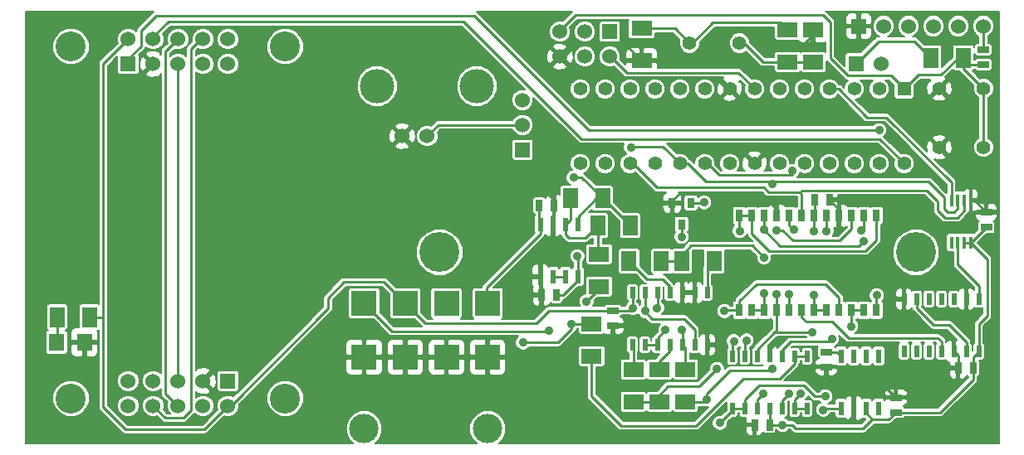
<source format=gtl>
G04 (created by PCBNEW (2013-07-07 BZR 4022)-stable) date 12/17/2013 9:25:27 PM*
%MOIN*%
G04 Gerber Fmt 3.4, Leading zero omitted, Abs format*
%FSLAX34Y34*%
G01*
G70*
G90*
G04 APERTURE LIST*
%ADD10C,0.00590551*%
%ADD11C,0.12*%
%ADD12R,0.06X0.06*%
%ADD13C,0.06*%
%ADD14C,0.16*%
%ADD15C,0.11811*%
%ADD16R,0.1X0.1*%
%ADD17R,0.0236X0.0551*%
%ADD18R,0.02X0.045*%
%ADD19R,0.08X0.06*%
%ADD20R,0.06X0.08*%
%ADD21R,0.045X0.025*%
%ADD22R,0.025X0.045*%
%ADD23C,0.1378*%
%ADD24C,0.055*%
%ADD25R,0.055X0.055*%
%ADD26R,0.015X0.05*%
%ADD27R,0.0629X0.0709*%
%ADD28C,0.056*%
%ADD29R,0.03X0.05*%
%ADD30R,0.0315X0.0394*%
%ADD31C,0.035*%
%ADD32C,0.01*%
%ADD33C,0.0079*%
G04 APERTURE END LIST*
G54D10*
G54D11*
X11600Y-25950D03*
X20200Y-25950D03*
G54D12*
X17900Y-25250D03*
G54D13*
X17900Y-26250D03*
X16900Y-25250D03*
X16900Y-26250D03*
X15900Y-25250D03*
X15900Y-26250D03*
X14900Y-25250D03*
X14900Y-26250D03*
X13900Y-25250D03*
X13900Y-26250D03*
G54D14*
X45525Y-20075D03*
X26400Y-20075D03*
G54D15*
X23370Y-27166D03*
G54D16*
X23370Y-22128D03*
X25024Y-22128D03*
X26676Y-22128D03*
X28330Y-22128D03*
X23370Y-24292D03*
X25024Y-24292D03*
X26676Y-24292D03*
X28330Y-24292D03*
G54D15*
X28330Y-27166D03*
G54D11*
X20200Y-11800D03*
X11600Y-11800D03*
G54D12*
X13900Y-12500D03*
G54D13*
X13900Y-11500D03*
X14900Y-12500D03*
X14900Y-11500D03*
X15900Y-12500D03*
X15900Y-11500D03*
X16900Y-12500D03*
X16900Y-11500D03*
X17900Y-12500D03*
X17900Y-11500D03*
G54D17*
X31950Y-21050D03*
X31950Y-18950D03*
X31450Y-21050D03*
X30950Y-21050D03*
X30450Y-21050D03*
X31450Y-18950D03*
X30950Y-18950D03*
X30450Y-18950D03*
G54D18*
X38150Y-26350D03*
X38650Y-26350D03*
X39150Y-26350D03*
X39650Y-26350D03*
X40150Y-26350D03*
X40650Y-26350D03*
X41150Y-26350D03*
X41150Y-24250D03*
X40650Y-24250D03*
X40150Y-24250D03*
X39650Y-24250D03*
X39150Y-24250D03*
X38650Y-24250D03*
X38150Y-24250D03*
G54D19*
X34510Y-12370D03*
X34510Y-11070D03*
G54D20*
X31650Y-17900D03*
X32950Y-17900D03*
G54D21*
X48220Y-11930D03*
X48220Y-12530D03*
X48340Y-19070D03*
X48340Y-18470D03*
G54D22*
X47210Y-24730D03*
X47810Y-24730D03*
G54D23*
X27900Y-13400D03*
X23900Y-13400D03*
G54D13*
X24900Y-15400D03*
X25900Y-15400D03*
G54D24*
X48226Y-15851D03*
X46454Y-15851D03*
X48226Y-13489D03*
X46454Y-13489D03*
G54D20*
X34050Y-19000D03*
X32750Y-19000D03*
G54D19*
X32800Y-21450D03*
X32800Y-20150D03*
G54D12*
X33230Y-11200D03*
G54D13*
X33230Y-12200D03*
X32230Y-11200D03*
X32230Y-12200D03*
X31230Y-11200D03*
X31230Y-12200D03*
G54D12*
X43220Y-10980D03*
G54D13*
X44220Y-10980D03*
X45220Y-10980D03*
X46220Y-10980D03*
X47220Y-10980D03*
X48220Y-10980D03*
G54D24*
X44040Y-13500D03*
X43040Y-13500D03*
X42040Y-13500D03*
X41040Y-13500D03*
X40040Y-13500D03*
X39040Y-13500D03*
X38040Y-13500D03*
X37040Y-13500D03*
X36040Y-13500D03*
X35040Y-13500D03*
X34040Y-13500D03*
X33040Y-13500D03*
X32040Y-13500D03*
G54D25*
X45040Y-13500D03*
G54D24*
X32040Y-16500D03*
X33040Y-16500D03*
X34040Y-16500D03*
X35040Y-16500D03*
X36040Y-16500D03*
X37040Y-16500D03*
X38040Y-16500D03*
X39040Y-16500D03*
X40040Y-16500D03*
X41040Y-16500D03*
X42040Y-16500D03*
X43040Y-16500D03*
X44040Y-16500D03*
X45040Y-16500D03*
G54D26*
X47714Y-17980D03*
X47458Y-17980D03*
X47202Y-17980D03*
X46946Y-17980D03*
X46946Y-19680D03*
X47202Y-19680D03*
X47458Y-19680D03*
X47714Y-19680D03*
G54D22*
X30400Y-18200D03*
X31000Y-18200D03*
X30490Y-21790D03*
X31090Y-21790D03*
G54D19*
X41390Y-11120D03*
X41390Y-12420D03*
G54D20*
X11050Y-22680D03*
X12350Y-22680D03*
G54D27*
X11031Y-23700D03*
X12149Y-23700D03*
G54D12*
X29725Y-15950D03*
G54D13*
X29725Y-14950D03*
X29725Y-13950D03*
G54D18*
X48040Y-21950D03*
X47540Y-21950D03*
X47040Y-21950D03*
X46540Y-21950D03*
X46040Y-21950D03*
X45540Y-21950D03*
X45040Y-21950D03*
X45040Y-24050D03*
X45540Y-24050D03*
X46040Y-24050D03*
X46540Y-24050D03*
X47040Y-24050D03*
X47540Y-24050D03*
X48040Y-24050D03*
X34140Y-23800D03*
X34640Y-23800D03*
X35140Y-23800D03*
X35640Y-23800D03*
X36140Y-23800D03*
X36640Y-23800D03*
X37140Y-23800D03*
X37140Y-21700D03*
X36640Y-21700D03*
X36140Y-21700D03*
X35640Y-21700D03*
X35140Y-21700D03*
X34640Y-21700D03*
X34140Y-21700D03*
G54D21*
X41930Y-24680D03*
X41930Y-24080D03*
G54D28*
X36430Y-11660D03*
X38430Y-11660D03*
G54D29*
X43930Y-18600D03*
X43430Y-18600D03*
X42930Y-18600D03*
X42430Y-18600D03*
X41930Y-18600D03*
X41430Y-18600D03*
X40930Y-18600D03*
X40430Y-18600D03*
X39930Y-18600D03*
X39430Y-18600D03*
X38930Y-18600D03*
X38430Y-18600D03*
X43930Y-22400D03*
X43430Y-22400D03*
X42930Y-22400D03*
X42430Y-22400D03*
X41930Y-22400D03*
X41430Y-22400D03*
X40930Y-22400D03*
X40430Y-22400D03*
X39930Y-22400D03*
X39430Y-22400D03*
X38930Y-22400D03*
X38430Y-22400D03*
G54D17*
X42520Y-24250D03*
X42520Y-26350D03*
X43020Y-24250D03*
X43520Y-24250D03*
X44020Y-24250D03*
X43020Y-26350D03*
X43520Y-26350D03*
X44020Y-26350D03*
G54D20*
X47420Y-12250D03*
X46120Y-12250D03*
G54D19*
X40360Y-12420D03*
X40360Y-11120D03*
X36260Y-26090D03*
X36260Y-24790D03*
X32500Y-24250D03*
X32500Y-22950D03*
G54D22*
X39640Y-27010D03*
X39040Y-27010D03*
G54D21*
X33360Y-23020D03*
X33360Y-22420D03*
X44710Y-26510D03*
X44710Y-25910D03*
G54D19*
X35220Y-26090D03*
X35220Y-24790D03*
X34180Y-26090D03*
X34180Y-24790D03*
G54D20*
X36120Y-20430D03*
X37420Y-20430D03*
X35300Y-20430D03*
X34000Y-20430D03*
G54D22*
X41440Y-17960D03*
X42040Y-17960D03*
G54D30*
X36110Y-18953D03*
X35735Y-18087D03*
X36485Y-18087D03*
G54D12*
X43110Y-12480D03*
G54D13*
X44110Y-12480D03*
G54D31*
X31925Y-20225D03*
X30790Y-23240D03*
X40170Y-27020D03*
X39770Y-24770D03*
X37110Y-25990D03*
X41430Y-19240D03*
X40550Y-16800D03*
X34150Y-22320D03*
X31775Y-17075D03*
X29750Y-23700D03*
X32300Y-22050D03*
X31700Y-22950D03*
X44040Y-15160D03*
X37830Y-22440D03*
X37530Y-24760D03*
X37650Y-26940D03*
X35460Y-23200D03*
X42920Y-23050D03*
X41880Y-25870D03*
X39420Y-20280D03*
X39380Y-25750D03*
X39420Y-21740D03*
X40610Y-19170D03*
X39760Y-17310D03*
X34080Y-15850D03*
X41930Y-19220D03*
X37022Y-18067D03*
X34640Y-22430D03*
X40910Y-26830D03*
X39960Y-23670D03*
X42440Y-19160D03*
X12140Y-24510D03*
X39330Y-11720D03*
X39430Y-19170D03*
X38720Y-23620D03*
X43940Y-21800D03*
X43410Y-19630D03*
X38440Y-19220D03*
X38210Y-23650D03*
X42150Y-23550D03*
X43320Y-19180D03*
X40420Y-21770D03*
X40420Y-25760D03*
X40890Y-25750D03*
X41410Y-21780D03*
X36110Y-19450D03*
X36130Y-23200D03*
X35130Y-22320D03*
X41800Y-26410D03*
X41350Y-23280D03*
X39930Y-19190D03*
X39930Y-21770D03*
G54D32*
X31950Y-21050D02*
X31950Y-20250D01*
X31925Y-20225D02*
X31950Y-20250D01*
X24492Y-23250D02*
X23370Y-22128D01*
X30780Y-23250D02*
X24492Y-23250D01*
X30790Y-23240D02*
X30780Y-23250D01*
X31950Y-21200D02*
X31950Y-21050D01*
X31350Y-21800D02*
X31950Y-21200D01*
X31100Y-21800D02*
X31350Y-21800D01*
X45450Y-11580D02*
X44010Y-11580D01*
X44010Y-11580D02*
X43110Y-12480D01*
X46120Y-12250D02*
X45450Y-11580D01*
X21925Y-22335D02*
X21925Y-21915D01*
X24166Y-21270D02*
X25024Y-22128D01*
X22570Y-21270D02*
X24166Y-21270D01*
X21925Y-21915D02*
X22570Y-21270D01*
X31530Y-22420D02*
X30800Y-22420D01*
X30800Y-22420D02*
X30280Y-22940D01*
X30280Y-22940D02*
X25836Y-22940D01*
X25836Y-22940D02*
X25024Y-22128D01*
X33360Y-22420D02*
X31530Y-22420D01*
X43390Y-27160D02*
X43400Y-27160D01*
X43400Y-27160D02*
X43770Y-26790D01*
X40170Y-27020D02*
X40540Y-27020D01*
X40680Y-27160D02*
X43390Y-27160D01*
X40540Y-27020D02*
X40680Y-27160D01*
X37110Y-25990D02*
X37110Y-25760D01*
X40170Y-27020D02*
X40170Y-27010D01*
X39720Y-24820D02*
X39770Y-24770D01*
X38050Y-24820D02*
X39720Y-24820D01*
X37110Y-25760D02*
X38050Y-24820D01*
X37010Y-26090D02*
X36260Y-26090D01*
X37110Y-25990D02*
X37010Y-26090D01*
X17900Y-26250D02*
X18010Y-26250D01*
X18010Y-26250D02*
X21925Y-22335D01*
X21925Y-22335D02*
X21930Y-22330D01*
X39640Y-27010D02*
X40170Y-27010D01*
X39640Y-27010D02*
X39640Y-26360D01*
X39640Y-26360D02*
X39650Y-26350D01*
X44710Y-26510D02*
X46480Y-26510D01*
X47810Y-25180D02*
X47810Y-24730D01*
X46480Y-26510D02*
X47810Y-25180D01*
X48040Y-24050D02*
X48040Y-22960D01*
X48040Y-22960D02*
X48380Y-22620D01*
X48380Y-22620D02*
X48380Y-20346D01*
X48380Y-20346D02*
X47714Y-19680D01*
X43520Y-26350D02*
X43520Y-26540D01*
X43520Y-26540D02*
X43770Y-26790D01*
X44430Y-26790D02*
X44710Y-26510D01*
X43770Y-26790D02*
X44430Y-26790D01*
X41440Y-17960D02*
X41440Y-18590D01*
X41440Y-18590D02*
X41430Y-18600D01*
X33360Y-22420D02*
X34050Y-22420D01*
X34050Y-22420D02*
X34150Y-22320D01*
X12350Y-22680D02*
X12900Y-22680D01*
X12900Y-22680D02*
X12900Y-22700D01*
X47714Y-19680D02*
X47730Y-19680D01*
X47730Y-19680D02*
X48340Y-19070D01*
X47714Y-19680D02*
X47458Y-19680D01*
X40560Y-16970D02*
X40560Y-16810D01*
X41430Y-19240D02*
X41430Y-18600D01*
X40560Y-16810D02*
X40550Y-16800D01*
X37040Y-16500D02*
X37140Y-16500D01*
X37610Y-16970D02*
X40560Y-16970D01*
X37140Y-16500D02*
X37610Y-16970D01*
X34140Y-21700D02*
X34140Y-22310D01*
X34140Y-22310D02*
X34150Y-22320D01*
X47810Y-24730D02*
X47810Y-24280D01*
X47810Y-24280D02*
X48040Y-24050D01*
X33230Y-12200D02*
X33260Y-12200D01*
X38390Y-12850D02*
X39040Y-13500D01*
X33910Y-12850D02*
X38390Y-12850D01*
X33260Y-12200D02*
X33910Y-12850D01*
X17925Y-26250D02*
X17900Y-26250D01*
X13800Y-27200D02*
X16950Y-27200D01*
X12900Y-26300D02*
X13800Y-27200D01*
X13900Y-11500D02*
X12900Y-12500D01*
X12900Y-12500D02*
X12900Y-22700D01*
X12900Y-22700D02*
X12900Y-26300D01*
X16950Y-27200D02*
X17900Y-26250D01*
X28286Y-21486D02*
X28286Y-22084D01*
X28286Y-22084D02*
X28330Y-22128D01*
X30450Y-18950D02*
X30450Y-19323D01*
X30450Y-19323D02*
X28286Y-21486D01*
X28286Y-21486D02*
X28280Y-21493D01*
X30400Y-18200D02*
X30400Y-18900D01*
X30400Y-18900D02*
X30450Y-18950D01*
X32100Y-17050D02*
X32950Y-17900D01*
X31800Y-17050D02*
X32100Y-17050D01*
X31775Y-17075D02*
X31800Y-17050D01*
X32950Y-17900D02*
X34050Y-19000D01*
X31950Y-18950D02*
X31950Y-18650D01*
X32700Y-17900D02*
X32950Y-17900D01*
X31950Y-18650D02*
X32700Y-17900D01*
X31700Y-22950D02*
X31700Y-23150D01*
X31150Y-23700D02*
X29750Y-23700D01*
X31700Y-23150D02*
X31150Y-23700D01*
X32500Y-22950D02*
X31700Y-22950D01*
X32800Y-21550D02*
X32800Y-21450D01*
X32300Y-22050D02*
X32800Y-21550D01*
X32510Y-21740D02*
X32800Y-21450D01*
X13900Y-12500D02*
X13900Y-12300D01*
X32390Y-15160D02*
X44040Y-15160D01*
X27800Y-10570D02*
X32390Y-15160D01*
X15010Y-10570D02*
X27800Y-10570D01*
X14420Y-11160D02*
X15010Y-10570D01*
X14420Y-11780D02*
X14420Y-11160D01*
X13900Y-12300D02*
X14420Y-11780D01*
X32080Y-15510D02*
X44050Y-15510D01*
X14900Y-11400D02*
X15510Y-10790D01*
X15510Y-10790D02*
X27360Y-10790D01*
X27360Y-10790D02*
X32080Y-15510D01*
X14900Y-11500D02*
X14900Y-11400D01*
X44050Y-15510D02*
X45040Y-16500D01*
X14900Y-11500D02*
X14900Y-11325D01*
X36720Y-25460D02*
X36830Y-25460D01*
X35220Y-25810D02*
X35570Y-25460D01*
X35570Y-25460D02*
X36720Y-25460D01*
X35220Y-26090D02*
X35220Y-25810D01*
X37870Y-22400D02*
X38430Y-22400D01*
X37830Y-22440D02*
X37870Y-22400D01*
X36830Y-25460D02*
X37530Y-24760D01*
X35220Y-26090D02*
X34180Y-26090D01*
X38430Y-22400D02*
X38430Y-22040D01*
X42430Y-21890D02*
X42430Y-22400D01*
X41900Y-21360D02*
X42430Y-21890D01*
X39110Y-21360D02*
X41900Y-21360D01*
X38430Y-22040D02*
X39110Y-21360D01*
X35140Y-23800D02*
X35140Y-23520D01*
X38150Y-26440D02*
X38150Y-26350D01*
X37650Y-26940D02*
X38150Y-26440D01*
X35140Y-23520D02*
X35460Y-23200D01*
X34640Y-23800D02*
X35140Y-23800D01*
X41880Y-25870D02*
X41470Y-25870D01*
X42930Y-23040D02*
X42920Y-23050D01*
X42930Y-22400D02*
X42930Y-23040D01*
X38650Y-25980D02*
X38650Y-26350D01*
X39210Y-25420D02*
X38650Y-25980D01*
X41020Y-25420D02*
X39210Y-25420D01*
X41470Y-25870D02*
X41020Y-25420D01*
X43430Y-22400D02*
X42930Y-22400D01*
X38150Y-26350D02*
X38650Y-26350D01*
X36120Y-20180D02*
X36500Y-19800D01*
X36500Y-19800D02*
X38940Y-19800D01*
X36120Y-20430D02*
X36120Y-20180D01*
X39420Y-20280D02*
X38940Y-19800D01*
X39150Y-26350D02*
X39150Y-25980D01*
X39150Y-25980D02*
X39380Y-25750D01*
X39430Y-21750D02*
X39430Y-22400D01*
X39420Y-21740D02*
X39430Y-21750D01*
X38930Y-22400D02*
X39430Y-22400D01*
X35300Y-20430D02*
X36120Y-20430D01*
X40930Y-18600D02*
X40930Y-17710D01*
X40930Y-17710D02*
X40870Y-17650D01*
X35135Y-17475D02*
X39425Y-17475D01*
X47458Y-17980D02*
X47458Y-18402D01*
X47180Y-18680D02*
X47458Y-18402D01*
X46700Y-18680D02*
X47180Y-18680D01*
X46400Y-18380D02*
X46700Y-18680D01*
X46400Y-18040D02*
X46400Y-18380D01*
X45940Y-17580D02*
X46400Y-18040D01*
X34160Y-16500D02*
X35135Y-17475D01*
X34160Y-16500D02*
X34040Y-16500D01*
X40940Y-17580D02*
X45940Y-17580D01*
X40870Y-17650D02*
X40940Y-17580D01*
X39600Y-17650D02*
X40870Y-17650D01*
X39425Y-17475D02*
X39600Y-17650D01*
X39740Y-17240D02*
X39740Y-17290D01*
X40430Y-18990D02*
X40430Y-18600D01*
X40610Y-19170D02*
X40430Y-18990D01*
X39740Y-17290D02*
X39760Y-17310D01*
X37090Y-17240D02*
X39740Y-17240D01*
X39740Y-17240D02*
X46020Y-17240D01*
X36350Y-16500D02*
X37090Y-17240D01*
X36040Y-16500D02*
X36350Y-16500D01*
X46020Y-17240D02*
X46640Y-17860D01*
X46640Y-17860D02*
X46640Y-18310D01*
X46640Y-18310D02*
X46790Y-18460D01*
X46790Y-18460D02*
X47040Y-18460D01*
X47040Y-18460D02*
X47202Y-18298D01*
X47202Y-18298D02*
X47202Y-17980D01*
X35370Y-15830D02*
X36040Y-16500D01*
X34100Y-15830D02*
X35370Y-15830D01*
X34080Y-15850D02*
X34100Y-15830D01*
X35950Y-16500D02*
X36040Y-16500D01*
X42040Y-13500D02*
X42410Y-13500D01*
X46946Y-17276D02*
X46946Y-17980D01*
X44320Y-14650D02*
X46946Y-17276D01*
X43560Y-14650D02*
X44320Y-14650D01*
X42410Y-13500D02*
X43560Y-14650D01*
X41930Y-19220D02*
X41930Y-18600D01*
X36485Y-18087D02*
X37003Y-18087D01*
X37003Y-18087D02*
X37022Y-18067D01*
X37022Y-18067D02*
X37025Y-18070D01*
X34640Y-21700D02*
X34640Y-22430D01*
X34640Y-22430D02*
X34640Y-22470D01*
X34640Y-22470D02*
X34930Y-22760D01*
X34930Y-22760D02*
X36220Y-22760D01*
X36220Y-22760D02*
X36640Y-23180D01*
X36640Y-23180D02*
X36640Y-23800D01*
X36502Y-18070D02*
X36485Y-18087D01*
X35735Y-18087D02*
X35735Y-18005D01*
X39930Y-18350D02*
X39930Y-18600D01*
X39280Y-17700D02*
X39930Y-18350D01*
X36040Y-17700D02*
X39280Y-17700D01*
X35735Y-18005D02*
X36040Y-17700D01*
X39650Y-23980D02*
X39960Y-23670D01*
X39650Y-24250D02*
X39650Y-23980D01*
X43020Y-26640D02*
X43020Y-26350D01*
X42830Y-26830D02*
X43020Y-26640D01*
X40910Y-26830D02*
X42830Y-26830D01*
X41930Y-24680D02*
X43480Y-24680D01*
X43480Y-24680D02*
X44710Y-25910D01*
X30450Y-21750D02*
X30500Y-21800D01*
X42430Y-18600D02*
X42430Y-19150D01*
X42430Y-19150D02*
X42440Y-19160D01*
X42430Y-18600D02*
X42430Y-18350D01*
X42430Y-18350D02*
X42040Y-17960D01*
X12149Y-23700D02*
X12149Y-24501D01*
X12149Y-24501D02*
X12140Y-24510D01*
X47714Y-17980D02*
X47850Y-17980D01*
X47850Y-17980D02*
X48340Y-18470D01*
X36640Y-21700D02*
X36140Y-21700D01*
X47210Y-24730D02*
X47210Y-24220D01*
X47210Y-24220D02*
X47040Y-24050D01*
X31230Y-12200D02*
X31380Y-12200D01*
X33870Y-11730D02*
X34510Y-12370D01*
X31850Y-11730D02*
X33870Y-11730D01*
X31380Y-12200D02*
X31850Y-11730D01*
X38040Y-13500D02*
X37930Y-13500D01*
X32080Y-13050D02*
X31230Y-12200D01*
X37480Y-13050D02*
X32080Y-13050D01*
X37930Y-13500D02*
X37480Y-13050D01*
X34510Y-12370D02*
X36720Y-12370D01*
X36720Y-12370D02*
X37960Y-11130D01*
X37960Y-11130D02*
X38740Y-11130D01*
X38740Y-11130D02*
X39330Y-11720D01*
X41390Y-11120D02*
X41390Y-11310D01*
X40980Y-11720D02*
X39330Y-11720D01*
X41390Y-11310D02*
X40980Y-11720D01*
X24900Y-15400D02*
X27150Y-17650D01*
X31000Y-17950D02*
X31000Y-18200D01*
X30700Y-17650D02*
X31000Y-17950D01*
X27150Y-17650D02*
X30700Y-17650D01*
X30450Y-21050D02*
X30450Y-21750D01*
X31000Y-18200D02*
X31000Y-18100D01*
X31000Y-18200D02*
X31000Y-18900D01*
X31000Y-18900D02*
X30950Y-18950D01*
X35220Y-24790D02*
X35220Y-24450D01*
X35640Y-24030D02*
X35640Y-23800D01*
X35220Y-24450D02*
X35640Y-24030D01*
X48220Y-11930D02*
X48220Y-10980D01*
X18000Y-12500D02*
X17900Y-12500D01*
X15390Y-26740D02*
X14900Y-26250D01*
X16900Y-11500D02*
X16820Y-11500D01*
X16120Y-26740D02*
X15390Y-26740D01*
X16420Y-26440D02*
X16120Y-26740D01*
X16420Y-11900D02*
X16420Y-26440D01*
X16820Y-11500D02*
X16420Y-11900D01*
X15400Y-25750D02*
X15400Y-12000D01*
X15400Y-12000D02*
X15900Y-11500D01*
X15900Y-26250D02*
X15400Y-25750D01*
X15900Y-12500D02*
X15900Y-25250D01*
X39465Y-19205D02*
X39430Y-19170D01*
X38650Y-23690D02*
X38650Y-24250D01*
X38720Y-23620D02*
X38650Y-23690D01*
X40070Y-19810D02*
X43230Y-19810D01*
X39465Y-19205D02*
X40070Y-19810D01*
X39430Y-18600D02*
X39430Y-19170D01*
X43930Y-21810D02*
X43930Y-22400D01*
X43940Y-21800D02*
X43930Y-21810D01*
X43230Y-19810D02*
X43410Y-19630D01*
X38150Y-24250D02*
X38150Y-23710D01*
X38430Y-19210D02*
X38430Y-18600D01*
X38440Y-19220D02*
X38430Y-19210D01*
X38150Y-23710D02*
X38210Y-23650D01*
X38430Y-18600D02*
X38930Y-18600D01*
X43930Y-18600D02*
X43930Y-19590D01*
X38930Y-19330D02*
X38930Y-18600D01*
X39620Y-20020D02*
X38930Y-19330D01*
X43500Y-20020D02*
X39620Y-20020D01*
X43930Y-19590D02*
X43500Y-20020D01*
X34000Y-20430D02*
X34720Y-21150D01*
X35640Y-21450D02*
X35640Y-21700D01*
X35340Y-21150D02*
X35640Y-21450D01*
X34720Y-21150D02*
X35340Y-21150D01*
X45540Y-21950D02*
X45540Y-22310D01*
X47540Y-23690D02*
X47540Y-24050D01*
X46840Y-22990D02*
X47540Y-23690D01*
X46220Y-22990D02*
X46840Y-22990D01*
X45540Y-22310D02*
X46220Y-22990D01*
X40930Y-22400D02*
X40930Y-22680D01*
X46540Y-23670D02*
X46540Y-24050D01*
X46390Y-23520D02*
X46540Y-23670D01*
X42810Y-23520D02*
X46390Y-23520D01*
X42150Y-22860D02*
X42810Y-23520D01*
X41110Y-22860D02*
X42150Y-22860D01*
X40930Y-22680D02*
X41110Y-22860D01*
X41930Y-24080D02*
X42350Y-24080D01*
X42350Y-24080D02*
X42520Y-24250D01*
X40650Y-24250D02*
X40650Y-24550D01*
X32500Y-25850D02*
X32500Y-24250D01*
X33700Y-27050D02*
X32500Y-25850D01*
X36700Y-27050D02*
X33700Y-27050D01*
X38600Y-25150D02*
X36700Y-27050D01*
X40050Y-25150D02*
X38600Y-25150D01*
X40650Y-24550D02*
X40050Y-25150D01*
X41150Y-24250D02*
X40650Y-24250D01*
X37140Y-21700D02*
X37140Y-20710D01*
X37140Y-20710D02*
X37420Y-20430D01*
X43430Y-18600D02*
X43430Y-19070D01*
X40150Y-24000D02*
X40150Y-24250D01*
X40480Y-23670D02*
X40150Y-24000D01*
X42030Y-23670D02*
X40480Y-23670D01*
X42150Y-23550D02*
X42030Y-23670D01*
X43430Y-19070D02*
X43320Y-19180D01*
X40420Y-21770D02*
X40430Y-21780D01*
X40430Y-21780D02*
X40430Y-22400D01*
X40150Y-26350D02*
X40150Y-26030D01*
X40150Y-26030D02*
X40420Y-25760D01*
X41430Y-22400D02*
X41430Y-21800D01*
X40650Y-25990D02*
X40650Y-26350D01*
X40890Y-25750D02*
X40650Y-25990D01*
X41430Y-21800D02*
X41410Y-21780D01*
X41430Y-22400D02*
X41930Y-22400D01*
X40650Y-26350D02*
X41150Y-26350D01*
X47202Y-19680D02*
X47202Y-20572D01*
X48040Y-21410D02*
X48040Y-21950D01*
X47202Y-20572D02*
X48040Y-21410D01*
X30950Y-21050D02*
X31450Y-21050D01*
X34180Y-24790D02*
X34180Y-23840D01*
X34180Y-23840D02*
X34140Y-23800D01*
X11050Y-22680D02*
X11050Y-23681D01*
X11050Y-23681D02*
X11031Y-23700D01*
X36110Y-19450D02*
X36110Y-18953D01*
X36140Y-23210D02*
X36140Y-23800D01*
X36130Y-23200D02*
X36140Y-23210D01*
X36260Y-24790D02*
X36260Y-23920D01*
X36260Y-23920D02*
X36140Y-23800D01*
X35140Y-21700D02*
X35140Y-22310D01*
X35140Y-22310D02*
X35130Y-22320D01*
X38430Y-11660D02*
X38620Y-11660D01*
X39380Y-12420D02*
X40360Y-12420D01*
X38620Y-11660D02*
X39380Y-12420D01*
X40360Y-12420D02*
X41390Y-12420D01*
X36430Y-11660D02*
X36550Y-11660D01*
X40080Y-10840D02*
X40360Y-11120D01*
X37370Y-10840D02*
X40080Y-10840D01*
X36550Y-11660D02*
X37370Y-10840D01*
X34510Y-11070D02*
X35840Y-11070D01*
X35840Y-11070D02*
X36430Y-11660D01*
X32750Y-19000D02*
X32750Y-20100D01*
X32750Y-20100D02*
X32800Y-20150D01*
X31450Y-18950D02*
X31450Y-19350D01*
X32250Y-19500D02*
X32750Y-19000D01*
X31600Y-19500D02*
X32250Y-19500D01*
X31450Y-19350D02*
X31600Y-19500D01*
X31650Y-17900D02*
X31650Y-18750D01*
X31650Y-18750D02*
X31450Y-18950D01*
X42075Y-10835D02*
X42075Y-12265D01*
X44505Y-12965D02*
X45040Y-13500D01*
X42775Y-12965D02*
X44505Y-12965D01*
X42075Y-12265D02*
X42775Y-12965D01*
X48226Y-13489D02*
X48226Y-15851D01*
X48220Y-12530D02*
X47700Y-12530D01*
X47700Y-12530D02*
X47420Y-12250D01*
X47420Y-12250D02*
X47420Y-12683D01*
X47420Y-12683D02*
X48226Y-13489D01*
X47420Y-12250D02*
X47215Y-12250D01*
X47215Y-12250D02*
X46535Y-12930D01*
X46535Y-12930D02*
X45610Y-12930D01*
X45610Y-12930D02*
X45040Y-13500D01*
X31850Y-10540D02*
X41780Y-10540D01*
X31230Y-11160D02*
X31850Y-10540D01*
X31230Y-11200D02*
X31230Y-11160D01*
X41780Y-10540D02*
X42075Y-10835D01*
X42075Y-10835D02*
X42080Y-10840D01*
X39150Y-24250D02*
X39150Y-23990D01*
X39150Y-23990D02*
X39865Y-23275D01*
X39930Y-22400D02*
X39930Y-23210D01*
X39930Y-23210D02*
X39865Y-23275D01*
X39865Y-23275D02*
X39860Y-23280D01*
X39860Y-23280D02*
X41350Y-23280D01*
X41860Y-26350D02*
X42520Y-26350D01*
X41800Y-26410D02*
X41860Y-26350D01*
X39930Y-19190D02*
X40170Y-19190D01*
X42930Y-19130D02*
X42930Y-18600D01*
X42450Y-19609D02*
X42930Y-19130D01*
X40589Y-19609D02*
X42450Y-19609D01*
X40170Y-19190D02*
X40589Y-19609D01*
X39930Y-22400D02*
X39930Y-21770D01*
X39930Y-19190D02*
X39920Y-19190D01*
X29725Y-14950D02*
X26350Y-14950D01*
X26350Y-14950D02*
X25900Y-15400D01*
G54D10*
G36*
X40740Y-18215D02*
X40701Y-18231D01*
X40679Y-18252D01*
X40659Y-18231D01*
X40607Y-18210D01*
X40552Y-18210D01*
X40279Y-18210D01*
X40215Y-18146D01*
X40127Y-18110D01*
X40050Y-18110D01*
X39990Y-18170D01*
X39990Y-18539D01*
X39998Y-18539D01*
X39998Y-18660D01*
X39990Y-18660D01*
X39990Y-18668D01*
X39869Y-18668D01*
X39869Y-18660D01*
X39861Y-18660D01*
X39861Y-18539D01*
X39869Y-18539D01*
X39869Y-18170D01*
X39809Y-18110D01*
X39732Y-18110D01*
X39644Y-18146D01*
X39580Y-18210D01*
X39552Y-18210D01*
X39252Y-18210D01*
X39201Y-18231D01*
X39179Y-18252D01*
X39159Y-18231D01*
X39107Y-18210D01*
X39052Y-18210D01*
X38752Y-18210D01*
X38701Y-18231D01*
X38679Y-18252D01*
X38659Y-18231D01*
X38607Y-18210D01*
X38552Y-18210D01*
X38252Y-18210D01*
X38201Y-18231D01*
X38161Y-18270D01*
X38140Y-18322D01*
X38140Y-18377D01*
X38140Y-18877D01*
X38161Y-18928D01*
X38200Y-18968D01*
X38233Y-18981D01*
X38173Y-19041D01*
X38125Y-19157D01*
X38125Y-19282D01*
X38173Y-19397D01*
X38261Y-19486D01*
X38377Y-19534D01*
X38502Y-19534D01*
X38617Y-19486D01*
X38706Y-19398D01*
X38740Y-19316D01*
X38740Y-19330D01*
X38754Y-19402D01*
X38796Y-19463D01*
X38943Y-19611D01*
X38940Y-19610D01*
X37337Y-19610D01*
X37337Y-18005D01*
X37289Y-17889D01*
X37200Y-17801D01*
X37085Y-17753D01*
X36960Y-17752D01*
X36844Y-17800D01*
X36782Y-17863D01*
X36782Y-17862D01*
X36760Y-17811D01*
X36721Y-17771D01*
X36670Y-17750D01*
X36614Y-17750D01*
X36299Y-17750D01*
X36248Y-17771D01*
X36209Y-17810D01*
X36188Y-17862D01*
X36187Y-17917D01*
X36187Y-18311D01*
X36209Y-18362D01*
X36248Y-18402D01*
X36299Y-18423D01*
X36355Y-18423D01*
X36670Y-18423D01*
X36721Y-18402D01*
X36760Y-18363D01*
X36781Y-18311D01*
X36782Y-18276D01*
X36786Y-18276D01*
X36844Y-18333D01*
X36959Y-18381D01*
X37084Y-18382D01*
X37200Y-18334D01*
X37288Y-18245D01*
X37336Y-18130D01*
X37337Y-18005D01*
X37337Y-19610D01*
X36500Y-19610D01*
X36499Y-19610D01*
X36485Y-19613D01*
X36427Y-19624D01*
X36424Y-19626D01*
X36424Y-19387D01*
X36376Y-19272D01*
X36359Y-19255D01*
X36385Y-19229D01*
X36406Y-19177D01*
X36407Y-19122D01*
X36407Y-18728D01*
X36385Y-18677D01*
X36346Y-18637D01*
X36295Y-18616D01*
X36239Y-18616D01*
X36132Y-18616D01*
X36132Y-18236D01*
X36132Y-18207D01*
X36072Y-18147D01*
X35795Y-18147D01*
X35795Y-18463D01*
X35855Y-18523D01*
X35939Y-18523D01*
X36027Y-18487D01*
X36095Y-18419D01*
X36131Y-18331D01*
X36132Y-18236D01*
X36132Y-18616D01*
X35924Y-18616D01*
X35873Y-18637D01*
X35834Y-18676D01*
X35813Y-18728D01*
X35812Y-18783D01*
X35812Y-19177D01*
X35834Y-19228D01*
X35860Y-19254D01*
X35843Y-19271D01*
X35795Y-19387D01*
X35795Y-19512D01*
X35843Y-19627D01*
X35931Y-19716D01*
X36047Y-19764D01*
X36172Y-19764D01*
X36287Y-19716D01*
X36376Y-19628D01*
X36424Y-19512D01*
X36424Y-19387D01*
X36424Y-19626D01*
X36366Y-19666D01*
X36366Y-19666D01*
X36141Y-19890D01*
X35792Y-19890D01*
X35741Y-19911D01*
X35709Y-19942D01*
X35679Y-19911D01*
X35674Y-19909D01*
X35674Y-18463D01*
X35674Y-18147D01*
X35397Y-18147D01*
X35338Y-18207D01*
X35337Y-18236D01*
X35338Y-18331D01*
X35374Y-18419D01*
X35442Y-18487D01*
X35530Y-18523D01*
X35614Y-18523D01*
X35674Y-18463D01*
X35674Y-19909D01*
X35627Y-19890D01*
X35572Y-19890D01*
X34972Y-19890D01*
X34921Y-19911D01*
X34881Y-19950D01*
X34860Y-20002D01*
X34860Y-20057D01*
X34860Y-20857D01*
X34881Y-20908D01*
X34920Y-20948D01*
X34950Y-20960D01*
X34798Y-20960D01*
X34489Y-20651D01*
X34489Y-19372D01*
X34489Y-18572D01*
X34468Y-18521D01*
X34429Y-18481D01*
X34377Y-18460D01*
X34322Y-18460D01*
X33778Y-18460D01*
X33454Y-18136D01*
X33454Y-16417D01*
X33391Y-16265D01*
X33275Y-16148D01*
X33122Y-16085D01*
X32957Y-16085D01*
X32805Y-16148D01*
X32688Y-16264D01*
X32625Y-16417D01*
X32625Y-16582D01*
X32688Y-16734D01*
X32804Y-16851D01*
X32957Y-16914D01*
X33122Y-16914D01*
X33274Y-16851D01*
X33391Y-16735D01*
X33454Y-16582D01*
X33454Y-16417D01*
X33454Y-18136D01*
X33389Y-18071D01*
X33389Y-17472D01*
X33368Y-17421D01*
X33329Y-17381D01*
X33277Y-17360D01*
X33222Y-17360D01*
X32678Y-17360D01*
X32233Y-16916D01*
X32189Y-16886D01*
X32274Y-16851D01*
X32391Y-16735D01*
X32454Y-16582D01*
X32454Y-16417D01*
X32391Y-16265D01*
X32275Y-16148D01*
X32122Y-16085D01*
X31957Y-16085D01*
X31805Y-16148D01*
X31688Y-16264D01*
X31625Y-16417D01*
X31625Y-16582D01*
X31688Y-16734D01*
X31714Y-16760D01*
X31712Y-16760D01*
X31597Y-16808D01*
X31508Y-16896D01*
X31460Y-17012D01*
X31460Y-17137D01*
X31508Y-17252D01*
X31596Y-17341D01*
X31642Y-17360D01*
X31322Y-17360D01*
X31271Y-17381D01*
X31231Y-17420D01*
X31210Y-17472D01*
X31210Y-17527D01*
X31210Y-17751D01*
X31172Y-17735D01*
X31120Y-17735D01*
X31060Y-17795D01*
X31060Y-18139D01*
X31068Y-18139D01*
X31068Y-18260D01*
X31060Y-18260D01*
X31060Y-18443D01*
X31009Y-18494D01*
X31009Y-18889D01*
X31018Y-18889D01*
X31018Y-19010D01*
X31009Y-19010D01*
X31009Y-19405D01*
X31068Y-19465D01*
X31115Y-19465D01*
X31203Y-19428D01*
X31264Y-19368D01*
X31274Y-19422D01*
X31316Y-19483D01*
X31466Y-19633D01*
X31466Y-19633D01*
X31527Y-19675D01*
X31600Y-19689D01*
X32250Y-19689D01*
X32322Y-19675D01*
X32383Y-19633D01*
X32478Y-19539D01*
X32560Y-19539D01*
X32560Y-19710D01*
X32372Y-19710D01*
X32321Y-19731D01*
X32281Y-19770D01*
X32260Y-19822D01*
X32260Y-19877D01*
X32260Y-20477D01*
X32281Y-20528D01*
X32320Y-20568D01*
X32372Y-20589D01*
X32427Y-20589D01*
X33227Y-20589D01*
X33278Y-20568D01*
X33318Y-20529D01*
X33339Y-20477D01*
X33339Y-20422D01*
X33339Y-19822D01*
X33318Y-19771D01*
X33279Y-19731D01*
X33227Y-19710D01*
X33172Y-19710D01*
X32939Y-19710D01*
X32939Y-19539D01*
X33077Y-19539D01*
X33128Y-19518D01*
X33168Y-19479D01*
X33189Y-19427D01*
X33189Y-19372D01*
X33189Y-18572D01*
X33168Y-18521D01*
X33129Y-18481D01*
X33077Y-18460D01*
X33022Y-18460D01*
X32422Y-18460D01*
X32397Y-18470D01*
X32519Y-18348D01*
X32531Y-18378D01*
X32570Y-18418D01*
X32622Y-18439D01*
X32677Y-18439D01*
X33221Y-18439D01*
X33610Y-18828D01*
X33610Y-19427D01*
X33631Y-19478D01*
X33670Y-19518D01*
X33722Y-19539D01*
X33777Y-19539D01*
X34377Y-19539D01*
X34428Y-19518D01*
X34468Y-19479D01*
X34489Y-19427D01*
X34489Y-19372D01*
X34489Y-20651D01*
X34439Y-20601D01*
X34439Y-20002D01*
X34418Y-19951D01*
X34379Y-19911D01*
X34327Y-19890D01*
X34272Y-19890D01*
X33672Y-19890D01*
X33621Y-19911D01*
X33581Y-19950D01*
X33560Y-20002D01*
X33560Y-20057D01*
X33560Y-20857D01*
X33581Y-20908D01*
X33620Y-20948D01*
X33672Y-20969D01*
X33727Y-20969D01*
X34271Y-20969D01*
X34586Y-21283D01*
X34586Y-21283D01*
X34647Y-21325D01*
X34647Y-21325D01*
X34699Y-21335D01*
X34512Y-21335D01*
X34461Y-21356D01*
X34421Y-21395D01*
X34400Y-21447D01*
X34400Y-21502D01*
X34400Y-21952D01*
X34421Y-22003D01*
X34450Y-22032D01*
X34450Y-22174D01*
X34436Y-22189D01*
X34416Y-22142D01*
X34329Y-22054D01*
X34329Y-22032D01*
X34358Y-22004D01*
X34379Y-21952D01*
X34379Y-21897D01*
X34379Y-21447D01*
X34358Y-21396D01*
X34319Y-21356D01*
X34267Y-21335D01*
X34212Y-21335D01*
X34012Y-21335D01*
X33961Y-21356D01*
X33921Y-21395D01*
X33900Y-21447D01*
X33900Y-21502D01*
X33900Y-21952D01*
X33921Y-22003D01*
X33950Y-22032D01*
X33950Y-22074D01*
X33883Y-22141D01*
X33846Y-22230D01*
X33709Y-22230D01*
X33703Y-22216D01*
X33664Y-22176D01*
X33612Y-22155D01*
X33557Y-22155D01*
X33107Y-22155D01*
X33056Y-22176D01*
X33016Y-22215D01*
X33010Y-22230D01*
X32564Y-22230D01*
X32566Y-22228D01*
X32614Y-22112D01*
X32614Y-22003D01*
X32728Y-21889D01*
X33227Y-21889D01*
X33278Y-21868D01*
X33318Y-21829D01*
X33339Y-21777D01*
X33339Y-21722D01*
X33339Y-21122D01*
X33318Y-21071D01*
X33279Y-21031D01*
X33227Y-21010D01*
X33172Y-21010D01*
X32372Y-21010D01*
X32321Y-21031D01*
X32281Y-21070D01*
X32260Y-21122D01*
X32260Y-21177D01*
X32260Y-21735D01*
X32239Y-21735D01*
X32239Y-20162D01*
X32191Y-20047D01*
X32103Y-19958D01*
X31987Y-19910D01*
X31862Y-19910D01*
X31747Y-19958D01*
X31658Y-20046D01*
X31610Y-20162D01*
X31610Y-20287D01*
X31658Y-20402D01*
X31746Y-20491D01*
X31760Y-20497D01*
X31760Y-20653D01*
X31753Y-20656D01*
X31713Y-20695D01*
X31699Y-20728D01*
X31686Y-20695D01*
X31647Y-20656D01*
X31595Y-20635D01*
X31540Y-20634D01*
X31304Y-20634D01*
X31253Y-20656D01*
X31213Y-20695D01*
X31199Y-20728D01*
X31186Y-20695D01*
X31147Y-20656D01*
X31095Y-20635D01*
X31040Y-20634D01*
X30804Y-20634D01*
X30774Y-20647D01*
X30770Y-20638D01*
X30703Y-20571D01*
X30615Y-20534D01*
X30568Y-20535D01*
X30509Y-20594D01*
X30509Y-20989D01*
X30518Y-20989D01*
X30518Y-21110D01*
X30509Y-21110D01*
X30509Y-21505D01*
X30550Y-21546D01*
X30550Y-21729D01*
X30558Y-21729D01*
X30558Y-21850D01*
X30550Y-21850D01*
X30550Y-22194D01*
X30610Y-22254D01*
X30662Y-22254D01*
X30750Y-22218D01*
X30817Y-22150D01*
X30844Y-22087D01*
X30846Y-22093D01*
X30885Y-22133D01*
X30937Y-22154D01*
X30992Y-22154D01*
X31242Y-22154D01*
X31293Y-22133D01*
X31333Y-22094D01*
X31354Y-22042D01*
X31354Y-21988D01*
X31422Y-21975D01*
X31483Y-21933D01*
X31952Y-21465D01*
X32095Y-21465D01*
X32146Y-21443D01*
X32186Y-21404D01*
X32207Y-21353D01*
X32207Y-21297D01*
X32207Y-20746D01*
X32186Y-20695D01*
X32147Y-20656D01*
X32139Y-20653D01*
X32139Y-20455D01*
X32191Y-20403D01*
X32239Y-20287D01*
X32239Y-20162D01*
X32239Y-21735D01*
X32237Y-21735D01*
X32122Y-21783D01*
X32033Y-21871D01*
X31985Y-21987D01*
X31985Y-22112D01*
X32033Y-22227D01*
X32035Y-22230D01*
X31530Y-22230D01*
X30800Y-22230D01*
X30727Y-22244D01*
X30666Y-22286D01*
X30429Y-22522D01*
X30429Y-22194D01*
X30429Y-21850D01*
X30429Y-21729D01*
X30429Y-21385D01*
X30391Y-21346D01*
X30391Y-21110D01*
X30391Y-20989D01*
X30391Y-20594D01*
X30331Y-20535D01*
X30284Y-20534D01*
X30196Y-20571D01*
X30129Y-20638D01*
X30092Y-20726D01*
X30092Y-20821D01*
X30092Y-20929D01*
X30152Y-20989D01*
X30391Y-20989D01*
X30391Y-21110D01*
X30152Y-21110D01*
X30092Y-21170D01*
X30092Y-21278D01*
X30092Y-21373D01*
X30129Y-21461D01*
X30142Y-21475D01*
X30125Y-21517D01*
X30125Y-21612D01*
X30125Y-21669D01*
X30185Y-21729D01*
X30429Y-21729D01*
X30429Y-21850D01*
X30185Y-21850D01*
X30125Y-21910D01*
X30125Y-21967D01*
X30125Y-22062D01*
X30162Y-22150D01*
X30229Y-22218D01*
X30317Y-22254D01*
X30369Y-22254D01*
X30429Y-22194D01*
X30429Y-22522D01*
X30201Y-22750D01*
X28898Y-22750D01*
X28908Y-22746D01*
X28948Y-22707D01*
X28969Y-22655D01*
X28969Y-22600D01*
X28969Y-21600D01*
X28948Y-21549D01*
X28909Y-21509D01*
X28857Y-21488D01*
X28802Y-21488D01*
X28552Y-21488D01*
X30583Y-19456D01*
X30583Y-19456D01*
X30583Y-19456D01*
X30608Y-19420D01*
X30625Y-19395D01*
X30625Y-19395D01*
X30631Y-19363D01*
X30696Y-19428D01*
X30784Y-19465D01*
X30831Y-19465D01*
X30891Y-19405D01*
X30891Y-19010D01*
X30881Y-19010D01*
X30881Y-18889D01*
X30891Y-18889D01*
X30891Y-18653D01*
X30939Y-18604D01*
X30939Y-18260D01*
X30931Y-18260D01*
X30931Y-18139D01*
X30939Y-18139D01*
X30939Y-17795D01*
X30879Y-17735D01*
X30827Y-17735D01*
X30739Y-17771D01*
X30672Y-17839D01*
X30645Y-17902D01*
X30643Y-17896D01*
X30604Y-17856D01*
X30552Y-17835D01*
X30497Y-17835D01*
X30247Y-17835D01*
X30196Y-17856D01*
X30164Y-17888D01*
X30164Y-14862D01*
X30097Y-14701D01*
X29974Y-14577D01*
X29812Y-14510D01*
X29637Y-14510D01*
X29476Y-14577D01*
X29352Y-14700D01*
X29327Y-14760D01*
X28728Y-14760D01*
X28728Y-13235D01*
X28602Y-12931D01*
X28369Y-12698D01*
X28065Y-12571D01*
X27735Y-12571D01*
X27431Y-12697D01*
X27198Y-12930D01*
X27071Y-13234D01*
X27071Y-13564D01*
X27197Y-13868D01*
X27430Y-14101D01*
X27734Y-14228D01*
X28064Y-14228D01*
X28368Y-14102D01*
X28601Y-13869D01*
X28728Y-13565D01*
X28728Y-13235D01*
X28728Y-14760D01*
X26350Y-14760D01*
X26277Y-14774D01*
X26216Y-14816D01*
X26046Y-14985D01*
X25987Y-14960D01*
X25812Y-14960D01*
X25651Y-15027D01*
X25527Y-15150D01*
X25460Y-15312D01*
X25460Y-15487D01*
X25527Y-15648D01*
X25650Y-15772D01*
X25812Y-15839D01*
X25987Y-15839D01*
X26148Y-15772D01*
X26272Y-15649D01*
X26339Y-15487D01*
X26339Y-15312D01*
X26314Y-15253D01*
X26428Y-15139D01*
X29327Y-15139D01*
X29352Y-15198D01*
X29475Y-15322D01*
X29637Y-15389D01*
X29812Y-15389D01*
X29973Y-15322D01*
X30097Y-15199D01*
X30164Y-15037D01*
X30164Y-14862D01*
X30164Y-17888D01*
X30164Y-17888D01*
X30164Y-16222D01*
X30164Y-15622D01*
X30143Y-15571D01*
X30104Y-15531D01*
X30052Y-15510D01*
X29997Y-15510D01*
X29397Y-15510D01*
X29346Y-15531D01*
X29306Y-15570D01*
X29285Y-15622D01*
X29285Y-15677D01*
X29285Y-16277D01*
X29306Y-16328D01*
X29345Y-16368D01*
X29397Y-16389D01*
X29452Y-16389D01*
X30052Y-16389D01*
X30103Y-16368D01*
X30143Y-16329D01*
X30164Y-16277D01*
X30164Y-16222D01*
X30164Y-17888D01*
X30156Y-17895D01*
X30135Y-17947D01*
X30135Y-18002D01*
X30135Y-18452D01*
X30156Y-18503D01*
X30195Y-18543D01*
X30210Y-18549D01*
X30210Y-18603D01*
X30192Y-18646D01*
X30192Y-18702D01*
X30192Y-19253D01*
X30209Y-19295D01*
X28152Y-21352D01*
X28152Y-21352D01*
X28146Y-21359D01*
X28104Y-21420D01*
X28091Y-21488D01*
X27802Y-21488D01*
X27751Y-21509D01*
X27711Y-21548D01*
X27690Y-21600D01*
X27690Y-21655D01*
X27690Y-22655D01*
X27711Y-22706D01*
X27750Y-22746D01*
X27761Y-22750D01*
X27339Y-22750D01*
X27339Y-19888D01*
X27196Y-19543D01*
X26932Y-19278D01*
X26587Y-19135D01*
X26213Y-19135D01*
X25868Y-19278D01*
X25603Y-19542D01*
X25460Y-19887D01*
X25460Y-20261D01*
X25603Y-20606D01*
X25867Y-20871D01*
X26212Y-21014D01*
X26586Y-21014D01*
X26931Y-20871D01*
X27196Y-20607D01*
X27339Y-20262D01*
X27339Y-19888D01*
X27339Y-22750D01*
X27244Y-22750D01*
X27254Y-22746D01*
X27294Y-22707D01*
X27315Y-22655D01*
X27315Y-22600D01*
X27315Y-21600D01*
X27294Y-21549D01*
X27255Y-21509D01*
X27203Y-21488D01*
X27148Y-21488D01*
X26148Y-21488D01*
X26097Y-21509D01*
X26057Y-21548D01*
X26036Y-21600D01*
X26036Y-21655D01*
X26036Y-22655D01*
X26057Y-22706D01*
X26096Y-22746D01*
X26107Y-22750D01*
X25914Y-22750D01*
X25663Y-22499D01*
X25663Y-21600D01*
X25642Y-21549D01*
X25603Y-21509D01*
X25551Y-21488D01*
X25496Y-21488D01*
X25445Y-21488D01*
X25445Y-15468D01*
X25430Y-15254D01*
X25377Y-15127D01*
X25286Y-15098D01*
X25201Y-15184D01*
X25201Y-15013D01*
X25172Y-14922D01*
X24968Y-14854D01*
X24754Y-14869D01*
X24728Y-14880D01*
X24728Y-13235D01*
X24602Y-12931D01*
X24369Y-12698D01*
X24065Y-12571D01*
X23735Y-12571D01*
X23431Y-12697D01*
X23198Y-12930D01*
X23071Y-13234D01*
X23071Y-13564D01*
X23197Y-13868D01*
X23430Y-14101D01*
X23734Y-14228D01*
X24064Y-14228D01*
X24368Y-14102D01*
X24601Y-13869D01*
X24728Y-13565D01*
X24728Y-13235D01*
X24728Y-14880D01*
X24627Y-14922D01*
X24598Y-15013D01*
X24900Y-15314D01*
X25201Y-15013D01*
X25201Y-15184D01*
X24985Y-15400D01*
X25286Y-15701D01*
X25377Y-15672D01*
X25445Y-15468D01*
X25445Y-21488D01*
X25201Y-21488D01*
X25201Y-15786D01*
X24900Y-15485D01*
X24814Y-15571D01*
X24814Y-15400D01*
X24513Y-15098D01*
X24422Y-15127D01*
X24354Y-15331D01*
X24369Y-15545D01*
X24422Y-15672D01*
X24513Y-15701D01*
X24814Y-15400D01*
X24814Y-15571D01*
X24598Y-15786D01*
X24627Y-15877D01*
X24831Y-15945D01*
X25045Y-15930D01*
X25172Y-15877D01*
X25201Y-15786D01*
X25201Y-21488D01*
X24652Y-21488D01*
X24299Y-21136D01*
X24238Y-21094D01*
X24166Y-21080D01*
X22570Y-21080D01*
X22497Y-21094D01*
X22436Y-21136D01*
X21791Y-21781D01*
X21749Y-21842D01*
X21735Y-21915D01*
X21735Y-22256D01*
X20939Y-23052D01*
X20939Y-11653D01*
X20827Y-11381D01*
X20619Y-11173D01*
X20347Y-11060D01*
X20053Y-11060D01*
X19781Y-11172D01*
X19573Y-11380D01*
X19460Y-11652D01*
X19460Y-11946D01*
X19572Y-12218D01*
X19780Y-12426D01*
X20052Y-12539D01*
X20346Y-12539D01*
X20618Y-12427D01*
X20826Y-12219D01*
X20939Y-11947D01*
X20939Y-11653D01*
X20939Y-23052D01*
X18339Y-25652D01*
X18339Y-12412D01*
X18339Y-11412D01*
X18272Y-11251D01*
X18149Y-11127D01*
X17987Y-11060D01*
X17812Y-11060D01*
X17651Y-11127D01*
X17527Y-11250D01*
X17460Y-11412D01*
X17460Y-11587D01*
X17527Y-11748D01*
X17650Y-11872D01*
X17812Y-11939D01*
X17987Y-11939D01*
X18148Y-11872D01*
X18272Y-11749D01*
X18339Y-11587D01*
X18339Y-11412D01*
X18339Y-12412D01*
X18272Y-12251D01*
X18149Y-12127D01*
X17987Y-12060D01*
X17812Y-12060D01*
X17651Y-12127D01*
X17527Y-12250D01*
X17460Y-12412D01*
X17460Y-12587D01*
X17527Y-12748D01*
X17650Y-12872D01*
X17812Y-12939D01*
X17987Y-12939D01*
X18148Y-12872D01*
X18272Y-12749D01*
X18339Y-12587D01*
X18339Y-12412D01*
X18339Y-25652D01*
X18339Y-25652D01*
X18339Y-25522D01*
X18339Y-24922D01*
X18318Y-24871D01*
X18279Y-24831D01*
X18227Y-24810D01*
X18172Y-24810D01*
X17572Y-24810D01*
X17521Y-24831D01*
X17481Y-24870D01*
X17460Y-24922D01*
X17460Y-24977D01*
X17460Y-25577D01*
X17481Y-25628D01*
X17520Y-25668D01*
X17572Y-25689D01*
X17627Y-25689D01*
X18227Y-25689D01*
X18278Y-25668D01*
X18318Y-25629D01*
X18339Y-25577D01*
X18339Y-25522D01*
X18339Y-25652D01*
X18124Y-25867D01*
X17987Y-25810D01*
X17812Y-25810D01*
X17651Y-25877D01*
X17527Y-26000D01*
X17460Y-26162D01*
X17460Y-26337D01*
X17485Y-26396D01*
X17445Y-26436D01*
X17445Y-25318D01*
X17430Y-25104D01*
X17377Y-24977D01*
X17286Y-24948D01*
X16985Y-25250D01*
X17286Y-25551D01*
X17377Y-25522D01*
X17445Y-25318D01*
X17445Y-26436D01*
X17339Y-26542D01*
X17339Y-26162D01*
X17272Y-26001D01*
X17149Y-25877D01*
X16987Y-25810D01*
X16812Y-25810D01*
X16651Y-25877D01*
X16609Y-25918D01*
X16609Y-25670D01*
X16627Y-25727D01*
X16831Y-25795D01*
X17045Y-25780D01*
X17172Y-25727D01*
X17201Y-25636D01*
X16900Y-25335D01*
X16894Y-25341D01*
X16808Y-25255D01*
X16814Y-25250D01*
X16808Y-25244D01*
X16894Y-25158D01*
X16900Y-25164D01*
X17201Y-24863D01*
X17172Y-24772D01*
X16968Y-24704D01*
X16754Y-24719D01*
X16627Y-24772D01*
X16609Y-24829D01*
X16609Y-12831D01*
X16650Y-12872D01*
X16812Y-12939D01*
X16987Y-12939D01*
X17148Y-12872D01*
X17272Y-12749D01*
X17339Y-12587D01*
X17339Y-12412D01*
X17272Y-12251D01*
X17149Y-12127D01*
X16987Y-12060D01*
X16812Y-12060D01*
X16651Y-12127D01*
X16609Y-12168D01*
X16609Y-11978D01*
X16696Y-11891D01*
X16812Y-11939D01*
X16987Y-11939D01*
X17148Y-11872D01*
X17272Y-11749D01*
X17339Y-11587D01*
X17339Y-11412D01*
X17272Y-11251D01*
X17149Y-11127D01*
X16987Y-11060D01*
X16812Y-11060D01*
X16651Y-11127D01*
X16527Y-11250D01*
X16460Y-11412D01*
X16460Y-11587D01*
X16461Y-11590D01*
X16286Y-11766D01*
X16244Y-11827D01*
X16230Y-11900D01*
X16230Y-12208D01*
X16149Y-12127D01*
X15987Y-12060D01*
X15812Y-12060D01*
X15651Y-12127D01*
X15589Y-12188D01*
X15589Y-12078D01*
X15753Y-11914D01*
X15812Y-11939D01*
X15987Y-11939D01*
X16148Y-11872D01*
X16272Y-11749D01*
X16339Y-11587D01*
X16339Y-11412D01*
X16272Y-11251D01*
X16149Y-11127D01*
X15987Y-11060D01*
X15812Y-11060D01*
X15651Y-11127D01*
X15527Y-11250D01*
X15460Y-11412D01*
X15460Y-11587D01*
X15485Y-11646D01*
X15266Y-11866D01*
X15224Y-11927D01*
X15210Y-12000D01*
X15210Y-12103D01*
X15201Y-12113D01*
X15172Y-12022D01*
X14968Y-11954D01*
X14754Y-11969D01*
X14627Y-12022D01*
X14598Y-12113D01*
X14900Y-12414D01*
X14905Y-12408D01*
X14991Y-12494D01*
X14985Y-12500D01*
X14991Y-12505D01*
X14905Y-12591D01*
X14900Y-12585D01*
X14814Y-12671D01*
X14814Y-12500D01*
X14513Y-12198D01*
X14422Y-12227D01*
X14354Y-12431D01*
X14369Y-12645D01*
X14422Y-12772D01*
X14513Y-12801D01*
X14814Y-12500D01*
X14814Y-12671D01*
X14598Y-12886D01*
X14627Y-12977D01*
X14831Y-13045D01*
X15045Y-13030D01*
X15172Y-12977D01*
X15201Y-12886D01*
X15201Y-12886D01*
X15210Y-12896D01*
X15210Y-24938D01*
X15201Y-24929D01*
X15149Y-24877D01*
X14987Y-24810D01*
X14812Y-24810D01*
X14651Y-24877D01*
X14527Y-25000D01*
X14460Y-25162D01*
X14460Y-25337D01*
X14527Y-25498D01*
X14650Y-25622D01*
X14812Y-25689D01*
X14987Y-25689D01*
X15148Y-25622D01*
X15210Y-25561D01*
X15210Y-25750D01*
X15224Y-25822D01*
X15266Y-25883D01*
X15485Y-26103D01*
X15460Y-26162D01*
X15460Y-26337D01*
X15527Y-26498D01*
X15578Y-26550D01*
X15468Y-26550D01*
X15314Y-26396D01*
X15339Y-26337D01*
X15339Y-26162D01*
X15272Y-26001D01*
X15149Y-25877D01*
X14987Y-25810D01*
X14812Y-25810D01*
X14651Y-25877D01*
X14527Y-26000D01*
X14460Y-26162D01*
X14460Y-26337D01*
X14527Y-26498D01*
X14650Y-26622D01*
X14812Y-26689D01*
X14987Y-26689D01*
X15046Y-26664D01*
X15256Y-26873D01*
X15317Y-26915D01*
X15390Y-26929D01*
X16120Y-26929D01*
X16192Y-26915D01*
X16253Y-26873D01*
X16553Y-26573D01*
X16553Y-26573D01*
X16553Y-26573D01*
X16573Y-26544D01*
X16573Y-26544D01*
X16650Y-26622D01*
X16812Y-26689D01*
X16987Y-26689D01*
X17148Y-26622D01*
X17272Y-26499D01*
X17339Y-26337D01*
X17339Y-26162D01*
X17339Y-26542D01*
X16871Y-27010D01*
X14339Y-27010D01*
X14339Y-26162D01*
X14339Y-25162D01*
X14272Y-25001D01*
X14149Y-24877D01*
X13987Y-24810D01*
X13812Y-24810D01*
X13651Y-24877D01*
X13527Y-25000D01*
X13460Y-25162D01*
X13460Y-25337D01*
X13527Y-25498D01*
X13650Y-25622D01*
X13812Y-25689D01*
X13987Y-25689D01*
X14148Y-25622D01*
X14272Y-25499D01*
X14339Y-25337D01*
X14339Y-25162D01*
X14339Y-26162D01*
X14272Y-26001D01*
X14149Y-25877D01*
X13987Y-25810D01*
X13812Y-25810D01*
X13651Y-25877D01*
X13527Y-26000D01*
X13460Y-26162D01*
X13460Y-26337D01*
X13527Y-26498D01*
X13650Y-26622D01*
X13812Y-26689D01*
X13987Y-26689D01*
X14148Y-26622D01*
X14272Y-26499D01*
X14339Y-26337D01*
X14339Y-26162D01*
X14339Y-27010D01*
X13878Y-27010D01*
X13089Y-26221D01*
X13089Y-22700D01*
X13089Y-22680D01*
X13089Y-12578D01*
X13460Y-12207D01*
X13460Y-12227D01*
X13460Y-12827D01*
X13481Y-12878D01*
X13520Y-12918D01*
X13572Y-12939D01*
X13627Y-12939D01*
X14227Y-12939D01*
X14278Y-12918D01*
X14318Y-12879D01*
X14339Y-12827D01*
X14339Y-12772D01*
X14339Y-12172D01*
X14326Y-12141D01*
X14553Y-11913D01*
X14595Y-11852D01*
X14601Y-11822D01*
X14650Y-11872D01*
X14812Y-11939D01*
X14987Y-11939D01*
X15148Y-11872D01*
X15272Y-11749D01*
X15339Y-11587D01*
X15339Y-11412D01*
X15285Y-11282D01*
X15588Y-10979D01*
X27281Y-10979D01*
X29812Y-13510D01*
X29637Y-13510D01*
X29476Y-13577D01*
X29352Y-13700D01*
X29285Y-13862D01*
X29285Y-14037D01*
X29352Y-14198D01*
X29475Y-14322D01*
X29637Y-14389D01*
X29812Y-14389D01*
X29973Y-14322D01*
X30097Y-14199D01*
X30164Y-14037D01*
X30164Y-13862D01*
X30164Y-13862D01*
X31946Y-15643D01*
X31946Y-15643D01*
X32007Y-15685D01*
X32080Y-15699D01*
X33801Y-15699D01*
X33765Y-15787D01*
X33765Y-15912D01*
X33813Y-16027D01*
X33896Y-16110D01*
X33805Y-16148D01*
X33688Y-16264D01*
X33625Y-16417D01*
X33625Y-16582D01*
X33688Y-16734D01*
X33804Y-16851D01*
X33957Y-16914D01*
X34122Y-16914D01*
X34252Y-16860D01*
X35001Y-17608D01*
X35001Y-17608D01*
X35062Y-17650D01*
X35062Y-17650D01*
X35120Y-17661D01*
X35134Y-17664D01*
X35134Y-17664D01*
X35135Y-17664D01*
X35496Y-17664D01*
X35442Y-17686D01*
X35374Y-17754D01*
X35338Y-17842D01*
X35337Y-17937D01*
X35338Y-17966D01*
X35397Y-18026D01*
X35674Y-18026D01*
X35674Y-18018D01*
X35795Y-18018D01*
X35795Y-18026D01*
X36072Y-18026D01*
X36132Y-17966D01*
X36132Y-17937D01*
X36131Y-17842D01*
X36095Y-17754D01*
X36027Y-17686D01*
X35973Y-17664D01*
X39346Y-17664D01*
X39466Y-17783D01*
X39466Y-17783D01*
X39527Y-17825D01*
X39527Y-17825D01*
X39585Y-17836D01*
X39599Y-17839D01*
X39599Y-17839D01*
X39600Y-17839D01*
X40740Y-17839D01*
X40740Y-18215D01*
X40740Y-18215D01*
G37*
G54D33*
X40740Y-18215D02*
X40701Y-18231D01*
X40679Y-18252D01*
X40659Y-18231D01*
X40607Y-18210D01*
X40552Y-18210D01*
X40279Y-18210D01*
X40215Y-18146D01*
X40127Y-18110D01*
X40050Y-18110D01*
X39990Y-18170D01*
X39990Y-18539D01*
X39998Y-18539D01*
X39998Y-18660D01*
X39990Y-18660D01*
X39990Y-18668D01*
X39869Y-18668D01*
X39869Y-18660D01*
X39861Y-18660D01*
X39861Y-18539D01*
X39869Y-18539D01*
X39869Y-18170D01*
X39809Y-18110D01*
X39732Y-18110D01*
X39644Y-18146D01*
X39580Y-18210D01*
X39552Y-18210D01*
X39252Y-18210D01*
X39201Y-18231D01*
X39179Y-18252D01*
X39159Y-18231D01*
X39107Y-18210D01*
X39052Y-18210D01*
X38752Y-18210D01*
X38701Y-18231D01*
X38679Y-18252D01*
X38659Y-18231D01*
X38607Y-18210D01*
X38552Y-18210D01*
X38252Y-18210D01*
X38201Y-18231D01*
X38161Y-18270D01*
X38140Y-18322D01*
X38140Y-18377D01*
X38140Y-18877D01*
X38161Y-18928D01*
X38200Y-18968D01*
X38233Y-18981D01*
X38173Y-19041D01*
X38125Y-19157D01*
X38125Y-19282D01*
X38173Y-19397D01*
X38261Y-19486D01*
X38377Y-19534D01*
X38502Y-19534D01*
X38617Y-19486D01*
X38706Y-19398D01*
X38740Y-19316D01*
X38740Y-19330D01*
X38754Y-19402D01*
X38796Y-19463D01*
X38943Y-19611D01*
X38940Y-19610D01*
X37337Y-19610D01*
X37337Y-18005D01*
X37289Y-17889D01*
X37200Y-17801D01*
X37085Y-17753D01*
X36960Y-17752D01*
X36844Y-17800D01*
X36782Y-17863D01*
X36782Y-17862D01*
X36760Y-17811D01*
X36721Y-17771D01*
X36670Y-17750D01*
X36614Y-17750D01*
X36299Y-17750D01*
X36248Y-17771D01*
X36209Y-17810D01*
X36188Y-17862D01*
X36187Y-17917D01*
X36187Y-18311D01*
X36209Y-18362D01*
X36248Y-18402D01*
X36299Y-18423D01*
X36355Y-18423D01*
X36670Y-18423D01*
X36721Y-18402D01*
X36760Y-18363D01*
X36781Y-18311D01*
X36782Y-18276D01*
X36786Y-18276D01*
X36844Y-18333D01*
X36959Y-18381D01*
X37084Y-18382D01*
X37200Y-18334D01*
X37288Y-18245D01*
X37336Y-18130D01*
X37337Y-18005D01*
X37337Y-19610D01*
X36500Y-19610D01*
X36499Y-19610D01*
X36485Y-19613D01*
X36427Y-19624D01*
X36424Y-19626D01*
X36424Y-19387D01*
X36376Y-19272D01*
X36359Y-19255D01*
X36385Y-19229D01*
X36406Y-19177D01*
X36407Y-19122D01*
X36407Y-18728D01*
X36385Y-18677D01*
X36346Y-18637D01*
X36295Y-18616D01*
X36239Y-18616D01*
X36132Y-18616D01*
X36132Y-18236D01*
X36132Y-18207D01*
X36072Y-18147D01*
X35795Y-18147D01*
X35795Y-18463D01*
X35855Y-18523D01*
X35939Y-18523D01*
X36027Y-18487D01*
X36095Y-18419D01*
X36131Y-18331D01*
X36132Y-18236D01*
X36132Y-18616D01*
X35924Y-18616D01*
X35873Y-18637D01*
X35834Y-18676D01*
X35813Y-18728D01*
X35812Y-18783D01*
X35812Y-19177D01*
X35834Y-19228D01*
X35860Y-19254D01*
X35843Y-19271D01*
X35795Y-19387D01*
X35795Y-19512D01*
X35843Y-19627D01*
X35931Y-19716D01*
X36047Y-19764D01*
X36172Y-19764D01*
X36287Y-19716D01*
X36376Y-19628D01*
X36424Y-19512D01*
X36424Y-19387D01*
X36424Y-19626D01*
X36366Y-19666D01*
X36366Y-19666D01*
X36141Y-19890D01*
X35792Y-19890D01*
X35741Y-19911D01*
X35709Y-19942D01*
X35679Y-19911D01*
X35674Y-19909D01*
X35674Y-18463D01*
X35674Y-18147D01*
X35397Y-18147D01*
X35338Y-18207D01*
X35337Y-18236D01*
X35338Y-18331D01*
X35374Y-18419D01*
X35442Y-18487D01*
X35530Y-18523D01*
X35614Y-18523D01*
X35674Y-18463D01*
X35674Y-19909D01*
X35627Y-19890D01*
X35572Y-19890D01*
X34972Y-19890D01*
X34921Y-19911D01*
X34881Y-19950D01*
X34860Y-20002D01*
X34860Y-20057D01*
X34860Y-20857D01*
X34881Y-20908D01*
X34920Y-20948D01*
X34950Y-20960D01*
X34798Y-20960D01*
X34489Y-20651D01*
X34489Y-19372D01*
X34489Y-18572D01*
X34468Y-18521D01*
X34429Y-18481D01*
X34377Y-18460D01*
X34322Y-18460D01*
X33778Y-18460D01*
X33454Y-18136D01*
X33454Y-16417D01*
X33391Y-16265D01*
X33275Y-16148D01*
X33122Y-16085D01*
X32957Y-16085D01*
X32805Y-16148D01*
X32688Y-16264D01*
X32625Y-16417D01*
X32625Y-16582D01*
X32688Y-16734D01*
X32804Y-16851D01*
X32957Y-16914D01*
X33122Y-16914D01*
X33274Y-16851D01*
X33391Y-16735D01*
X33454Y-16582D01*
X33454Y-16417D01*
X33454Y-18136D01*
X33389Y-18071D01*
X33389Y-17472D01*
X33368Y-17421D01*
X33329Y-17381D01*
X33277Y-17360D01*
X33222Y-17360D01*
X32678Y-17360D01*
X32233Y-16916D01*
X32189Y-16886D01*
X32274Y-16851D01*
X32391Y-16735D01*
X32454Y-16582D01*
X32454Y-16417D01*
X32391Y-16265D01*
X32275Y-16148D01*
X32122Y-16085D01*
X31957Y-16085D01*
X31805Y-16148D01*
X31688Y-16264D01*
X31625Y-16417D01*
X31625Y-16582D01*
X31688Y-16734D01*
X31714Y-16760D01*
X31712Y-16760D01*
X31597Y-16808D01*
X31508Y-16896D01*
X31460Y-17012D01*
X31460Y-17137D01*
X31508Y-17252D01*
X31596Y-17341D01*
X31642Y-17360D01*
X31322Y-17360D01*
X31271Y-17381D01*
X31231Y-17420D01*
X31210Y-17472D01*
X31210Y-17527D01*
X31210Y-17751D01*
X31172Y-17735D01*
X31120Y-17735D01*
X31060Y-17795D01*
X31060Y-18139D01*
X31068Y-18139D01*
X31068Y-18260D01*
X31060Y-18260D01*
X31060Y-18443D01*
X31009Y-18494D01*
X31009Y-18889D01*
X31018Y-18889D01*
X31018Y-19010D01*
X31009Y-19010D01*
X31009Y-19405D01*
X31068Y-19465D01*
X31115Y-19465D01*
X31203Y-19428D01*
X31264Y-19368D01*
X31274Y-19422D01*
X31316Y-19483D01*
X31466Y-19633D01*
X31466Y-19633D01*
X31527Y-19675D01*
X31600Y-19689D01*
X32250Y-19689D01*
X32322Y-19675D01*
X32383Y-19633D01*
X32478Y-19539D01*
X32560Y-19539D01*
X32560Y-19710D01*
X32372Y-19710D01*
X32321Y-19731D01*
X32281Y-19770D01*
X32260Y-19822D01*
X32260Y-19877D01*
X32260Y-20477D01*
X32281Y-20528D01*
X32320Y-20568D01*
X32372Y-20589D01*
X32427Y-20589D01*
X33227Y-20589D01*
X33278Y-20568D01*
X33318Y-20529D01*
X33339Y-20477D01*
X33339Y-20422D01*
X33339Y-19822D01*
X33318Y-19771D01*
X33279Y-19731D01*
X33227Y-19710D01*
X33172Y-19710D01*
X32939Y-19710D01*
X32939Y-19539D01*
X33077Y-19539D01*
X33128Y-19518D01*
X33168Y-19479D01*
X33189Y-19427D01*
X33189Y-19372D01*
X33189Y-18572D01*
X33168Y-18521D01*
X33129Y-18481D01*
X33077Y-18460D01*
X33022Y-18460D01*
X32422Y-18460D01*
X32397Y-18470D01*
X32519Y-18348D01*
X32531Y-18378D01*
X32570Y-18418D01*
X32622Y-18439D01*
X32677Y-18439D01*
X33221Y-18439D01*
X33610Y-18828D01*
X33610Y-19427D01*
X33631Y-19478D01*
X33670Y-19518D01*
X33722Y-19539D01*
X33777Y-19539D01*
X34377Y-19539D01*
X34428Y-19518D01*
X34468Y-19479D01*
X34489Y-19427D01*
X34489Y-19372D01*
X34489Y-20651D01*
X34439Y-20601D01*
X34439Y-20002D01*
X34418Y-19951D01*
X34379Y-19911D01*
X34327Y-19890D01*
X34272Y-19890D01*
X33672Y-19890D01*
X33621Y-19911D01*
X33581Y-19950D01*
X33560Y-20002D01*
X33560Y-20057D01*
X33560Y-20857D01*
X33581Y-20908D01*
X33620Y-20948D01*
X33672Y-20969D01*
X33727Y-20969D01*
X34271Y-20969D01*
X34586Y-21283D01*
X34586Y-21283D01*
X34647Y-21325D01*
X34647Y-21325D01*
X34699Y-21335D01*
X34512Y-21335D01*
X34461Y-21356D01*
X34421Y-21395D01*
X34400Y-21447D01*
X34400Y-21502D01*
X34400Y-21952D01*
X34421Y-22003D01*
X34450Y-22032D01*
X34450Y-22174D01*
X34436Y-22189D01*
X34416Y-22142D01*
X34329Y-22054D01*
X34329Y-22032D01*
X34358Y-22004D01*
X34379Y-21952D01*
X34379Y-21897D01*
X34379Y-21447D01*
X34358Y-21396D01*
X34319Y-21356D01*
X34267Y-21335D01*
X34212Y-21335D01*
X34012Y-21335D01*
X33961Y-21356D01*
X33921Y-21395D01*
X33900Y-21447D01*
X33900Y-21502D01*
X33900Y-21952D01*
X33921Y-22003D01*
X33950Y-22032D01*
X33950Y-22074D01*
X33883Y-22141D01*
X33846Y-22230D01*
X33709Y-22230D01*
X33703Y-22216D01*
X33664Y-22176D01*
X33612Y-22155D01*
X33557Y-22155D01*
X33107Y-22155D01*
X33056Y-22176D01*
X33016Y-22215D01*
X33010Y-22230D01*
X32564Y-22230D01*
X32566Y-22228D01*
X32614Y-22112D01*
X32614Y-22003D01*
X32728Y-21889D01*
X33227Y-21889D01*
X33278Y-21868D01*
X33318Y-21829D01*
X33339Y-21777D01*
X33339Y-21722D01*
X33339Y-21122D01*
X33318Y-21071D01*
X33279Y-21031D01*
X33227Y-21010D01*
X33172Y-21010D01*
X32372Y-21010D01*
X32321Y-21031D01*
X32281Y-21070D01*
X32260Y-21122D01*
X32260Y-21177D01*
X32260Y-21735D01*
X32239Y-21735D01*
X32239Y-20162D01*
X32191Y-20047D01*
X32103Y-19958D01*
X31987Y-19910D01*
X31862Y-19910D01*
X31747Y-19958D01*
X31658Y-20046D01*
X31610Y-20162D01*
X31610Y-20287D01*
X31658Y-20402D01*
X31746Y-20491D01*
X31760Y-20497D01*
X31760Y-20653D01*
X31753Y-20656D01*
X31713Y-20695D01*
X31699Y-20728D01*
X31686Y-20695D01*
X31647Y-20656D01*
X31595Y-20635D01*
X31540Y-20634D01*
X31304Y-20634D01*
X31253Y-20656D01*
X31213Y-20695D01*
X31199Y-20728D01*
X31186Y-20695D01*
X31147Y-20656D01*
X31095Y-20635D01*
X31040Y-20634D01*
X30804Y-20634D01*
X30774Y-20647D01*
X30770Y-20638D01*
X30703Y-20571D01*
X30615Y-20534D01*
X30568Y-20535D01*
X30509Y-20594D01*
X30509Y-20989D01*
X30518Y-20989D01*
X30518Y-21110D01*
X30509Y-21110D01*
X30509Y-21505D01*
X30550Y-21546D01*
X30550Y-21729D01*
X30558Y-21729D01*
X30558Y-21850D01*
X30550Y-21850D01*
X30550Y-22194D01*
X30610Y-22254D01*
X30662Y-22254D01*
X30750Y-22218D01*
X30817Y-22150D01*
X30844Y-22087D01*
X30846Y-22093D01*
X30885Y-22133D01*
X30937Y-22154D01*
X30992Y-22154D01*
X31242Y-22154D01*
X31293Y-22133D01*
X31333Y-22094D01*
X31354Y-22042D01*
X31354Y-21988D01*
X31422Y-21975D01*
X31483Y-21933D01*
X31952Y-21465D01*
X32095Y-21465D01*
X32146Y-21443D01*
X32186Y-21404D01*
X32207Y-21353D01*
X32207Y-21297D01*
X32207Y-20746D01*
X32186Y-20695D01*
X32147Y-20656D01*
X32139Y-20653D01*
X32139Y-20455D01*
X32191Y-20403D01*
X32239Y-20287D01*
X32239Y-20162D01*
X32239Y-21735D01*
X32237Y-21735D01*
X32122Y-21783D01*
X32033Y-21871D01*
X31985Y-21987D01*
X31985Y-22112D01*
X32033Y-22227D01*
X32035Y-22230D01*
X31530Y-22230D01*
X30800Y-22230D01*
X30727Y-22244D01*
X30666Y-22286D01*
X30429Y-22522D01*
X30429Y-22194D01*
X30429Y-21850D01*
X30429Y-21729D01*
X30429Y-21385D01*
X30391Y-21346D01*
X30391Y-21110D01*
X30391Y-20989D01*
X30391Y-20594D01*
X30331Y-20535D01*
X30284Y-20534D01*
X30196Y-20571D01*
X30129Y-20638D01*
X30092Y-20726D01*
X30092Y-20821D01*
X30092Y-20929D01*
X30152Y-20989D01*
X30391Y-20989D01*
X30391Y-21110D01*
X30152Y-21110D01*
X30092Y-21170D01*
X30092Y-21278D01*
X30092Y-21373D01*
X30129Y-21461D01*
X30142Y-21475D01*
X30125Y-21517D01*
X30125Y-21612D01*
X30125Y-21669D01*
X30185Y-21729D01*
X30429Y-21729D01*
X30429Y-21850D01*
X30185Y-21850D01*
X30125Y-21910D01*
X30125Y-21967D01*
X30125Y-22062D01*
X30162Y-22150D01*
X30229Y-22218D01*
X30317Y-22254D01*
X30369Y-22254D01*
X30429Y-22194D01*
X30429Y-22522D01*
X30201Y-22750D01*
X28898Y-22750D01*
X28908Y-22746D01*
X28948Y-22707D01*
X28969Y-22655D01*
X28969Y-22600D01*
X28969Y-21600D01*
X28948Y-21549D01*
X28909Y-21509D01*
X28857Y-21488D01*
X28802Y-21488D01*
X28552Y-21488D01*
X30583Y-19456D01*
X30583Y-19456D01*
X30583Y-19456D01*
X30608Y-19420D01*
X30625Y-19395D01*
X30625Y-19395D01*
X30631Y-19363D01*
X30696Y-19428D01*
X30784Y-19465D01*
X30831Y-19465D01*
X30891Y-19405D01*
X30891Y-19010D01*
X30881Y-19010D01*
X30881Y-18889D01*
X30891Y-18889D01*
X30891Y-18653D01*
X30939Y-18604D01*
X30939Y-18260D01*
X30931Y-18260D01*
X30931Y-18139D01*
X30939Y-18139D01*
X30939Y-17795D01*
X30879Y-17735D01*
X30827Y-17735D01*
X30739Y-17771D01*
X30672Y-17839D01*
X30645Y-17902D01*
X30643Y-17896D01*
X30604Y-17856D01*
X30552Y-17835D01*
X30497Y-17835D01*
X30247Y-17835D01*
X30196Y-17856D01*
X30164Y-17888D01*
X30164Y-14862D01*
X30097Y-14701D01*
X29974Y-14577D01*
X29812Y-14510D01*
X29637Y-14510D01*
X29476Y-14577D01*
X29352Y-14700D01*
X29327Y-14760D01*
X28728Y-14760D01*
X28728Y-13235D01*
X28602Y-12931D01*
X28369Y-12698D01*
X28065Y-12571D01*
X27735Y-12571D01*
X27431Y-12697D01*
X27198Y-12930D01*
X27071Y-13234D01*
X27071Y-13564D01*
X27197Y-13868D01*
X27430Y-14101D01*
X27734Y-14228D01*
X28064Y-14228D01*
X28368Y-14102D01*
X28601Y-13869D01*
X28728Y-13565D01*
X28728Y-13235D01*
X28728Y-14760D01*
X26350Y-14760D01*
X26277Y-14774D01*
X26216Y-14816D01*
X26046Y-14985D01*
X25987Y-14960D01*
X25812Y-14960D01*
X25651Y-15027D01*
X25527Y-15150D01*
X25460Y-15312D01*
X25460Y-15487D01*
X25527Y-15648D01*
X25650Y-15772D01*
X25812Y-15839D01*
X25987Y-15839D01*
X26148Y-15772D01*
X26272Y-15649D01*
X26339Y-15487D01*
X26339Y-15312D01*
X26314Y-15253D01*
X26428Y-15139D01*
X29327Y-15139D01*
X29352Y-15198D01*
X29475Y-15322D01*
X29637Y-15389D01*
X29812Y-15389D01*
X29973Y-15322D01*
X30097Y-15199D01*
X30164Y-15037D01*
X30164Y-14862D01*
X30164Y-17888D01*
X30164Y-17888D01*
X30164Y-16222D01*
X30164Y-15622D01*
X30143Y-15571D01*
X30104Y-15531D01*
X30052Y-15510D01*
X29997Y-15510D01*
X29397Y-15510D01*
X29346Y-15531D01*
X29306Y-15570D01*
X29285Y-15622D01*
X29285Y-15677D01*
X29285Y-16277D01*
X29306Y-16328D01*
X29345Y-16368D01*
X29397Y-16389D01*
X29452Y-16389D01*
X30052Y-16389D01*
X30103Y-16368D01*
X30143Y-16329D01*
X30164Y-16277D01*
X30164Y-16222D01*
X30164Y-17888D01*
X30156Y-17895D01*
X30135Y-17947D01*
X30135Y-18002D01*
X30135Y-18452D01*
X30156Y-18503D01*
X30195Y-18543D01*
X30210Y-18549D01*
X30210Y-18603D01*
X30192Y-18646D01*
X30192Y-18702D01*
X30192Y-19253D01*
X30209Y-19295D01*
X28152Y-21352D01*
X28152Y-21352D01*
X28146Y-21359D01*
X28104Y-21420D01*
X28091Y-21488D01*
X27802Y-21488D01*
X27751Y-21509D01*
X27711Y-21548D01*
X27690Y-21600D01*
X27690Y-21655D01*
X27690Y-22655D01*
X27711Y-22706D01*
X27750Y-22746D01*
X27761Y-22750D01*
X27339Y-22750D01*
X27339Y-19888D01*
X27196Y-19543D01*
X26932Y-19278D01*
X26587Y-19135D01*
X26213Y-19135D01*
X25868Y-19278D01*
X25603Y-19542D01*
X25460Y-19887D01*
X25460Y-20261D01*
X25603Y-20606D01*
X25867Y-20871D01*
X26212Y-21014D01*
X26586Y-21014D01*
X26931Y-20871D01*
X27196Y-20607D01*
X27339Y-20262D01*
X27339Y-19888D01*
X27339Y-22750D01*
X27244Y-22750D01*
X27254Y-22746D01*
X27294Y-22707D01*
X27315Y-22655D01*
X27315Y-22600D01*
X27315Y-21600D01*
X27294Y-21549D01*
X27255Y-21509D01*
X27203Y-21488D01*
X27148Y-21488D01*
X26148Y-21488D01*
X26097Y-21509D01*
X26057Y-21548D01*
X26036Y-21600D01*
X26036Y-21655D01*
X26036Y-22655D01*
X26057Y-22706D01*
X26096Y-22746D01*
X26107Y-22750D01*
X25914Y-22750D01*
X25663Y-22499D01*
X25663Y-21600D01*
X25642Y-21549D01*
X25603Y-21509D01*
X25551Y-21488D01*
X25496Y-21488D01*
X25445Y-21488D01*
X25445Y-15468D01*
X25430Y-15254D01*
X25377Y-15127D01*
X25286Y-15098D01*
X25201Y-15184D01*
X25201Y-15013D01*
X25172Y-14922D01*
X24968Y-14854D01*
X24754Y-14869D01*
X24728Y-14880D01*
X24728Y-13235D01*
X24602Y-12931D01*
X24369Y-12698D01*
X24065Y-12571D01*
X23735Y-12571D01*
X23431Y-12697D01*
X23198Y-12930D01*
X23071Y-13234D01*
X23071Y-13564D01*
X23197Y-13868D01*
X23430Y-14101D01*
X23734Y-14228D01*
X24064Y-14228D01*
X24368Y-14102D01*
X24601Y-13869D01*
X24728Y-13565D01*
X24728Y-13235D01*
X24728Y-14880D01*
X24627Y-14922D01*
X24598Y-15013D01*
X24900Y-15314D01*
X25201Y-15013D01*
X25201Y-15184D01*
X24985Y-15400D01*
X25286Y-15701D01*
X25377Y-15672D01*
X25445Y-15468D01*
X25445Y-21488D01*
X25201Y-21488D01*
X25201Y-15786D01*
X24900Y-15485D01*
X24814Y-15571D01*
X24814Y-15400D01*
X24513Y-15098D01*
X24422Y-15127D01*
X24354Y-15331D01*
X24369Y-15545D01*
X24422Y-15672D01*
X24513Y-15701D01*
X24814Y-15400D01*
X24814Y-15571D01*
X24598Y-15786D01*
X24627Y-15877D01*
X24831Y-15945D01*
X25045Y-15930D01*
X25172Y-15877D01*
X25201Y-15786D01*
X25201Y-21488D01*
X24652Y-21488D01*
X24299Y-21136D01*
X24238Y-21094D01*
X24166Y-21080D01*
X22570Y-21080D01*
X22497Y-21094D01*
X22436Y-21136D01*
X21791Y-21781D01*
X21749Y-21842D01*
X21735Y-21915D01*
X21735Y-22256D01*
X20939Y-23052D01*
X20939Y-11653D01*
X20827Y-11381D01*
X20619Y-11173D01*
X20347Y-11060D01*
X20053Y-11060D01*
X19781Y-11172D01*
X19573Y-11380D01*
X19460Y-11652D01*
X19460Y-11946D01*
X19572Y-12218D01*
X19780Y-12426D01*
X20052Y-12539D01*
X20346Y-12539D01*
X20618Y-12427D01*
X20826Y-12219D01*
X20939Y-11947D01*
X20939Y-11653D01*
X20939Y-23052D01*
X18339Y-25652D01*
X18339Y-12412D01*
X18339Y-11412D01*
X18272Y-11251D01*
X18149Y-11127D01*
X17987Y-11060D01*
X17812Y-11060D01*
X17651Y-11127D01*
X17527Y-11250D01*
X17460Y-11412D01*
X17460Y-11587D01*
X17527Y-11748D01*
X17650Y-11872D01*
X17812Y-11939D01*
X17987Y-11939D01*
X18148Y-11872D01*
X18272Y-11749D01*
X18339Y-11587D01*
X18339Y-11412D01*
X18339Y-12412D01*
X18272Y-12251D01*
X18149Y-12127D01*
X17987Y-12060D01*
X17812Y-12060D01*
X17651Y-12127D01*
X17527Y-12250D01*
X17460Y-12412D01*
X17460Y-12587D01*
X17527Y-12748D01*
X17650Y-12872D01*
X17812Y-12939D01*
X17987Y-12939D01*
X18148Y-12872D01*
X18272Y-12749D01*
X18339Y-12587D01*
X18339Y-12412D01*
X18339Y-25652D01*
X18339Y-25652D01*
X18339Y-25522D01*
X18339Y-24922D01*
X18318Y-24871D01*
X18279Y-24831D01*
X18227Y-24810D01*
X18172Y-24810D01*
X17572Y-24810D01*
X17521Y-24831D01*
X17481Y-24870D01*
X17460Y-24922D01*
X17460Y-24977D01*
X17460Y-25577D01*
X17481Y-25628D01*
X17520Y-25668D01*
X17572Y-25689D01*
X17627Y-25689D01*
X18227Y-25689D01*
X18278Y-25668D01*
X18318Y-25629D01*
X18339Y-25577D01*
X18339Y-25522D01*
X18339Y-25652D01*
X18124Y-25867D01*
X17987Y-25810D01*
X17812Y-25810D01*
X17651Y-25877D01*
X17527Y-26000D01*
X17460Y-26162D01*
X17460Y-26337D01*
X17485Y-26396D01*
X17445Y-26436D01*
X17445Y-25318D01*
X17430Y-25104D01*
X17377Y-24977D01*
X17286Y-24948D01*
X16985Y-25250D01*
X17286Y-25551D01*
X17377Y-25522D01*
X17445Y-25318D01*
X17445Y-26436D01*
X17339Y-26542D01*
X17339Y-26162D01*
X17272Y-26001D01*
X17149Y-25877D01*
X16987Y-25810D01*
X16812Y-25810D01*
X16651Y-25877D01*
X16609Y-25918D01*
X16609Y-25670D01*
X16627Y-25727D01*
X16831Y-25795D01*
X17045Y-25780D01*
X17172Y-25727D01*
X17201Y-25636D01*
X16900Y-25335D01*
X16894Y-25341D01*
X16808Y-25255D01*
X16814Y-25250D01*
X16808Y-25244D01*
X16894Y-25158D01*
X16900Y-25164D01*
X17201Y-24863D01*
X17172Y-24772D01*
X16968Y-24704D01*
X16754Y-24719D01*
X16627Y-24772D01*
X16609Y-24829D01*
X16609Y-12831D01*
X16650Y-12872D01*
X16812Y-12939D01*
X16987Y-12939D01*
X17148Y-12872D01*
X17272Y-12749D01*
X17339Y-12587D01*
X17339Y-12412D01*
X17272Y-12251D01*
X17149Y-12127D01*
X16987Y-12060D01*
X16812Y-12060D01*
X16651Y-12127D01*
X16609Y-12168D01*
X16609Y-11978D01*
X16696Y-11891D01*
X16812Y-11939D01*
X16987Y-11939D01*
X17148Y-11872D01*
X17272Y-11749D01*
X17339Y-11587D01*
X17339Y-11412D01*
X17272Y-11251D01*
X17149Y-11127D01*
X16987Y-11060D01*
X16812Y-11060D01*
X16651Y-11127D01*
X16527Y-11250D01*
X16460Y-11412D01*
X16460Y-11587D01*
X16461Y-11590D01*
X16286Y-11766D01*
X16244Y-11827D01*
X16230Y-11900D01*
X16230Y-12208D01*
X16149Y-12127D01*
X15987Y-12060D01*
X15812Y-12060D01*
X15651Y-12127D01*
X15589Y-12188D01*
X15589Y-12078D01*
X15753Y-11914D01*
X15812Y-11939D01*
X15987Y-11939D01*
X16148Y-11872D01*
X16272Y-11749D01*
X16339Y-11587D01*
X16339Y-11412D01*
X16272Y-11251D01*
X16149Y-11127D01*
X15987Y-11060D01*
X15812Y-11060D01*
X15651Y-11127D01*
X15527Y-11250D01*
X15460Y-11412D01*
X15460Y-11587D01*
X15485Y-11646D01*
X15266Y-11866D01*
X15224Y-11927D01*
X15210Y-12000D01*
X15210Y-12103D01*
X15201Y-12113D01*
X15172Y-12022D01*
X14968Y-11954D01*
X14754Y-11969D01*
X14627Y-12022D01*
X14598Y-12113D01*
X14900Y-12414D01*
X14905Y-12408D01*
X14991Y-12494D01*
X14985Y-12500D01*
X14991Y-12505D01*
X14905Y-12591D01*
X14900Y-12585D01*
X14814Y-12671D01*
X14814Y-12500D01*
X14513Y-12198D01*
X14422Y-12227D01*
X14354Y-12431D01*
X14369Y-12645D01*
X14422Y-12772D01*
X14513Y-12801D01*
X14814Y-12500D01*
X14814Y-12671D01*
X14598Y-12886D01*
X14627Y-12977D01*
X14831Y-13045D01*
X15045Y-13030D01*
X15172Y-12977D01*
X15201Y-12886D01*
X15201Y-12886D01*
X15210Y-12896D01*
X15210Y-24938D01*
X15201Y-24929D01*
X15149Y-24877D01*
X14987Y-24810D01*
X14812Y-24810D01*
X14651Y-24877D01*
X14527Y-25000D01*
X14460Y-25162D01*
X14460Y-25337D01*
X14527Y-25498D01*
X14650Y-25622D01*
X14812Y-25689D01*
X14987Y-25689D01*
X15148Y-25622D01*
X15210Y-25561D01*
X15210Y-25750D01*
X15224Y-25822D01*
X15266Y-25883D01*
X15485Y-26103D01*
X15460Y-26162D01*
X15460Y-26337D01*
X15527Y-26498D01*
X15578Y-26550D01*
X15468Y-26550D01*
X15314Y-26396D01*
X15339Y-26337D01*
X15339Y-26162D01*
X15272Y-26001D01*
X15149Y-25877D01*
X14987Y-25810D01*
X14812Y-25810D01*
X14651Y-25877D01*
X14527Y-26000D01*
X14460Y-26162D01*
X14460Y-26337D01*
X14527Y-26498D01*
X14650Y-26622D01*
X14812Y-26689D01*
X14987Y-26689D01*
X15046Y-26664D01*
X15256Y-26873D01*
X15317Y-26915D01*
X15390Y-26929D01*
X16120Y-26929D01*
X16192Y-26915D01*
X16253Y-26873D01*
X16553Y-26573D01*
X16553Y-26573D01*
X16553Y-26573D01*
X16573Y-26544D01*
X16573Y-26544D01*
X16650Y-26622D01*
X16812Y-26689D01*
X16987Y-26689D01*
X17148Y-26622D01*
X17272Y-26499D01*
X17339Y-26337D01*
X17339Y-26162D01*
X17339Y-26542D01*
X16871Y-27010D01*
X14339Y-27010D01*
X14339Y-26162D01*
X14339Y-25162D01*
X14272Y-25001D01*
X14149Y-24877D01*
X13987Y-24810D01*
X13812Y-24810D01*
X13651Y-24877D01*
X13527Y-25000D01*
X13460Y-25162D01*
X13460Y-25337D01*
X13527Y-25498D01*
X13650Y-25622D01*
X13812Y-25689D01*
X13987Y-25689D01*
X14148Y-25622D01*
X14272Y-25499D01*
X14339Y-25337D01*
X14339Y-25162D01*
X14339Y-26162D01*
X14272Y-26001D01*
X14149Y-25877D01*
X13987Y-25810D01*
X13812Y-25810D01*
X13651Y-25877D01*
X13527Y-26000D01*
X13460Y-26162D01*
X13460Y-26337D01*
X13527Y-26498D01*
X13650Y-26622D01*
X13812Y-26689D01*
X13987Y-26689D01*
X14148Y-26622D01*
X14272Y-26499D01*
X14339Y-26337D01*
X14339Y-26162D01*
X14339Y-27010D01*
X13878Y-27010D01*
X13089Y-26221D01*
X13089Y-22700D01*
X13089Y-22680D01*
X13089Y-12578D01*
X13460Y-12207D01*
X13460Y-12227D01*
X13460Y-12827D01*
X13481Y-12878D01*
X13520Y-12918D01*
X13572Y-12939D01*
X13627Y-12939D01*
X14227Y-12939D01*
X14278Y-12918D01*
X14318Y-12879D01*
X14339Y-12827D01*
X14339Y-12772D01*
X14339Y-12172D01*
X14326Y-12141D01*
X14553Y-11913D01*
X14595Y-11852D01*
X14601Y-11822D01*
X14650Y-11872D01*
X14812Y-11939D01*
X14987Y-11939D01*
X15148Y-11872D01*
X15272Y-11749D01*
X15339Y-11587D01*
X15339Y-11412D01*
X15285Y-11282D01*
X15588Y-10979D01*
X27281Y-10979D01*
X29812Y-13510D01*
X29637Y-13510D01*
X29476Y-13577D01*
X29352Y-13700D01*
X29285Y-13862D01*
X29285Y-14037D01*
X29352Y-14198D01*
X29475Y-14322D01*
X29637Y-14389D01*
X29812Y-14389D01*
X29973Y-14322D01*
X30097Y-14199D01*
X30164Y-14037D01*
X30164Y-13862D01*
X30164Y-13862D01*
X31946Y-15643D01*
X31946Y-15643D01*
X32007Y-15685D01*
X32080Y-15699D01*
X33801Y-15699D01*
X33765Y-15787D01*
X33765Y-15912D01*
X33813Y-16027D01*
X33896Y-16110D01*
X33805Y-16148D01*
X33688Y-16264D01*
X33625Y-16417D01*
X33625Y-16582D01*
X33688Y-16734D01*
X33804Y-16851D01*
X33957Y-16914D01*
X34122Y-16914D01*
X34252Y-16860D01*
X35001Y-17608D01*
X35001Y-17608D01*
X35062Y-17650D01*
X35062Y-17650D01*
X35120Y-17661D01*
X35134Y-17664D01*
X35134Y-17664D01*
X35135Y-17664D01*
X35496Y-17664D01*
X35442Y-17686D01*
X35374Y-17754D01*
X35338Y-17842D01*
X35337Y-17937D01*
X35338Y-17966D01*
X35397Y-18026D01*
X35674Y-18026D01*
X35674Y-18018D01*
X35795Y-18018D01*
X35795Y-18026D01*
X36072Y-18026D01*
X36132Y-17966D01*
X36132Y-17937D01*
X36131Y-17842D01*
X36095Y-17754D01*
X36027Y-17686D01*
X35973Y-17664D01*
X39346Y-17664D01*
X39466Y-17783D01*
X39466Y-17783D01*
X39527Y-17825D01*
X39527Y-17825D01*
X39585Y-17836D01*
X39599Y-17839D01*
X39599Y-17839D01*
X39600Y-17839D01*
X40740Y-17839D01*
X40740Y-18215D01*
G54D10*
G36*
X41105Y-23480D02*
X40480Y-23480D01*
X40479Y-23480D01*
X40465Y-23483D01*
X40407Y-23494D01*
X40346Y-23536D01*
X40346Y-23536D01*
X40016Y-23866D01*
X39995Y-23896D01*
X39971Y-23906D01*
X39963Y-23914D01*
X39952Y-23889D01*
X39885Y-23821D01*
X39797Y-23785D01*
X39759Y-23785D01*
X39700Y-23845D01*
X39700Y-24189D01*
X39718Y-24189D01*
X39718Y-24310D01*
X39700Y-24310D01*
X39700Y-24318D01*
X39600Y-24318D01*
X39600Y-24310D01*
X39581Y-24310D01*
X39581Y-24189D01*
X39600Y-24189D01*
X39600Y-23845D01*
X39581Y-23826D01*
X39938Y-23469D01*
X41094Y-23469D01*
X41105Y-23480D01*
X41105Y-23480D01*
G37*
G54D33*
X41105Y-23480D02*
X40480Y-23480D01*
X40479Y-23480D01*
X40465Y-23483D01*
X40407Y-23494D01*
X40346Y-23536D01*
X40346Y-23536D01*
X40016Y-23866D01*
X39995Y-23896D01*
X39971Y-23906D01*
X39963Y-23914D01*
X39952Y-23889D01*
X39885Y-23821D01*
X39797Y-23785D01*
X39759Y-23785D01*
X39700Y-23845D01*
X39700Y-24189D01*
X39718Y-24189D01*
X39718Y-24310D01*
X39700Y-24310D01*
X39700Y-24318D01*
X39600Y-24318D01*
X39600Y-24310D01*
X39581Y-24310D01*
X39581Y-24189D01*
X39600Y-24189D01*
X39600Y-23845D01*
X39581Y-23826D01*
X39938Y-23469D01*
X41094Y-23469D01*
X41105Y-23480D01*
G54D10*
G36*
X46756Y-17647D02*
X46752Y-17650D01*
X46736Y-17688D01*
X46153Y-17106D01*
X46092Y-17064D01*
X46020Y-17050D01*
X44454Y-17050D01*
X44454Y-16417D01*
X44391Y-16265D01*
X44275Y-16148D01*
X44122Y-16085D01*
X43957Y-16085D01*
X43805Y-16148D01*
X43688Y-16264D01*
X43625Y-16417D01*
X43625Y-16582D01*
X43688Y-16734D01*
X43804Y-16851D01*
X43957Y-16914D01*
X44122Y-16914D01*
X44274Y-16851D01*
X44391Y-16735D01*
X44454Y-16582D01*
X44454Y-16417D01*
X44454Y-17050D01*
X43454Y-17050D01*
X43454Y-16417D01*
X43391Y-16265D01*
X43275Y-16148D01*
X43122Y-16085D01*
X42957Y-16085D01*
X42805Y-16148D01*
X42688Y-16264D01*
X42625Y-16417D01*
X42625Y-16582D01*
X42688Y-16734D01*
X42804Y-16851D01*
X42957Y-16914D01*
X43122Y-16914D01*
X43274Y-16851D01*
X43391Y-16735D01*
X43454Y-16582D01*
X43454Y-16417D01*
X43454Y-17050D01*
X42454Y-17050D01*
X42454Y-16417D01*
X42391Y-16265D01*
X42275Y-16148D01*
X42122Y-16085D01*
X41957Y-16085D01*
X41805Y-16148D01*
X41688Y-16264D01*
X41625Y-16417D01*
X41625Y-16582D01*
X41688Y-16734D01*
X41804Y-16851D01*
X41957Y-16914D01*
X42122Y-16914D01*
X42274Y-16851D01*
X42391Y-16735D01*
X42454Y-16582D01*
X42454Y-16417D01*
X42454Y-17050D01*
X40744Y-17050D01*
X40816Y-16978D01*
X40859Y-16873D01*
X40957Y-16914D01*
X41122Y-16914D01*
X41274Y-16851D01*
X41391Y-16735D01*
X41454Y-16582D01*
X41454Y-16417D01*
X41391Y-16265D01*
X41275Y-16148D01*
X41122Y-16085D01*
X40957Y-16085D01*
X40805Y-16148D01*
X40688Y-16264D01*
X40625Y-16417D01*
X40625Y-16490D01*
X40612Y-16485D01*
X40487Y-16485D01*
X40454Y-16499D01*
X40454Y-16417D01*
X40391Y-16265D01*
X40275Y-16148D01*
X40122Y-16085D01*
X39957Y-16085D01*
X39805Y-16148D01*
X39688Y-16264D01*
X39625Y-16417D01*
X39625Y-16582D01*
X39688Y-16734D01*
X39734Y-16780D01*
X39417Y-16780D01*
X39497Y-16757D01*
X39560Y-16562D01*
X39545Y-16358D01*
X39497Y-16242D01*
X39408Y-16216D01*
X39323Y-16302D01*
X39323Y-16131D01*
X39297Y-16042D01*
X39102Y-15979D01*
X38898Y-15994D01*
X38782Y-16042D01*
X38756Y-16131D01*
X39040Y-16414D01*
X39323Y-16131D01*
X39323Y-16302D01*
X39125Y-16500D01*
X39131Y-16505D01*
X39045Y-16591D01*
X39040Y-16585D01*
X39034Y-16591D01*
X38948Y-16505D01*
X38954Y-16500D01*
X38671Y-16216D01*
X38582Y-16242D01*
X38519Y-16437D01*
X38534Y-16641D01*
X38582Y-16757D01*
X38662Y-16780D01*
X38345Y-16780D01*
X38391Y-16735D01*
X38454Y-16582D01*
X38454Y-16417D01*
X38391Y-16265D01*
X38275Y-16148D01*
X38122Y-16085D01*
X37957Y-16085D01*
X37805Y-16148D01*
X37688Y-16264D01*
X37625Y-16417D01*
X37625Y-16582D01*
X37688Y-16734D01*
X37734Y-16780D01*
X37688Y-16780D01*
X37454Y-16546D01*
X37454Y-16417D01*
X37391Y-16265D01*
X37275Y-16148D01*
X37122Y-16085D01*
X36957Y-16085D01*
X36805Y-16148D01*
X36688Y-16264D01*
X36625Y-16417D01*
X36625Y-16507D01*
X36483Y-16366D01*
X36422Y-16324D01*
X36415Y-16323D01*
X36391Y-16265D01*
X36275Y-16148D01*
X36122Y-16085D01*
X35957Y-16085D01*
X35912Y-16104D01*
X35507Y-15699D01*
X43971Y-15699D01*
X44644Y-16372D01*
X44625Y-16417D01*
X44625Y-16582D01*
X44688Y-16734D01*
X44804Y-16851D01*
X44957Y-16914D01*
X45122Y-16914D01*
X45274Y-16851D01*
X45391Y-16735D01*
X45454Y-16582D01*
X45454Y-16417D01*
X45391Y-16265D01*
X45275Y-16148D01*
X45122Y-16085D01*
X44957Y-16085D01*
X44912Y-16104D01*
X44226Y-15418D01*
X44306Y-15338D01*
X44354Y-15222D01*
X44354Y-15097D01*
X44306Y-14982D01*
X44218Y-14893D01*
X44102Y-14845D01*
X43977Y-14845D01*
X43862Y-14893D01*
X43784Y-14970D01*
X41454Y-14970D01*
X41454Y-13417D01*
X41391Y-13265D01*
X41275Y-13148D01*
X41122Y-13085D01*
X40957Y-13085D01*
X40805Y-13148D01*
X40688Y-13264D01*
X40625Y-13417D01*
X40625Y-13582D01*
X40688Y-13734D01*
X40804Y-13851D01*
X40957Y-13914D01*
X41122Y-13914D01*
X41274Y-13851D01*
X41391Y-13735D01*
X41454Y-13582D01*
X41454Y-13417D01*
X41454Y-14970D01*
X40454Y-14970D01*
X40454Y-13417D01*
X40391Y-13265D01*
X40275Y-13148D01*
X40122Y-13085D01*
X39957Y-13085D01*
X39805Y-13148D01*
X39688Y-13264D01*
X39625Y-13417D01*
X39625Y-13582D01*
X39688Y-13734D01*
X39804Y-13851D01*
X39957Y-13914D01*
X40122Y-13914D01*
X40274Y-13851D01*
X40391Y-13735D01*
X40454Y-13582D01*
X40454Y-13417D01*
X40454Y-14970D01*
X39454Y-14970D01*
X39454Y-13417D01*
X39391Y-13265D01*
X39275Y-13148D01*
X39122Y-13085D01*
X38957Y-13085D01*
X38912Y-13104D01*
X38523Y-12716D01*
X38462Y-12674D01*
X38390Y-12660D01*
X35149Y-12660D01*
X35149Y-12022D01*
X35113Y-11934D01*
X35045Y-11867D01*
X34957Y-11830D01*
X34862Y-11830D01*
X34630Y-11830D01*
X34570Y-11890D01*
X34570Y-12309D01*
X35089Y-12309D01*
X35149Y-12249D01*
X35149Y-12022D01*
X35149Y-12660D01*
X35149Y-12660D01*
X35149Y-12490D01*
X35089Y-12430D01*
X34570Y-12430D01*
X34570Y-12438D01*
X34449Y-12438D01*
X34449Y-12430D01*
X34449Y-12309D01*
X34449Y-11890D01*
X34389Y-11830D01*
X34157Y-11830D01*
X34062Y-11830D01*
X33974Y-11867D01*
X33906Y-11934D01*
X33870Y-12022D01*
X33870Y-12249D01*
X33930Y-12309D01*
X34449Y-12309D01*
X34449Y-12430D01*
X33930Y-12430D01*
X33870Y-12490D01*
X33870Y-12542D01*
X33653Y-12325D01*
X33669Y-12287D01*
X33669Y-12112D01*
X33669Y-12112D01*
X33669Y-11472D01*
X33669Y-10872D01*
X33648Y-10821D01*
X33609Y-10781D01*
X33557Y-10760D01*
X33502Y-10760D01*
X32902Y-10760D01*
X32851Y-10781D01*
X32811Y-10820D01*
X32790Y-10872D01*
X32790Y-10927D01*
X32790Y-11527D01*
X32811Y-11578D01*
X32850Y-11618D01*
X32902Y-11639D01*
X32957Y-11639D01*
X33557Y-11639D01*
X33608Y-11618D01*
X33648Y-11579D01*
X33669Y-11527D01*
X33669Y-11472D01*
X33669Y-12112D01*
X33602Y-11951D01*
X33479Y-11827D01*
X33317Y-11760D01*
X33142Y-11760D01*
X32981Y-11827D01*
X32857Y-11950D01*
X32790Y-12112D01*
X32790Y-12287D01*
X32857Y-12448D01*
X32980Y-12572D01*
X33142Y-12639D01*
X33317Y-12639D01*
X33398Y-12606D01*
X33776Y-12983D01*
X33776Y-12983D01*
X33837Y-13025D01*
X33910Y-13039D01*
X37790Y-13039D01*
X37782Y-13042D01*
X37756Y-13131D01*
X38040Y-13414D01*
X38045Y-13408D01*
X38131Y-13494D01*
X38125Y-13500D01*
X38408Y-13783D01*
X38497Y-13757D01*
X38560Y-13562D01*
X38545Y-13358D01*
X38497Y-13242D01*
X38408Y-13216D01*
X38448Y-13176D01*
X38644Y-13372D01*
X38625Y-13417D01*
X38625Y-13582D01*
X38688Y-13734D01*
X38804Y-13851D01*
X38957Y-13914D01*
X39122Y-13914D01*
X39274Y-13851D01*
X39391Y-13735D01*
X39454Y-13582D01*
X39454Y-13417D01*
X39454Y-14970D01*
X38560Y-14970D01*
X38323Y-14970D01*
X38323Y-13868D01*
X38040Y-13585D01*
X37954Y-13671D01*
X37954Y-13500D01*
X37671Y-13216D01*
X37582Y-13242D01*
X37519Y-13437D01*
X37534Y-13641D01*
X37582Y-13757D01*
X37671Y-13783D01*
X37954Y-13500D01*
X37954Y-13671D01*
X37756Y-13868D01*
X37782Y-13957D01*
X37977Y-14020D01*
X38181Y-14005D01*
X38297Y-13957D01*
X38323Y-13868D01*
X38323Y-14970D01*
X37454Y-14970D01*
X37454Y-13417D01*
X37391Y-13265D01*
X37275Y-13148D01*
X37122Y-13085D01*
X36957Y-13085D01*
X36805Y-13148D01*
X36688Y-13264D01*
X36625Y-13417D01*
X36625Y-13582D01*
X36688Y-13734D01*
X36804Y-13851D01*
X36957Y-13914D01*
X37122Y-13914D01*
X37274Y-13851D01*
X37391Y-13735D01*
X37454Y-13582D01*
X37454Y-13417D01*
X37454Y-14970D01*
X36454Y-14970D01*
X36454Y-13417D01*
X36391Y-13265D01*
X36275Y-13148D01*
X36122Y-13085D01*
X35957Y-13085D01*
X35805Y-13148D01*
X35688Y-13264D01*
X35625Y-13417D01*
X35625Y-13582D01*
X35688Y-13734D01*
X35804Y-13851D01*
X35957Y-13914D01*
X36122Y-13914D01*
X36274Y-13851D01*
X36391Y-13735D01*
X36454Y-13582D01*
X36454Y-13417D01*
X36454Y-14970D01*
X35454Y-14970D01*
X35454Y-13417D01*
X35391Y-13265D01*
X35275Y-13148D01*
X35122Y-13085D01*
X34957Y-13085D01*
X34805Y-13148D01*
X34688Y-13264D01*
X34625Y-13417D01*
X34625Y-13582D01*
X34688Y-13734D01*
X34804Y-13851D01*
X34957Y-13914D01*
X35122Y-13914D01*
X35274Y-13851D01*
X35391Y-13735D01*
X35454Y-13582D01*
X35454Y-13417D01*
X35454Y-14970D01*
X34454Y-14970D01*
X34454Y-13417D01*
X34391Y-13265D01*
X34275Y-13148D01*
X34122Y-13085D01*
X33957Y-13085D01*
X33805Y-13148D01*
X33688Y-13264D01*
X33625Y-13417D01*
X33625Y-13582D01*
X33688Y-13734D01*
X33804Y-13851D01*
X33957Y-13914D01*
X34122Y-13914D01*
X34274Y-13851D01*
X34391Y-13735D01*
X34454Y-13582D01*
X34454Y-13417D01*
X34454Y-14970D01*
X33454Y-14970D01*
X33454Y-13417D01*
X33391Y-13265D01*
X33275Y-13148D01*
X33122Y-13085D01*
X32957Y-13085D01*
X32805Y-13148D01*
X32688Y-13264D01*
X32669Y-13311D01*
X32669Y-12112D01*
X32669Y-11112D01*
X32602Y-10951D01*
X32479Y-10827D01*
X32317Y-10760D01*
X32142Y-10760D01*
X31981Y-10827D01*
X31857Y-10950D01*
X31790Y-11112D01*
X31790Y-11287D01*
X31857Y-11448D01*
X31980Y-11572D01*
X32142Y-11639D01*
X32317Y-11639D01*
X32478Y-11572D01*
X32602Y-11449D01*
X32669Y-11287D01*
X32669Y-11112D01*
X32669Y-12112D01*
X32602Y-11951D01*
X32479Y-11827D01*
X32317Y-11760D01*
X32142Y-11760D01*
X31981Y-11827D01*
X31857Y-11950D01*
X31790Y-12112D01*
X31790Y-12287D01*
X31857Y-12448D01*
X31980Y-12572D01*
X32142Y-12639D01*
X32317Y-12639D01*
X32478Y-12572D01*
X32602Y-12449D01*
X32669Y-12287D01*
X32669Y-12112D01*
X32669Y-13311D01*
X32625Y-13417D01*
X32625Y-13582D01*
X32688Y-13734D01*
X32804Y-13851D01*
X32957Y-13914D01*
X33122Y-13914D01*
X33274Y-13851D01*
X33391Y-13735D01*
X33454Y-13582D01*
X33454Y-13417D01*
X33454Y-14970D01*
X32468Y-14970D01*
X32454Y-14956D01*
X32454Y-13417D01*
X32391Y-13265D01*
X32275Y-13148D01*
X32122Y-13085D01*
X31957Y-13085D01*
X31805Y-13148D01*
X31775Y-13178D01*
X31775Y-12268D01*
X31760Y-12054D01*
X31707Y-11927D01*
X31616Y-11898D01*
X31531Y-11984D01*
X31531Y-11813D01*
X31502Y-11722D01*
X31298Y-11654D01*
X31084Y-11669D01*
X30957Y-11722D01*
X30928Y-11813D01*
X31230Y-12114D01*
X31531Y-11813D01*
X31531Y-11984D01*
X31315Y-12200D01*
X31616Y-12501D01*
X31707Y-12472D01*
X31775Y-12268D01*
X31775Y-13178D01*
X31688Y-13264D01*
X31625Y-13417D01*
X31625Y-13582D01*
X31688Y-13734D01*
X31804Y-13851D01*
X31957Y-13914D01*
X32122Y-13914D01*
X32274Y-13851D01*
X32391Y-13735D01*
X32454Y-13582D01*
X32454Y-13417D01*
X32454Y-14956D01*
X31531Y-14033D01*
X31531Y-12586D01*
X31230Y-12285D01*
X31144Y-12371D01*
X31144Y-12200D01*
X30843Y-11898D01*
X30752Y-11927D01*
X30684Y-12131D01*
X30699Y-12345D01*
X30752Y-12472D01*
X30843Y-12501D01*
X31144Y-12200D01*
X31144Y-12371D01*
X30928Y-12586D01*
X30957Y-12677D01*
X31161Y-12745D01*
X31375Y-12730D01*
X31502Y-12677D01*
X31531Y-12586D01*
X31531Y-14033D01*
X27933Y-10436D01*
X27877Y-10398D01*
X31727Y-10398D01*
X31716Y-10406D01*
X31716Y-10406D01*
X31348Y-10773D01*
X31317Y-10760D01*
X31142Y-10760D01*
X30981Y-10827D01*
X30857Y-10950D01*
X30790Y-11112D01*
X30790Y-11287D01*
X30857Y-11448D01*
X30980Y-11572D01*
X31142Y-11639D01*
X31317Y-11639D01*
X31478Y-11572D01*
X31602Y-11449D01*
X31669Y-11287D01*
X31669Y-11112D01*
X31633Y-11024D01*
X31928Y-10729D01*
X33975Y-10729D01*
X33970Y-10742D01*
X33970Y-10797D01*
X33970Y-11397D01*
X33991Y-11448D01*
X34030Y-11488D01*
X34082Y-11509D01*
X34137Y-11509D01*
X34937Y-11509D01*
X34988Y-11488D01*
X35028Y-11449D01*
X35049Y-11397D01*
X35049Y-11342D01*
X35049Y-11259D01*
X35761Y-11259D01*
X36030Y-11528D01*
X36010Y-11576D01*
X36010Y-11743D01*
X36074Y-11897D01*
X36192Y-12015D01*
X36346Y-12079D01*
X36513Y-12079D01*
X36667Y-12015D01*
X36785Y-11897D01*
X36849Y-11743D01*
X36849Y-11628D01*
X37448Y-11029D01*
X39820Y-11029D01*
X39820Y-11447D01*
X39841Y-11498D01*
X39880Y-11538D01*
X39932Y-11559D01*
X39987Y-11559D01*
X40787Y-11559D01*
X40789Y-11558D01*
X40854Y-11622D01*
X40942Y-11659D01*
X41037Y-11659D01*
X41269Y-11659D01*
X41329Y-11599D01*
X41329Y-11180D01*
X41321Y-11180D01*
X41321Y-11059D01*
X41329Y-11059D01*
X41329Y-11051D01*
X41450Y-11051D01*
X41450Y-11059D01*
X41458Y-11059D01*
X41458Y-11180D01*
X41450Y-11180D01*
X41450Y-11599D01*
X41510Y-11659D01*
X41742Y-11659D01*
X41837Y-11659D01*
X41885Y-11639D01*
X41885Y-12018D01*
X41869Y-12001D01*
X41817Y-11980D01*
X41762Y-11980D01*
X40962Y-11980D01*
X40911Y-12001D01*
X40874Y-12037D01*
X40839Y-12001D01*
X40787Y-11980D01*
X40732Y-11980D01*
X39932Y-11980D01*
X39881Y-12001D01*
X39841Y-12040D01*
X39820Y-12092D01*
X39820Y-12147D01*
X39820Y-12230D01*
X39458Y-12230D01*
X38849Y-11621D01*
X38849Y-11576D01*
X38785Y-11422D01*
X38667Y-11304D01*
X38513Y-11240D01*
X38346Y-11240D01*
X38192Y-11304D01*
X38074Y-11422D01*
X38010Y-11576D01*
X38010Y-11743D01*
X38074Y-11897D01*
X38192Y-12015D01*
X38346Y-12079D01*
X38513Y-12079D01*
X38667Y-12015D01*
X38687Y-11995D01*
X39246Y-12553D01*
X39246Y-12553D01*
X39307Y-12595D01*
X39307Y-12595D01*
X39365Y-12606D01*
X39379Y-12609D01*
X39379Y-12609D01*
X39380Y-12609D01*
X39820Y-12609D01*
X39820Y-12747D01*
X39841Y-12798D01*
X39880Y-12838D01*
X39932Y-12859D01*
X39987Y-12859D01*
X40787Y-12859D01*
X40838Y-12838D01*
X40875Y-12802D01*
X40910Y-12838D01*
X40962Y-12859D01*
X41017Y-12859D01*
X41817Y-12859D01*
X41868Y-12838D01*
X41908Y-12799D01*
X41929Y-12747D01*
X41929Y-12692D01*
X41929Y-12381D01*
X41941Y-12398D01*
X42641Y-13098D01*
X42641Y-13098D01*
X42702Y-13140D01*
X42702Y-13140D01*
X42760Y-13151D01*
X42774Y-13154D01*
X42774Y-13154D01*
X42775Y-13154D01*
X42799Y-13154D01*
X42688Y-13264D01*
X42625Y-13417D01*
X42625Y-13447D01*
X42543Y-13366D01*
X42482Y-13324D01*
X42410Y-13310D01*
X42391Y-13265D01*
X42275Y-13148D01*
X42122Y-13085D01*
X41957Y-13085D01*
X41805Y-13148D01*
X41688Y-13264D01*
X41625Y-13417D01*
X41625Y-13582D01*
X41688Y-13734D01*
X41804Y-13851D01*
X41957Y-13914D01*
X42122Y-13914D01*
X42274Y-13851D01*
X42384Y-13742D01*
X43426Y-14783D01*
X43426Y-14783D01*
X43487Y-14825D01*
X43487Y-14825D01*
X43545Y-14836D01*
X43559Y-14839D01*
X43559Y-14839D01*
X43560Y-14839D01*
X44241Y-14839D01*
X46756Y-17354D01*
X46756Y-17647D01*
X46756Y-17647D01*
G37*
G54D33*
X46756Y-17647D02*
X46752Y-17650D01*
X46736Y-17688D01*
X46153Y-17106D01*
X46092Y-17064D01*
X46020Y-17050D01*
X44454Y-17050D01*
X44454Y-16417D01*
X44391Y-16265D01*
X44275Y-16148D01*
X44122Y-16085D01*
X43957Y-16085D01*
X43805Y-16148D01*
X43688Y-16264D01*
X43625Y-16417D01*
X43625Y-16582D01*
X43688Y-16734D01*
X43804Y-16851D01*
X43957Y-16914D01*
X44122Y-16914D01*
X44274Y-16851D01*
X44391Y-16735D01*
X44454Y-16582D01*
X44454Y-16417D01*
X44454Y-17050D01*
X43454Y-17050D01*
X43454Y-16417D01*
X43391Y-16265D01*
X43275Y-16148D01*
X43122Y-16085D01*
X42957Y-16085D01*
X42805Y-16148D01*
X42688Y-16264D01*
X42625Y-16417D01*
X42625Y-16582D01*
X42688Y-16734D01*
X42804Y-16851D01*
X42957Y-16914D01*
X43122Y-16914D01*
X43274Y-16851D01*
X43391Y-16735D01*
X43454Y-16582D01*
X43454Y-16417D01*
X43454Y-17050D01*
X42454Y-17050D01*
X42454Y-16417D01*
X42391Y-16265D01*
X42275Y-16148D01*
X42122Y-16085D01*
X41957Y-16085D01*
X41805Y-16148D01*
X41688Y-16264D01*
X41625Y-16417D01*
X41625Y-16582D01*
X41688Y-16734D01*
X41804Y-16851D01*
X41957Y-16914D01*
X42122Y-16914D01*
X42274Y-16851D01*
X42391Y-16735D01*
X42454Y-16582D01*
X42454Y-16417D01*
X42454Y-17050D01*
X40744Y-17050D01*
X40816Y-16978D01*
X40859Y-16873D01*
X40957Y-16914D01*
X41122Y-16914D01*
X41274Y-16851D01*
X41391Y-16735D01*
X41454Y-16582D01*
X41454Y-16417D01*
X41391Y-16265D01*
X41275Y-16148D01*
X41122Y-16085D01*
X40957Y-16085D01*
X40805Y-16148D01*
X40688Y-16264D01*
X40625Y-16417D01*
X40625Y-16490D01*
X40612Y-16485D01*
X40487Y-16485D01*
X40454Y-16499D01*
X40454Y-16417D01*
X40391Y-16265D01*
X40275Y-16148D01*
X40122Y-16085D01*
X39957Y-16085D01*
X39805Y-16148D01*
X39688Y-16264D01*
X39625Y-16417D01*
X39625Y-16582D01*
X39688Y-16734D01*
X39734Y-16780D01*
X39417Y-16780D01*
X39497Y-16757D01*
X39560Y-16562D01*
X39545Y-16358D01*
X39497Y-16242D01*
X39408Y-16216D01*
X39323Y-16302D01*
X39323Y-16131D01*
X39297Y-16042D01*
X39102Y-15979D01*
X38898Y-15994D01*
X38782Y-16042D01*
X38756Y-16131D01*
X39040Y-16414D01*
X39323Y-16131D01*
X39323Y-16302D01*
X39125Y-16500D01*
X39131Y-16505D01*
X39045Y-16591D01*
X39040Y-16585D01*
X39034Y-16591D01*
X38948Y-16505D01*
X38954Y-16500D01*
X38671Y-16216D01*
X38582Y-16242D01*
X38519Y-16437D01*
X38534Y-16641D01*
X38582Y-16757D01*
X38662Y-16780D01*
X38345Y-16780D01*
X38391Y-16735D01*
X38454Y-16582D01*
X38454Y-16417D01*
X38391Y-16265D01*
X38275Y-16148D01*
X38122Y-16085D01*
X37957Y-16085D01*
X37805Y-16148D01*
X37688Y-16264D01*
X37625Y-16417D01*
X37625Y-16582D01*
X37688Y-16734D01*
X37734Y-16780D01*
X37688Y-16780D01*
X37454Y-16546D01*
X37454Y-16417D01*
X37391Y-16265D01*
X37275Y-16148D01*
X37122Y-16085D01*
X36957Y-16085D01*
X36805Y-16148D01*
X36688Y-16264D01*
X36625Y-16417D01*
X36625Y-16507D01*
X36483Y-16366D01*
X36422Y-16324D01*
X36415Y-16323D01*
X36391Y-16265D01*
X36275Y-16148D01*
X36122Y-16085D01*
X35957Y-16085D01*
X35912Y-16104D01*
X35507Y-15699D01*
X43971Y-15699D01*
X44644Y-16372D01*
X44625Y-16417D01*
X44625Y-16582D01*
X44688Y-16734D01*
X44804Y-16851D01*
X44957Y-16914D01*
X45122Y-16914D01*
X45274Y-16851D01*
X45391Y-16735D01*
X45454Y-16582D01*
X45454Y-16417D01*
X45391Y-16265D01*
X45275Y-16148D01*
X45122Y-16085D01*
X44957Y-16085D01*
X44912Y-16104D01*
X44226Y-15418D01*
X44306Y-15338D01*
X44354Y-15222D01*
X44354Y-15097D01*
X44306Y-14982D01*
X44218Y-14893D01*
X44102Y-14845D01*
X43977Y-14845D01*
X43862Y-14893D01*
X43784Y-14970D01*
X41454Y-14970D01*
X41454Y-13417D01*
X41391Y-13265D01*
X41275Y-13148D01*
X41122Y-13085D01*
X40957Y-13085D01*
X40805Y-13148D01*
X40688Y-13264D01*
X40625Y-13417D01*
X40625Y-13582D01*
X40688Y-13734D01*
X40804Y-13851D01*
X40957Y-13914D01*
X41122Y-13914D01*
X41274Y-13851D01*
X41391Y-13735D01*
X41454Y-13582D01*
X41454Y-13417D01*
X41454Y-14970D01*
X40454Y-14970D01*
X40454Y-13417D01*
X40391Y-13265D01*
X40275Y-13148D01*
X40122Y-13085D01*
X39957Y-13085D01*
X39805Y-13148D01*
X39688Y-13264D01*
X39625Y-13417D01*
X39625Y-13582D01*
X39688Y-13734D01*
X39804Y-13851D01*
X39957Y-13914D01*
X40122Y-13914D01*
X40274Y-13851D01*
X40391Y-13735D01*
X40454Y-13582D01*
X40454Y-13417D01*
X40454Y-14970D01*
X39454Y-14970D01*
X39454Y-13417D01*
X39391Y-13265D01*
X39275Y-13148D01*
X39122Y-13085D01*
X38957Y-13085D01*
X38912Y-13104D01*
X38523Y-12716D01*
X38462Y-12674D01*
X38390Y-12660D01*
X35149Y-12660D01*
X35149Y-12022D01*
X35113Y-11934D01*
X35045Y-11867D01*
X34957Y-11830D01*
X34862Y-11830D01*
X34630Y-11830D01*
X34570Y-11890D01*
X34570Y-12309D01*
X35089Y-12309D01*
X35149Y-12249D01*
X35149Y-12022D01*
X35149Y-12660D01*
X35149Y-12660D01*
X35149Y-12490D01*
X35089Y-12430D01*
X34570Y-12430D01*
X34570Y-12438D01*
X34449Y-12438D01*
X34449Y-12430D01*
X34449Y-12309D01*
X34449Y-11890D01*
X34389Y-11830D01*
X34157Y-11830D01*
X34062Y-11830D01*
X33974Y-11867D01*
X33906Y-11934D01*
X33870Y-12022D01*
X33870Y-12249D01*
X33930Y-12309D01*
X34449Y-12309D01*
X34449Y-12430D01*
X33930Y-12430D01*
X33870Y-12490D01*
X33870Y-12542D01*
X33653Y-12325D01*
X33669Y-12287D01*
X33669Y-12112D01*
X33669Y-12112D01*
X33669Y-11472D01*
X33669Y-10872D01*
X33648Y-10821D01*
X33609Y-10781D01*
X33557Y-10760D01*
X33502Y-10760D01*
X32902Y-10760D01*
X32851Y-10781D01*
X32811Y-10820D01*
X32790Y-10872D01*
X32790Y-10927D01*
X32790Y-11527D01*
X32811Y-11578D01*
X32850Y-11618D01*
X32902Y-11639D01*
X32957Y-11639D01*
X33557Y-11639D01*
X33608Y-11618D01*
X33648Y-11579D01*
X33669Y-11527D01*
X33669Y-11472D01*
X33669Y-12112D01*
X33602Y-11951D01*
X33479Y-11827D01*
X33317Y-11760D01*
X33142Y-11760D01*
X32981Y-11827D01*
X32857Y-11950D01*
X32790Y-12112D01*
X32790Y-12287D01*
X32857Y-12448D01*
X32980Y-12572D01*
X33142Y-12639D01*
X33317Y-12639D01*
X33398Y-12606D01*
X33776Y-12983D01*
X33776Y-12983D01*
X33837Y-13025D01*
X33910Y-13039D01*
X37790Y-13039D01*
X37782Y-13042D01*
X37756Y-13131D01*
X38040Y-13414D01*
X38045Y-13408D01*
X38131Y-13494D01*
X38125Y-13500D01*
X38408Y-13783D01*
X38497Y-13757D01*
X38560Y-13562D01*
X38545Y-13358D01*
X38497Y-13242D01*
X38408Y-13216D01*
X38448Y-13176D01*
X38644Y-13372D01*
X38625Y-13417D01*
X38625Y-13582D01*
X38688Y-13734D01*
X38804Y-13851D01*
X38957Y-13914D01*
X39122Y-13914D01*
X39274Y-13851D01*
X39391Y-13735D01*
X39454Y-13582D01*
X39454Y-13417D01*
X39454Y-14970D01*
X38560Y-14970D01*
X38323Y-14970D01*
X38323Y-13868D01*
X38040Y-13585D01*
X37954Y-13671D01*
X37954Y-13500D01*
X37671Y-13216D01*
X37582Y-13242D01*
X37519Y-13437D01*
X37534Y-13641D01*
X37582Y-13757D01*
X37671Y-13783D01*
X37954Y-13500D01*
X37954Y-13671D01*
X37756Y-13868D01*
X37782Y-13957D01*
X37977Y-14020D01*
X38181Y-14005D01*
X38297Y-13957D01*
X38323Y-13868D01*
X38323Y-14970D01*
X37454Y-14970D01*
X37454Y-13417D01*
X37391Y-13265D01*
X37275Y-13148D01*
X37122Y-13085D01*
X36957Y-13085D01*
X36805Y-13148D01*
X36688Y-13264D01*
X36625Y-13417D01*
X36625Y-13582D01*
X36688Y-13734D01*
X36804Y-13851D01*
X36957Y-13914D01*
X37122Y-13914D01*
X37274Y-13851D01*
X37391Y-13735D01*
X37454Y-13582D01*
X37454Y-13417D01*
X37454Y-14970D01*
X36454Y-14970D01*
X36454Y-13417D01*
X36391Y-13265D01*
X36275Y-13148D01*
X36122Y-13085D01*
X35957Y-13085D01*
X35805Y-13148D01*
X35688Y-13264D01*
X35625Y-13417D01*
X35625Y-13582D01*
X35688Y-13734D01*
X35804Y-13851D01*
X35957Y-13914D01*
X36122Y-13914D01*
X36274Y-13851D01*
X36391Y-13735D01*
X36454Y-13582D01*
X36454Y-13417D01*
X36454Y-14970D01*
X35454Y-14970D01*
X35454Y-13417D01*
X35391Y-13265D01*
X35275Y-13148D01*
X35122Y-13085D01*
X34957Y-13085D01*
X34805Y-13148D01*
X34688Y-13264D01*
X34625Y-13417D01*
X34625Y-13582D01*
X34688Y-13734D01*
X34804Y-13851D01*
X34957Y-13914D01*
X35122Y-13914D01*
X35274Y-13851D01*
X35391Y-13735D01*
X35454Y-13582D01*
X35454Y-13417D01*
X35454Y-14970D01*
X34454Y-14970D01*
X34454Y-13417D01*
X34391Y-13265D01*
X34275Y-13148D01*
X34122Y-13085D01*
X33957Y-13085D01*
X33805Y-13148D01*
X33688Y-13264D01*
X33625Y-13417D01*
X33625Y-13582D01*
X33688Y-13734D01*
X33804Y-13851D01*
X33957Y-13914D01*
X34122Y-13914D01*
X34274Y-13851D01*
X34391Y-13735D01*
X34454Y-13582D01*
X34454Y-13417D01*
X34454Y-14970D01*
X33454Y-14970D01*
X33454Y-13417D01*
X33391Y-13265D01*
X33275Y-13148D01*
X33122Y-13085D01*
X32957Y-13085D01*
X32805Y-13148D01*
X32688Y-13264D01*
X32669Y-13311D01*
X32669Y-12112D01*
X32669Y-11112D01*
X32602Y-10951D01*
X32479Y-10827D01*
X32317Y-10760D01*
X32142Y-10760D01*
X31981Y-10827D01*
X31857Y-10950D01*
X31790Y-11112D01*
X31790Y-11287D01*
X31857Y-11448D01*
X31980Y-11572D01*
X32142Y-11639D01*
X32317Y-11639D01*
X32478Y-11572D01*
X32602Y-11449D01*
X32669Y-11287D01*
X32669Y-11112D01*
X32669Y-12112D01*
X32602Y-11951D01*
X32479Y-11827D01*
X32317Y-11760D01*
X32142Y-11760D01*
X31981Y-11827D01*
X31857Y-11950D01*
X31790Y-12112D01*
X31790Y-12287D01*
X31857Y-12448D01*
X31980Y-12572D01*
X32142Y-12639D01*
X32317Y-12639D01*
X32478Y-12572D01*
X32602Y-12449D01*
X32669Y-12287D01*
X32669Y-12112D01*
X32669Y-13311D01*
X32625Y-13417D01*
X32625Y-13582D01*
X32688Y-13734D01*
X32804Y-13851D01*
X32957Y-13914D01*
X33122Y-13914D01*
X33274Y-13851D01*
X33391Y-13735D01*
X33454Y-13582D01*
X33454Y-13417D01*
X33454Y-14970D01*
X32468Y-14970D01*
X32454Y-14956D01*
X32454Y-13417D01*
X32391Y-13265D01*
X32275Y-13148D01*
X32122Y-13085D01*
X31957Y-13085D01*
X31805Y-13148D01*
X31775Y-13178D01*
X31775Y-12268D01*
X31760Y-12054D01*
X31707Y-11927D01*
X31616Y-11898D01*
X31531Y-11984D01*
X31531Y-11813D01*
X31502Y-11722D01*
X31298Y-11654D01*
X31084Y-11669D01*
X30957Y-11722D01*
X30928Y-11813D01*
X31230Y-12114D01*
X31531Y-11813D01*
X31531Y-11984D01*
X31315Y-12200D01*
X31616Y-12501D01*
X31707Y-12472D01*
X31775Y-12268D01*
X31775Y-13178D01*
X31688Y-13264D01*
X31625Y-13417D01*
X31625Y-13582D01*
X31688Y-13734D01*
X31804Y-13851D01*
X31957Y-13914D01*
X32122Y-13914D01*
X32274Y-13851D01*
X32391Y-13735D01*
X32454Y-13582D01*
X32454Y-13417D01*
X32454Y-14956D01*
X31531Y-14033D01*
X31531Y-12586D01*
X31230Y-12285D01*
X31144Y-12371D01*
X31144Y-12200D01*
X30843Y-11898D01*
X30752Y-11927D01*
X30684Y-12131D01*
X30699Y-12345D01*
X30752Y-12472D01*
X30843Y-12501D01*
X31144Y-12200D01*
X31144Y-12371D01*
X30928Y-12586D01*
X30957Y-12677D01*
X31161Y-12745D01*
X31375Y-12730D01*
X31502Y-12677D01*
X31531Y-12586D01*
X31531Y-14033D01*
X27933Y-10436D01*
X27877Y-10398D01*
X31727Y-10398D01*
X31716Y-10406D01*
X31716Y-10406D01*
X31348Y-10773D01*
X31317Y-10760D01*
X31142Y-10760D01*
X30981Y-10827D01*
X30857Y-10950D01*
X30790Y-11112D01*
X30790Y-11287D01*
X30857Y-11448D01*
X30980Y-11572D01*
X31142Y-11639D01*
X31317Y-11639D01*
X31478Y-11572D01*
X31602Y-11449D01*
X31669Y-11287D01*
X31669Y-11112D01*
X31633Y-11024D01*
X31928Y-10729D01*
X33975Y-10729D01*
X33970Y-10742D01*
X33970Y-10797D01*
X33970Y-11397D01*
X33991Y-11448D01*
X34030Y-11488D01*
X34082Y-11509D01*
X34137Y-11509D01*
X34937Y-11509D01*
X34988Y-11488D01*
X35028Y-11449D01*
X35049Y-11397D01*
X35049Y-11342D01*
X35049Y-11259D01*
X35761Y-11259D01*
X36030Y-11528D01*
X36010Y-11576D01*
X36010Y-11743D01*
X36074Y-11897D01*
X36192Y-12015D01*
X36346Y-12079D01*
X36513Y-12079D01*
X36667Y-12015D01*
X36785Y-11897D01*
X36849Y-11743D01*
X36849Y-11628D01*
X37448Y-11029D01*
X39820Y-11029D01*
X39820Y-11447D01*
X39841Y-11498D01*
X39880Y-11538D01*
X39932Y-11559D01*
X39987Y-11559D01*
X40787Y-11559D01*
X40789Y-11558D01*
X40854Y-11622D01*
X40942Y-11659D01*
X41037Y-11659D01*
X41269Y-11659D01*
X41329Y-11599D01*
X41329Y-11180D01*
X41321Y-11180D01*
X41321Y-11059D01*
X41329Y-11059D01*
X41329Y-11051D01*
X41450Y-11051D01*
X41450Y-11059D01*
X41458Y-11059D01*
X41458Y-11180D01*
X41450Y-11180D01*
X41450Y-11599D01*
X41510Y-11659D01*
X41742Y-11659D01*
X41837Y-11659D01*
X41885Y-11639D01*
X41885Y-12018D01*
X41869Y-12001D01*
X41817Y-11980D01*
X41762Y-11980D01*
X40962Y-11980D01*
X40911Y-12001D01*
X40874Y-12037D01*
X40839Y-12001D01*
X40787Y-11980D01*
X40732Y-11980D01*
X39932Y-11980D01*
X39881Y-12001D01*
X39841Y-12040D01*
X39820Y-12092D01*
X39820Y-12147D01*
X39820Y-12230D01*
X39458Y-12230D01*
X38849Y-11621D01*
X38849Y-11576D01*
X38785Y-11422D01*
X38667Y-11304D01*
X38513Y-11240D01*
X38346Y-11240D01*
X38192Y-11304D01*
X38074Y-11422D01*
X38010Y-11576D01*
X38010Y-11743D01*
X38074Y-11897D01*
X38192Y-12015D01*
X38346Y-12079D01*
X38513Y-12079D01*
X38667Y-12015D01*
X38687Y-11995D01*
X39246Y-12553D01*
X39246Y-12553D01*
X39307Y-12595D01*
X39307Y-12595D01*
X39365Y-12606D01*
X39379Y-12609D01*
X39379Y-12609D01*
X39380Y-12609D01*
X39820Y-12609D01*
X39820Y-12747D01*
X39841Y-12798D01*
X39880Y-12838D01*
X39932Y-12859D01*
X39987Y-12859D01*
X40787Y-12859D01*
X40838Y-12838D01*
X40875Y-12802D01*
X40910Y-12838D01*
X40962Y-12859D01*
X41017Y-12859D01*
X41817Y-12859D01*
X41868Y-12838D01*
X41908Y-12799D01*
X41929Y-12747D01*
X41929Y-12692D01*
X41929Y-12381D01*
X41941Y-12398D01*
X42641Y-13098D01*
X42641Y-13098D01*
X42702Y-13140D01*
X42702Y-13140D01*
X42760Y-13151D01*
X42774Y-13154D01*
X42774Y-13154D01*
X42775Y-13154D01*
X42799Y-13154D01*
X42688Y-13264D01*
X42625Y-13417D01*
X42625Y-13447D01*
X42543Y-13366D01*
X42482Y-13324D01*
X42410Y-13310D01*
X42391Y-13265D01*
X42275Y-13148D01*
X42122Y-13085D01*
X41957Y-13085D01*
X41805Y-13148D01*
X41688Y-13264D01*
X41625Y-13417D01*
X41625Y-13582D01*
X41688Y-13734D01*
X41804Y-13851D01*
X41957Y-13914D01*
X42122Y-13914D01*
X42274Y-13851D01*
X42384Y-13742D01*
X43426Y-14783D01*
X43426Y-14783D01*
X43487Y-14825D01*
X43487Y-14825D01*
X43545Y-14836D01*
X43559Y-14839D01*
X43559Y-14839D01*
X43560Y-14839D01*
X44241Y-14839D01*
X46756Y-17354D01*
X46756Y-17647D01*
G54D10*
G36*
X47620Y-25101D02*
X47149Y-25572D01*
X47149Y-25134D01*
X47149Y-24790D01*
X46905Y-24790D01*
X46845Y-24850D01*
X46845Y-24907D01*
X46845Y-25002D01*
X46882Y-25090D01*
X46949Y-25158D01*
X47037Y-25194D01*
X47089Y-25194D01*
X47149Y-25134D01*
X47149Y-25572D01*
X46401Y-26320D01*
X45059Y-26320D01*
X45053Y-26306D01*
X45014Y-26266D01*
X45007Y-26264D01*
X45070Y-26237D01*
X45138Y-26170D01*
X45174Y-26082D01*
X45174Y-25737D01*
X45138Y-25649D01*
X45070Y-25582D01*
X44982Y-25545D01*
X44887Y-25545D01*
X44830Y-25545D01*
X44770Y-25605D01*
X44770Y-25849D01*
X45114Y-25849D01*
X45174Y-25789D01*
X45174Y-25737D01*
X45174Y-26082D01*
X45174Y-26030D01*
X45114Y-25970D01*
X44770Y-25970D01*
X44770Y-25978D01*
X44649Y-25978D01*
X44649Y-25970D01*
X44649Y-25849D01*
X44649Y-25605D01*
X44589Y-25545D01*
X44532Y-25545D01*
X44437Y-25545D01*
X44349Y-25582D01*
X44281Y-25649D01*
X44245Y-25737D01*
X44245Y-25789D01*
X44305Y-25849D01*
X44649Y-25849D01*
X44649Y-25970D01*
X44305Y-25970D01*
X44263Y-26012D01*
X44256Y-25995D01*
X44217Y-25956D01*
X44165Y-25935D01*
X44110Y-25934D01*
X43874Y-25934D01*
X43823Y-25956D01*
X43783Y-25995D01*
X43769Y-26028D01*
X43756Y-25995D01*
X43717Y-25956D01*
X43665Y-25935D01*
X43610Y-25934D01*
X43374Y-25934D01*
X43344Y-25947D01*
X43340Y-25938D01*
X43273Y-25871D01*
X43185Y-25834D01*
X43138Y-25835D01*
X43079Y-25894D01*
X43079Y-26289D01*
X43088Y-26289D01*
X43088Y-26410D01*
X43079Y-26410D01*
X43079Y-26805D01*
X43138Y-26865D01*
X43185Y-26865D01*
X43273Y-26828D01*
X43340Y-26761D01*
X43344Y-26752D01*
X43374Y-26764D01*
X43429Y-26765D01*
X43477Y-26765D01*
X43502Y-26790D01*
X43321Y-26970D01*
X40758Y-26970D01*
X40673Y-26886D01*
X40612Y-26844D01*
X40540Y-26830D01*
X40425Y-26830D01*
X40348Y-26753D01*
X40254Y-26714D01*
X40277Y-26714D01*
X40328Y-26693D01*
X40368Y-26654D01*
X40389Y-26602D01*
X40389Y-26547D01*
X40389Y-26097D01*
X40380Y-26074D01*
X40419Y-26074D01*
X40410Y-26097D01*
X40410Y-26152D01*
X40410Y-26602D01*
X40431Y-26653D01*
X40470Y-26693D01*
X40522Y-26714D01*
X40577Y-26714D01*
X40777Y-26714D01*
X40828Y-26693D01*
X40868Y-26654D01*
X40889Y-26602D01*
X40889Y-26547D01*
X40889Y-26539D01*
X40910Y-26539D01*
X40910Y-26602D01*
X40931Y-26653D01*
X40970Y-26693D01*
X41022Y-26714D01*
X41077Y-26714D01*
X41277Y-26714D01*
X41328Y-26693D01*
X41368Y-26654D01*
X41389Y-26602D01*
X41389Y-26547D01*
X41389Y-26097D01*
X41368Y-26046D01*
X41329Y-26006D01*
X41277Y-25985D01*
X41222Y-25985D01*
X41099Y-25985D01*
X41156Y-25928D01*
X41186Y-25854D01*
X41336Y-26003D01*
X41397Y-26045D01*
X41470Y-26059D01*
X41624Y-26059D01*
X41683Y-26117D01*
X41622Y-26143D01*
X41533Y-26231D01*
X41485Y-26347D01*
X41485Y-26472D01*
X41533Y-26587D01*
X41621Y-26676D01*
X41737Y-26724D01*
X41862Y-26724D01*
X41977Y-26676D01*
X42066Y-26588D01*
X42086Y-26539D01*
X42262Y-26539D01*
X42262Y-26653D01*
X42283Y-26704D01*
X42322Y-26743D01*
X42374Y-26764D01*
X42429Y-26765D01*
X42665Y-26765D01*
X42695Y-26752D01*
X42699Y-26761D01*
X42766Y-26828D01*
X42854Y-26865D01*
X42901Y-26865D01*
X42961Y-26805D01*
X42961Y-26410D01*
X42951Y-26410D01*
X42951Y-26289D01*
X42961Y-26289D01*
X42961Y-25894D01*
X42901Y-25835D01*
X42854Y-25834D01*
X42766Y-25871D01*
X42699Y-25938D01*
X42695Y-25947D01*
X42665Y-25935D01*
X42610Y-25934D01*
X42394Y-25934D01*
X42394Y-24852D01*
X42394Y-24800D01*
X42334Y-24740D01*
X41990Y-24740D01*
X41990Y-24984D01*
X42050Y-25044D01*
X42107Y-25044D01*
X42202Y-25044D01*
X42290Y-25007D01*
X42358Y-24940D01*
X42394Y-24852D01*
X42394Y-25934D01*
X42374Y-25934D01*
X42323Y-25956D01*
X42283Y-25995D01*
X42262Y-26046D01*
X42262Y-26102D01*
X42262Y-26160D01*
X42000Y-26160D01*
X42057Y-26136D01*
X42146Y-26048D01*
X42194Y-25932D01*
X42194Y-25807D01*
X42146Y-25692D01*
X42058Y-25603D01*
X41942Y-25555D01*
X41869Y-25555D01*
X41869Y-24984D01*
X41869Y-24740D01*
X41525Y-24740D01*
X41465Y-24800D01*
X41465Y-24852D01*
X41501Y-24940D01*
X41569Y-25007D01*
X41657Y-25044D01*
X41752Y-25044D01*
X41809Y-25044D01*
X41869Y-24984D01*
X41869Y-25555D01*
X41817Y-25555D01*
X41702Y-25603D01*
X41624Y-25680D01*
X41548Y-25680D01*
X41153Y-25286D01*
X41092Y-25244D01*
X41020Y-25230D01*
X40237Y-25230D01*
X40783Y-24683D01*
X40783Y-24683D01*
X40783Y-24683D01*
X40825Y-24622D01*
X40831Y-24590D01*
X40868Y-24554D01*
X40889Y-24502D01*
X40889Y-24447D01*
X40889Y-24439D01*
X40910Y-24439D01*
X40910Y-24502D01*
X40931Y-24553D01*
X40970Y-24593D01*
X41022Y-24614D01*
X41077Y-24614D01*
X41277Y-24614D01*
X41328Y-24593D01*
X41368Y-24554D01*
X41389Y-24502D01*
X41389Y-24447D01*
X41389Y-23997D01*
X41368Y-23946D01*
X41329Y-23906D01*
X41277Y-23885D01*
X41222Y-23885D01*
X41022Y-23885D01*
X40971Y-23906D01*
X40931Y-23945D01*
X40910Y-23997D01*
X40910Y-24052D01*
X40910Y-24060D01*
X40889Y-24060D01*
X40889Y-23997D01*
X40868Y-23946D01*
X40829Y-23906D01*
X40777Y-23885D01*
X40722Y-23885D01*
X40532Y-23885D01*
X40558Y-23859D01*
X41603Y-23859D01*
X41586Y-23875D01*
X41565Y-23927D01*
X41565Y-23982D01*
X41565Y-24232D01*
X41586Y-24283D01*
X41625Y-24323D01*
X41632Y-24325D01*
X41569Y-24352D01*
X41501Y-24419D01*
X41465Y-24507D01*
X41465Y-24559D01*
X41525Y-24619D01*
X41869Y-24619D01*
X41869Y-24611D01*
X41990Y-24611D01*
X41990Y-24619D01*
X42298Y-24619D01*
X42322Y-24643D01*
X42374Y-24664D01*
X42429Y-24665D01*
X42665Y-24665D01*
X42716Y-24643D01*
X42756Y-24604D01*
X42770Y-24571D01*
X42783Y-24604D01*
X42822Y-24643D01*
X42874Y-24664D01*
X42929Y-24665D01*
X43165Y-24665D01*
X43216Y-24643D01*
X43256Y-24604D01*
X43270Y-24571D01*
X43283Y-24604D01*
X43322Y-24643D01*
X43374Y-24664D01*
X43429Y-24665D01*
X43665Y-24665D01*
X43716Y-24643D01*
X43756Y-24604D01*
X43770Y-24571D01*
X43783Y-24604D01*
X43822Y-24643D01*
X43874Y-24664D01*
X43929Y-24665D01*
X44165Y-24665D01*
X44216Y-24643D01*
X44256Y-24604D01*
X44277Y-24553D01*
X44277Y-24497D01*
X44277Y-23946D01*
X44256Y-23895D01*
X44217Y-23856D01*
X44165Y-23835D01*
X44110Y-23834D01*
X43874Y-23834D01*
X43823Y-23856D01*
X43783Y-23895D01*
X43769Y-23928D01*
X43756Y-23895D01*
X43717Y-23856D01*
X43665Y-23835D01*
X43610Y-23834D01*
X43374Y-23834D01*
X43323Y-23856D01*
X43283Y-23895D01*
X43269Y-23928D01*
X43256Y-23895D01*
X43217Y-23856D01*
X43165Y-23835D01*
X43110Y-23834D01*
X42874Y-23834D01*
X42823Y-23856D01*
X42783Y-23895D01*
X42769Y-23928D01*
X42756Y-23895D01*
X42717Y-23856D01*
X42665Y-23835D01*
X42610Y-23834D01*
X42374Y-23834D01*
X42323Y-23856D01*
X42288Y-23890D01*
X42279Y-23890D01*
X42273Y-23876D01*
X42247Y-23850D01*
X42327Y-23816D01*
X42416Y-23728D01*
X42464Y-23612D01*
X42464Y-23487D01*
X42432Y-23410D01*
X42676Y-23653D01*
X42676Y-23653D01*
X42712Y-23678D01*
X42737Y-23695D01*
X42737Y-23695D01*
X42810Y-23709D01*
X44858Y-23709D01*
X44821Y-23745D01*
X44800Y-23797D01*
X44800Y-23852D01*
X44800Y-24302D01*
X44821Y-24353D01*
X44860Y-24393D01*
X44912Y-24414D01*
X44967Y-24414D01*
X45167Y-24414D01*
X45218Y-24393D01*
X45258Y-24354D01*
X45279Y-24302D01*
X45279Y-24247D01*
X45279Y-23797D01*
X45258Y-23746D01*
X45221Y-23709D01*
X45358Y-23709D01*
X45321Y-23745D01*
X45300Y-23797D01*
X45300Y-23852D01*
X45300Y-24302D01*
X45321Y-24353D01*
X45360Y-24393D01*
X45412Y-24414D01*
X45467Y-24414D01*
X45667Y-24414D01*
X45718Y-24393D01*
X45758Y-24354D01*
X45779Y-24302D01*
X45779Y-24247D01*
X45779Y-23797D01*
X45758Y-23746D01*
X45721Y-23709D01*
X45858Y-23709D01*
X45821Y-23745D01*
X45800Y-23797D01*
X45800Y-23852D01*
X45800Y-24302D01*
X45821Y-24353D01*
X45860Y-24393D01*
X45912Y-24414D01*
X45967Y-24414D01*
X46167Y-24414D01*
X46218Y-24393D01*
X46258Y-24354D01*
X46279Y-24302D01*
X46279Y-24247D01*
X46279Y-23797D01*
X46258Y-23746D01*
X46221Y-23709D01*
X46311Y-23709D01*
X46334Y-23732D01*
X46321Y-23745D01*
X46300Y-23797D01*
X46300Y-23852D01*
X46300Y-24302D01*
X46321Y-24353D01*
X46360Y-24393D01*
X46412Y-24414D01*
X46467Y-24414D01*
X46667Y-24414D01*
X46718Y-24393D01*
X46726Y-24385D01*
X46737Y-24410D01*
X46804Y-24478D01*
X46845Y-24495D01*
X46845Y-24552D01*
X46845Y-24609D01*
X46905Y-24669D01*
X47149Y-24669D01*
X47149Y-24661D01*
X47270Y-24661D01*
X47270Y-24669D01*
X47278Y-24669D01*
X47278Y-24790D01*
X47270Y-24790D01*
X47270Y-25134D01*
X47330Y-25194D01*
X47382Y-25194D01*
X47470Y-25158D01*
X47537Y-25090D01*
X47564Y-25027D01*
X47566Y-25033D01*
X47605Y-25073D01*
X47620Y-25079D01*
X47620Y-25101D01*
X47620Y-25101D01*
G37*
G54D33*
X47620Y-25101D02*
X47149Y-25572D01*
X47149Y-25134D01*
X47149Y-24790D01*
X46905Y-24790D01*
X46845Y-24850D01*
X46845Y-24907D01*
X46845Y-25002D01*
X46882Y-25090D01*
X46949Y-25158D01*
X47037Y-25194D01*
X47089Y-25194D01*
X47149Y-25134D01*
X47149Y-25572D01*
X46401Y-26320D01*
X45059Y-26320D01*
X45053Y-26306D01*
X45014Y-26266D01*
X45007Y-26264D01*
X45070Y-26237D01*
X45138Y-26170D01*
X45174Y-26082D01*
X45174Y-25737D01*
X45138Y-25649D01*
X45070Y-25582D01*
X44982Y-25545D01*
X44887Y-25545D01*
X44830Y-25545D01*
X44770Y-25605D01*
X44770Y-25849D01*
X45114Y-25849D01*
X45174Y-25789D01*
X45174Y-25737D01*
X45174Y-26082D01*
X45174Y-26030D01*
X45114Y-25970D01*
X44770Y-25970D01*
X44770Y-25978D01*
X44649Y-25978D01*
X44649Y-25970D01*
X44649Y-25849D01*
X44649Y-25605D01*
X44589Y-25545D01*
X44532Y-25545D01*
X44437Y-25545D01*
X44349Y-25582D01*
X44281Y-25649D01*
X44245Y-25737D01*
X44245Y-25789D01*
X44305Y-25849D01*
X44649Y-25849D01*
X44649Y-25970D01*
X44305Y-25970D01*
X44263Y-26012D01*
X44256Y-25995D01*
X44217Y-25956D01*
X44165Y-25935D01*
X44110Y-25934D01*
X43874Y-25934D01*
X43823Y-25956D01*
X43783Y-25995D01*
X43769Y-26028D01*
X43756Y-25995D01*
X43717Y-25956D01*
X43665Y-25935D01*
X43610Y-25934D01*
X43374Y-25934D01*
X43344Y-25947D01*
X43340Y-25938D01*
X43273Y-25871D01*
X43185Y-25834D01*
X43138Y-25835D01*
X43079Y-25894D01*
X43079Y-26289D01*
X43088Y-26289D01*
X43088Y-26410D01*
X43079Y-26410D01*
X43079Y-26805D01*
X43138Y-26865D01*
X43185Y-26865D01*
X43273Y-26828D01*
X43340Y-26761D01*
X43344Y-26752D01*
X43374Y-26764D01*
X43429Y-26765D01*
X43477Y-26765D01*
X43502Y-26790D01*
X43321Y-26970D01*
X40758Y-26970D01*
X40673Y-26886D01*
X40612Y-26844D01*
X40540Y-26830D01*
X40425Y-26830D01*
X40348Y-26753D01*
X40254Y-26714D01*
X40277Y-26714D01*
X40328Y-26693D01*
X40368Y-26654D01*
X40389Y-26602D01*
X40389Y-26547D01*
X40389Y-26097D01*
X40380Y-26074D01*
X40419Y-26074D01*
X40410Y-26097D01*
X40410Y-26152D01*
X40410Y-26602D01*
X40431Y-26653D01*
X40470Y-26693D01*
X40522Y-26714D01*
X40577Y-26714D01*
X40777Y-26714D01*
X40828Y-26693D01*
X40868Y-26654D01*
X40889Y-26602D01*
X40889Y-26547D01*
X40889Y-26539D01*
X40910Y-26539D01*
X40910Y-26602D01*
X40931Y-26653D01*
X40970Y-26693D01*
X41022Y-26714D01*
X41077Y-26714D01*
X41277Y-26714D01*
X41328Y-26693D01*
X41368Y-26654D01*
X41389Y-26602D01*
X41389Y-26547D01*
X41389Y-26097D01*
X41368Y-26046D01*
X41329Y-26006D01*
X41277Y-25985D01*
X41222Y-25985D01*
X41099Y-25985D01*
X41156Y-25928D01*
X41186Y-25854D01*
X41336Y-26003D01*
X41397Y-26045D01*
X41470Y-26059D01*
X41624Y-26059D01*
X41683Y-26117D01*
X41622Y-26143D01*
X41533Y-26231D01*
X41485Y-26347D01*
X41485Y-26472D01*
X41533Y-26587D01*
X41621Y-26676D01*
X41737Y-26724D01*
X41862Y-26724D01*
X41977Y-26676D01*
X42066Y-26588D01*
X42086Y-26539D01*
X42262Y-26539D01*
X42262Y-26653D01*
X42283Y-26704D01*
X42322Y-26743D01*
X42374Y-26764D01*
X42429Y-26765D01*
X42665Y-26765D01*
X42695Y-26752D01*
X42699Y-26761D01*
X42766Y-26828D01*
X42854Y-26865D01*
X42901Y-26865D01*
X42961Y-26805D01*
X42961Y-26410D01*
X42951Y-26410D01*
X42951Y-26289D01*
X42961Y-26289D01*
X42961Y-25894D01*
X42901Y-25835D01*
X42854Y-25834D01*
X42766Y-25871D01*
X42699Y-25938D01*
X42695Y-25947D01*
X42665Y-25935D01*
X42610Y-25934D01*
X42394Y-25934D01*
X42394Y-24852D01*
X42394Y-24800D01*
X42334Y-24740D01*
X41990Y-24740D01*
X41990Y-24984D01*
X42050Y-25044D01*
X42107Y-25044D01*
X42202Y-25044D01*
X42290Y-25007D01*
X42358Y-24940D01*
X42394Y-24852D01*
X42394Y-25934D01*
X42374Y-25934D01*
X42323Y-25956D01*
X42283Y-25995D01*
X42262Y-26046D01*
X42262Y-26102D01*
X42262Y-26160D01*
X42000Y-26160D01*
X42057Y-26136D01*
X42146Y-26048D01*
X42194Y-25932D01*
X42194Y-25807D01*
X42146Y-25692D01*
X42058Y-25603D01*
X41942Y-25555D01*
X41869Y-25555D01*
X41869Y-24984D01*
X41869Y-24740D01*
X41525Y-24740D01*
X41465Y-24800D01*
X41465Y-24852D01*
X41501Y-24940D01*
X41569Y-25007D01*
X41657Y-25044D01*
X41752Y-25044D01*
X41809Y-25044D01*
X41869Y-24984D01*
X41869Y-25555D01*
X41817Y-25555D01*
X41702Y-25603D01*
X41624Y-25680D01*
X41548Y-25680D01*
X41153Y-25286D01*
X41092Y-25244D01*
X41020Y-25230D01*
X40237Y-25230D01*
X40783Y-24683D01*
X40783Y-24683D01*
X40783Y-24683D01*
X40825Y-24622D01*
X40831Y-24590D01*
X40868Y-24554D01*
X40889Y-24502D01*
X40889Y-24447D01*
X40889Y-24439D01*
X40910Y-24439D01*
X40910Y-24502D01*
X40931Y-24553D01*
X40970Y-24593D01*
X41022Y-24614D01*
X41077Y-24614D01*
X41277Y-24614D01*
X41328Y-24593D01*
X41368Y-24554D01*
X41389Y-24502D01*
X41389Y-24447D01*
X41389Y-23997D01*
X41368Y-23946D01*
X41329Y-23906D01*
X41277Y-23885D01*
X41222Y-23885D01*
X41022Y-23885D01*
X40971Y-23906D01*
X40931Y-23945D01*
X40910Y-23997D01*
X40910Y-24052D01*
X40910Y-24060D01*
X40889Y-24060D01*
X40889Y-23997D01*
X40868Y-23946D01*
X40829Y-23906D01*
X40777Y-23885D01*
X40722Y-23885D01*
X40532Y-23885D01*
X40558Y-23859D01*
X41603Y-23859D01*
X41586Y-23875D01*
X41565Y-23927D01*
X41565Y-23982D01*
X41565Y-24232D01*
X41586Y-24283D01*
X41625Y-24323D01*
X41632Y-24325D01*
X41569Y-24352D01*
X41501Y-24419D01*
X41465Y-24507D01*
X41465Y-24559D01*
X41525Y-24619D01*
X41869Y-24619D01*
X41869Y-24611D01*
X41990Y-24611D01*
X41990Y-24619D01*
X42298Y-24619D01*
X42322Y-24643D01*
X42374Y-24664D01*
X42429Y-24665D01*
X42665Y-24665D01*
X42716Y-24643D01*
X42756Y-24604D01*
X42770Y-24571D01*
X42783Y-24604D01*
X42822Y-24643D01*
X42874Y-24664D01*
X42929Y-24665D01*
X43165Y-24665D01*
X43216Y-24643D01*
X43256Y-24604D01*
X43270Y-24571D01*
X43283Y-24604D01*
X43322Y-24643D01*
X43374Y-24664D01*
X43429Y-24665D01*
X43665Y-24665D01*
X43716Y-24643D01*
X43756Y-24604D01*
X43770Y-24571D01*
X43783Y-24604D01*
X43822Y-24643D01*
X43874Y-24664D01*
X43929Y-24665D01*
X44165Y-24665D01*
X44216Y-24643D01*
X44256Y-24604D01*
X44277Y-24553D01*
X44277Y-24497D01*
X44277Y-23946D01*
X44256Y-23895D01*
X44217Y-23856D01*
X44165Y-23835D01*
X44110Y-23834D01*
X43874Y-23834D01*
X43823Y-23856D01*
X43783Y-23895D01*
X43769Y-23928D01*
X43756Y-23895D01*
X43717Y-23856D01*
X43665Y-23835D01*
X43610Y-23834D01*
X43374Y-23834D01*
X43323Y-23856D01*
X43283Y-23895D01*
X43269Y-23928D01*
X43256Y-23895D01*
X43217Y-23856D01*
X43165Y-23835D01*
X43110Y-23834D01*
X42874Y-23834D01*
X42823Y-23856D01*
X42783Y-23895D01*
X42769Y-23928D01*
X42756Y-23895D01*
X42717Y-23856D01*
X42665Y-23835D01*
X42610Y-23834D01*
X42374Y-23834D01*
X42323Y-23856D01*
X42288Y-23890D01*
X42279Y-23890D01*
X42273Y-23876D01*
X42247Y-23850D01*
X42327Y-23816D01*
X42416Y-23728D01*
X42464Y-23612D01*
X42464Y-23487D01*
X42432Y-23410D01*
X42676Y-23653D01*
X42676Y-23653D01*
X42712Y-23678D01*
X42737Y-23695D01*
X42737Y-23695D01*
X42810Y-23709D01*
X44858Y-23709D01*
X44821Y-23745D01*
X44800Y-23797D01*
X44800Y-23852D01*
X44800Y-24302D01*
X44821Y-24353D01*
X44860Y-24393D01*
X44912Y-24414D01*
X44967Y-24414D01*
X45167Y-24414D01*
X45218Y-24393D01*
X45258Y-24354D01*
X45279Y-24302D01*
X45279Y-24247D01*
X45279Y-23797D01*
X45258Y-23746D01*
X45221Y-23709D01*
X45358Y-23709D01*
X45321Y-23745D01*
X45300Y-23797D01*
X45300Y-23852D01*
X45300Y-24302D01*
X45321Y-24353D01*
X45360Y-24393D01*
X45412Y-24414D01*
X45467Y-24414D01*
X45667Y-24414D01*
X45718Y-24393D01*
X45758Y-24354D01*
X45779Y-24302D01*
X45779Y-24247D01*
X45779Y-23797D01*
X45758Y-23746D01*
X45721Y-23709D01*
X45858Y-23709D01*
X45821Y-23745D01*
X45800Y-23797D01*
X45800Y-23852D01*
X45800Y-24302D01*
X45821Y-24353D01*
X45860Y-24393D01*
X45912Y-24414D01*
X45967Y-24414D01*
X46167Y-24414D01*
X46218Y-24393D01*
X46258Y-24354D01*
X46279Y-24302D01*
X46279Y-24247D01*
X46279Y-23797D01*
X46258Y-23746D01*
X46221Y-23709D01*
X46311Y-23709D01*
X46334Y-23732D01*
X46321Y-23745D01*
X46300Y-23797D01*
X46300Y-23852D01*
X46300Y-24302D01*
X46321Y-24353D01*
X46360Y-24393D01*
X46412Y-24414D01*
X46467Y-24414D01*
X46667Y-24414D01*
X46718Y-24393D01*
X46726Y-24385D01*
X46737Y-24410D01*
X46804Y-24478D01*
X46845Y-24495D01*
X46845Y-24552D01*
X46845Y-24609D01*
X46905Y-24669D01*
X47149Y-24669D01*
X47149Y-24661D01*
X47270Y-24661D01*
X47270Y-24669D01*
X47278Y-24669D01*
X47278Y-24790D01*
X47270Y-24790D01*
X47270Y-25134D01*
X47330Y-25194D01*
X47382Y-25194D01*
X47470Y-25158D01*
X47537Y-25090D01*
X47564Y-25027D01*
X47566Y-25033D01*
X47605Y-25073D01*
X47620Y-25079D01*
X47620Y-25101D01*
G54D10*
G36*
X48851Y-27751D02*
X48804Y-27751D01*
X48804Y-18642D01*
X48804Y-18297D01*
X48768Y-18209D01*
X48700Y-18142D01*
X48612Y-18105D01*
X48517Y-18105D01*
X48460Y-18105D01*
X48400Y-18165D01*
X48400Y-18409D01*
X48744Y-18409D01*
X48804Y-18349D01*
X48804Y-18297D01*
X48804Y-18642D01*
X48804Y-18590D01*
X48744Y-18530D01*
X48400Y-18530D01*
X48400Y-18538D01*
X48279Y-18538D01*
X48279Y-18530D01*
X48279Y-18409D01*
X48279Y-18165D01*
X48219Y-18105D01*
X48162Y-18105D01*
X48067Y-18105D01*
X48028Y-18121D01*
X48028Y-17777D01*
X48028Y-17682D01*
X47991Y-17594D01*
X47924Y-17526D01*
X47836Y-17490D01*
X47811Y-17490D01*
X47751Y-17550D01*
X47751Y-17919D01*
X47968Y-17919D01*
X48028Y-17859D01*
X48028Y-17777D01*
X48028Y-18121D01*
X48028Y-18121D01*
X48028Y-18100D01*
X47968Y-18040D01*
X47751Y-18040D01*
X47751Y-18409D01*
X47811Y-18469D01*
X47836Y-18469D01*
X47924Y-18433D01*
X47948Y-18409D01*
X48279Y-18409D01*
X48279Y-18530D01*
X47935Y-18530D01*
X47875Y-18590D01*
X47875Y-18642D01*
X47911Y-18730D01*
X47979Y-18797D01*
X48042Y-18824D01*
X48036Y-18826D01*
X47996Y-18865D01*
X47975Y-18917D01*
X47975Y-18972D01*
X47975Y-19166D01*
X47841Y-19300D01*
X47816Y-19290D01*
X47761Y-19290D01*
X47611Y-19290D01*
X47586Y-19300D01*
X47560Y-19290D01*
X47505Y-19290D01*
X47355Y-19290D01*
X47330Y-19300D01*
X47304Y-19290D01*
X47249Y-19290D01*
X47099Y-19290D01*
X47074Y-19300D01*
X47048Y-19290D01*
X46993Y-19290D01*
X46843Y-19290D01*
X46792Y-19311D01*
X46752Y-19350D01*
X46731Y-19402D01*
X46731Y-19457D01*
X46731Y-19957D01*
X46752Y-20008D01*
X46791Y-20048D01*
X46843Y-20069D01*
X46898Y-20069D01*
X47012Y-20069D01*
X47012Y-20572D01*
X47026Y-20644D01*
X47068Y-20705D01*
X47850Y-21488D01*
X47850Y-21607D01*
X47842Y-21589D01*
X47775Y-21521D01*
X47687Y-21485D01*
X47649Y-21485D01*
X47590Y-21545D01*
X47590Y-21889D01*
X47608Y-21889D01*
X47608Y-22010D01*
X47590Y-22010D01*
X47590Y-22354D01*
X47649Y-22414D01*
X47687Y-22414D01*
X47775Y-22378D01*
X47842Y-22310D01*
X47853Y-22285D01*
X47860Y-22293D01*
X47912Y-22314D01*
X47967Y-22314D01*
X48167Y-22314D01*
X48190Y-22305D01*
X48190Y-22541D01*
X47906Y-22826D01*
X47864Y-22887D01*
X47850Y-22960D01*
X47850Y-23717D01*
X47821Y-23745D01*
X47800Y-23797D01*
X47800Y-23852D01*
X47800Y-24021D01*
X47779Y-24042D01*
X47779Y-23797D01*
X47758Y-23746D01*
X47729Y-23717D01*
X47729Y-23690D01*
X47729Y-23689D01*
X47729Y-23689D01*
X47726Y-23675D01*
X47715Y-23617D01*
X47715Y-23617D01*
X47673Y-23556D01*
X47673Y-23556D01*
X47490Y-23372D01*
X47490Y-22354D01*
X47490Y-22010D01*
X47471Y-22010D01*
X47471Y-21889D01*
X47490Y-21889D01*
X47490Y-21545D01*
X47430Y-21485D01*
X47392Y-21485D01*
X47304Y-21521D01*
X47237Y-21589D01*
X47226Y-21614D01*
X47219Y-21606D01*
X47167Y-21585D01*
X47112Y-21585D01*
X46912Y-21585D01*
X46861Y-21606D01*
X46821Y-21645D01*
X46800Y-21697D01*
X46800Y-21752D01*
X46800Y-22202D01*
X46821Y-22253D01*
X46860Y-22293D01*
X46912Y-22314D01*
X46967Y-22314D01*
X47167Y-22314D01*
X47218Y-22293D01*
X47226Y-22285D01*
X47237Y-22310D01*
X47304Y-22378D01*
X47392Y-22414D01*
X47430Y-22414D01*
X47490Y-22354D01*
X47490Y-23372D01*
X46973Y-22856D01*
X46912Y-22814D01*
X46840Y-22800D01*
X46779Y-22800D01*
X46779Y-22147D01*
X46779Y-21697D01*
X46758Y-21646D01*
X46719Y-21606D01*
X46667Y-21585D01*
X46612Y-21585D01*
X46464Y-21585D01*
X46464Y-19888D01*
X46321Y-19543D01*
X46057Y-19278D01*
X45712Y-19135D01*
X45338Y-19135D01*
X44993Y-19278D01*
X44728Y-19542D01*
X44585Y-19887D01*
X44585Y-20261D01*
X44728Y-20606D01*
X44992Y-20871D01*
X45337Y-21014D01*
X45711Y-21014D01*
X46056Y-20871D01*
X46321Y-20607D01*
X46464Y-20262D01*
X46464Y-19888D01*
X46464Y-21585D01*
X46412Y-21585D01*
X46361Y-21606D01*
X46321Y-21645D01*
X46300Y-21697D01*
X46300Y-21752D01*
X46300Y-22202D01*
X46321Y-22253D01*
X46360Y-22293D01*
X46412Y-22314D01*
X46467Y-22314D01*
X46667Y-22314D01*
X46718Y-22293D01*
X46758Y-22254D01*
X46779Y-22202D01*
X46779Y-22147D01*
X46779Y-22800D01*
X46298Y-22800D01*
X46279Y-22781D01*
X46279Y-22147D01*
X46279Y-21697D01*
X46258Y-21646D01*
X46219Y-21606D01*
X46167Y-21585D01*
X46112Y-21585D01*
X45912Y-21585D01*
X45861Y-21606D01*
X45821Y-21645D01*
X45800Y-21697D01*
X45800Y-21752D01*
X45800Y-22202D01*
X45821Y-22253D01*
X45860Y-22293D01*
X45912Y-22314D01*
X45967Y-22314D01*
X46167Y-22314D01*
X46218Y-22293D01*
X46258Y-22254D01*
X46279Y-22202D01*
X46279Y-22147D01*
X46279Y-22781D01*
X45755Y-22257D01*
X45758Y-22254D01*
X45779Y-22202D01*
X45779Y-22147D01*
X45779Y-21697D01*
X45758Y-21646D01*
X45719Y-21606D01*
X45667Y-21585D01*
X45612Y-21585D01*
X45412Y-21585D01*
X45361Y-21606D01*
X45353Y-21614D01*
X45342Y-21589D01*
X45275Y-21521D01*
X45187Y-21485D01*
X45149Y-21485D01*
X45090Y-21545D01*
X45090Y-21889D01*
X45108Y-21889D01*
X45108Y-22010D01*
X45090Y-22010D01*
X45090Y-22354D01*
X45149Y-22414D01*
X45187Y-22414D01*
X45275Y-22378D01*
X45342Y-22310D01*
X45350Y-22292D01*
X45350Y-22310D01*
X45364Y-22382D01*
X45406Y-22443D01*
X46086Y-23123D01*
X46086Y-23123D01*
X46147Y-23165D01*
X46147Y-23165D01*
X46220Y-23179D01*
X46761Y-23179D01*
X47167Y-23585D01*
X47149Y-23585D01*
X47090Y-23645D01*
X47090Y-23989D01*
X47108Y-23989D01*
X47108Y-24110D01*
X47090Y-24110D01*
X47090Y-24118D01*
X46990Y-24118D01*
X46990Y-24110D01*
X46971Y-24110D01*
X46971Y-23989D01*
X46990Y-23989D01*
X46990Y-23645D01*
X46930Y-23585D01*
X46892Y-23585D01*
X46804Y-23621D01*
X46737Y-23689D01*
X46729Y-23707D01*
X46729Y-23670D01*
X46715Y-23597D01*
X46673Y-23536D01*
X46673Y-23536D01*
X46523Y-23386D01*
X46462Y-23344D01*
X46390Y-23330D01*
X44990Y-23330D01*
X44990Y-22354D01*
X44990Y-22010D01*
X44990Y-21889D01*
X44990Y-21545D01*
X44930Y-21485D01*
X44892Y-21485D01*
X44804Y-21521D01*
X44737Y-21589D01*
X44700Y-21677D01*
X44700Y-21772D01*
X44700Y-21829D01*
X44760Y-21889D01*
X44990Y-21889D01*
X44990Y-22010D01*
X44760Y-22010D01*
X44700Y-22070D01*
X44700Y-22127D01*
X44700Y-22222D01*
X44737Y-22310D01*
X44804Y-22378D01*
X44892Y-22414D01*
X44930Y-22414D01*
X44990Y-22354D01*
X44990Y-23330D01*
X43064Y-23330D01*
X43097Y-23316D01*
X43186Y-23228D01*
X43234Y-23112D01*
X43234Y-22987D01*
X43186Y-22872D01*
X43119Y-22804D01*
X43119Y-22784D01*
X43158Y-22768D01*
X43180Y-22747D01*
X43200Y-22768D01*
X43252Y-22789D01*
X43307Y-22789D01*
X43607Y-22789D01*
X43658Y-22768D01*
X43680Y-22747D01*
X43700Y-22768D01*
X43752Y-22789D01*
X43807Y-22789D01*
X44107Y-22789D01*
X44158Y-22768D01*
X44198Y-22729D01*
X44219Y-22677D01*
X44219Y-22622D01*
X44219Y-22122D01*
X44198Y-22071D01*
X44159Y-22031D01*
X44154Y-22029D01*
X44206Y-21978D01*
X44254Y-21862D01*
X44254Y-21737D01*
X44206Y-21622D01*
X44118Y-21533D01*
X44002Y-21485D01*
X43877Y-21485D01*
X43762Y-21533D01*
X43673Y-21621D01*
X43625Y-21737D01*
X43625Y-21862D01*
X43673Y-21977D01*
X43719Y-22024D01*
X43701Y-22031D01*
X43679Y-22052D01*
X43659Y-22031D01*
X43607Y-22010D01*
X43552Y-22010D01*
X43252Y-22010D01*
X43201Y-22031D01*
X43179Y-22052D01*
X43159Y-22031D01*
X43107Y-22010D01*
X43052Y-22010D01*
X42752Y-22010D01*
X42701Y-22031D01*
X42679Y-22052D01*
X42659Y-22031D01*
X42619Y-22015D01*
X42619Y-21890D01*
X42605Y-21817D01*
X42563Y-21756D01*
X42563Y-21756D01*
X42033Y-21226D01*
X41972Y-21184D01*
X41900Y-21170D01*
X39110Y-21170D01*
X39037Y-21184D01*
X38976Y-21226D01*
X38976Y-21226D01*
X38296Y-21906D01*
X38254Y-21967D01*
X38245Y-22013D01*
X38201Y-22031D01*
X38161Y-22070D01*
X38140Y-22122D01*
X38140Y-22177D01*
X38140Y-22210D01*
X38045Y-22210D01*
X38008Y-22173D01*
X37892Y-22125D01*
X37767Y-22125D01*
X37652Y-22173D01*
X37563Y-22261D01*
X37515Y-22377D01*
X37515Y-22502D01*
X37563Y-22617D01*
X37651Y-22706D01*
X37767Y-22754D01*
X37892Y-22754D01*
X38007Y-22706D01*
X38096Y-22618D01*
X38108Y-22589D01*
X38140Y-22589D01*
X38140Y-22677D01*
X38161Y-22728D01*
X38200Y-22768D01*
X38252Y-22789D01*
X38307Y-22789D01*
X38607Y-22789D01*
X38658Y-22768D01*
X38680Y-22747D01*
X38700Y-22768D01*
X38752Y-22789D01*
X38807Y-22789D01*
X39107Y-22789D01*
X39158Y-22768D01*
X39180Y-22747D01*
X39200Y-22768D01*
X39252Y-22789D01*
X39307Y-22789D01*
X39607Y-22789D01*
X39658Y-22768D01*
X39680Y-22747D01*
X39700Y-22768D01*
X39740Y-22784D01*
X39740Y-23131D01*
X39731Y-23141D01*
X39731Y-23141D01*
X39726Y-23146D01*
X39034Y-23837D01*
X39034Y-23557D01*
X38986Y-23442D01*
X38898Y-23353D01*
X38782Y-23305D01*
X38657Y-23305D01*
X38542Y-23353D01*
X38453Y-23441D01*
X38451Y-23446D01*
X38388Y-23383D01*
X38272Y-23335D01*
X38147Y-23335D01*
X38032Y-23383D01*
X37943Y-23471D01*
X37895Y-23587D01*
X37895Y-23712D01*
X37943Y-23827D01*
X37960Y-23845D01*
X37960Y-23917D01*
X37931Y-23945D01*
X37910Y-23997D01*
X37910Y-24052D01*
X37910Y-24502D01*
X37931Y-24553D01*
X37970Y-24593D01*
X38022Y-24614D01*
X38077Y-24614D01*
X38277Y-24614D01*
X38328Y-24593D01*
X38368Y-24554D01*
X38389Y-24502D01*
X38389Y-24447D01*
X38389Y-23997D01*
X38368Y-23946D01*
X38353Y-23931D01*
X38387Y-23916D01*
X38460Y-23844D01*
X38460Y-23917D01*
X38431Y-23945D01*
X38410Y-23997D01*
X38410Y-24052D01*
X38410Y-24502D01*
X38431Y-24553D01*
X38470Y-24593D01*
X38522Y-24614D01*
X38577Y-24614D01*
X38777Y-24614D01*
X38828Y-24593D01*
X38868Y-24554D01*
X38889Y-24502D01*
X38889Y-24447D01*
X38889Y-23997D01*
X38868Y-23946D01*
X38839Y-23917D01*
X38839Y-23910D01*
X38897Y-23886D01*
X38986Y-23798D01*
X39034Y-23682D01*
X39034Y-23557D01*
X39034Y-23837D01*
X39016Y-23856D01*
X38986Y-23900D01*
X38971Y-23906D01*
X38931Y-23945D01*
X38910Y-23997D01*
X38910Y-24052D01*
X38910Y-24502D01*
X38931Y-24553D01*
X38970Y-24593D01*
X39022Y-24614D01*
X39077Y-24614D01*
X39277Y-24614D01*
X39328Y-24593D01*
X39336Y-24585D01*
X39347Y-24610D01*
X39366Y-24630D01*
X38050Y-24630D01*
X37977Y-24644D01*
X37916Y-24686D01*
X37916Y-24686D01*
X37844Y-24757D01*
X37844Y-24697D01*
X37796Y-24582D01*
X37708Y-24493D01*
X37592Y-24445D01*
X37479Y-24445D01*
X37479Y-23977D01*
X37479Y-23622D01*
X37479Y-23527D01*
X37442Y-23439D01*
X37375Y-23371D01*
X37287Y-23335D01*
X37249Y-23335D01*
X37190Y-23395D01*
X37190Y-23739D01*
X37419Y-23739D01*
X37479Y-23679D01*
X37479Y-23622D01*
X37479Y-23977D01*
X37479Y-23920D01*
X37419Y-23860D01*
X37190Y-23860D01*
X37190Y-24204D01*
X37249Y-24264D01*
X37287Y-24264D01*
X37375Y-24228D01*
X37442Y-24160D01*
X37479Y-24072D01*
X37479Y-23977D01*
X37479Y-24445D01*
X37467Y-24445D01*
X37352Y-24493D01*
X37263Y-24581D01*
X37215Y-24697D01*
X37215Y-24806D01*
X36751Y-25270D01*
X36720Y-25270D01*
X35570Y-25270D01*
X35569Y-25270D01*
X35555Y-25273D01*
X35497Y-25284D01*
X35436Y-25326D01*
X35436Y-25326D01*
X35111Y-25650D01*
X34792Y-25650D01*
X34741Y-25671D01*
X34701Y-25710D01*
X34700Y-25715D01*
X34698Y-25711D01*
X34659Y-25671D01*
X34607Y-25650D01*
X34552Y-25650D01*
X33752Y-25650D01*
X33701Y-25671D01*
X33661Y-25710D01*
X33640Y-25762D01*
X33640Y-25817D01*
X33640Y-26417D01*
X33661Y-26468D01*
X33700Y-26508D01*
X33752Y-26529D01*
X33807Y-26529D01*
X34607Y-26529D01*
X34658Y-26508D01*
X34698Y-26469D01*
X34699Y-26464D01*
X34701Y-26468D01*
X34740Y-26508D01*
X34792Y-26529D01*
X34847Y-26529D01*
X35647Y-26529D01*
X35698Y-26508D01*
X35738Y-26469D01*
X35739Y-26464D01*
X35741Y-26468D01*
X35780Y-26508D01*
X35832Y-26529D01*
X35887Y-26529D01*
X36687Y-26529D01*
X36738Y-26508D01*
X36778Y-26469D01*
X36799Y-26417D01*
X36799Y-26362D01*
X36799Y-26279D01*
X36987Y-26279D01*
X37047Y-26304D01*
X37172Y-26304D01*
X37181Y-26300D01*
X36621Y-26860D01*
X33778Y-26860D01*
X32689Y-25771D01*
X32689Y-24689D01*
X32927Y-24689D01*
X32978Y-24668D01*
X33018Y-24629D01*
X33039Y-24577D01*
X33039Y-24522D01*
X33039Y-23922D01*
X33018Y-23871D01*
X32979Y-23831D01*
X32927Y-23810D01*
X32872Y-23810D01*
X32072Y-23810D01*
X32021Y-23831D01*
X31981Y-23870D01*
X31960Y-23922D01*
X31960Y-23977D01*
X31960Y-24577D01*
X31981Y-24628D01*
X32020Y-24668D01*
X32072Y-24689D01*
X32127Y-24689D01*
X32310Y-24689D01*
X32310Y-25850D01*
X32324Y-25922D01*
X32366Y-25983D01*
X33566Y-27183D01*
X33566Y-27183D01*
X33627Y-27225D01*
X33627Y-27225D01*
X33685Y-27236D01*
X33699Y-27239D01*
X33699Y-27239D01*
X33700Y-27239D01*
X36700Y-27239D01*
X36772Y-27225D01*
X36833Y-27183D01*
X37910Y-26107D01*
X37910Y-26152D01*
X37910Y-26411D01*
X37696Y-26625D01*
X37587Y-26625D01*
X37472Y-26673D01*
X37383Y-26761D01*
X37335Y-26877D01*
X37335Y-27002D01*
X37383Y-27117D01*
X37471Y-27206D01*
X37587Y-27254D01*
X37712Y-27254D01*
X37827Y-27206D01*
X37916Y-27118D01*
X37964Y-27002D01*
X37964Y-26893D01*
X38143Y-26714D01*
X38277Y-26714D01*
X38328Y-26693D01*
X38368Y-26654D01*
X38389Y-26602D01*
X38389Y-26547D01*
X38389Y-26539D01*
X38410Y-26539D01*
X38410Y-26602D01*
X38431Y-26653D01*
X38470Y-26693D01*
X38522Y-26714D01*
X38577Y-26714D01*
X38684Y-26714D01*
X38675Y-26737D01*
X38675Y-26832D01*
X38675Y-26889D01*
X38735Y-26949D01*
X38979Y-26949D01*
X38979Y-26941D01*
X39100Y-26941D01*
X39100Y-26949D01*
X39108Y-26949D01*
X39108Y-27070D01*
X39100Y-27070D01*
X39100Y-27414D01*
X39160Y-27474D01*
X39212Y-27474D01*
X39300Y-27438D01*
X39367Y-27370D01*
X39394Y-27307D01*
X39396Y-27313D01*
X39435Y-27353D01*
X39487Y-27374D01*
X39542Y-27374D01*
X39792Y-27374D01*
X39843Y-27353D01*
X39883Y-27314D01*
X39904Y-27262D01*
X39904Y-27207D01*
X39904Y-27199D01*
X39904Y-27199D01*
X39991Y-27286D01*
X40107Y-27334D01*
X40232Y-27334D01*
X40347Y-27286D01*
X40425Y-27209D01*
X40461Y-27209D01*
X40546Y-27293D01*
X40546Y-27293D01*
X40607Y-27335D01*
X40680Y-27349D01*
X43390Y-27349D01*
X43400Y-27349D01*
X43472Y-27335D01*
X43533Y-27293D01*
X43848Y-26979D01*
X44430Y-26979D01*
X44502Y-26965D01*
X44563Y-26923D01*
X44713Y-26774D01*
X44962Y-26774D01*
X45013Y-26753D01*
X45053Y-26714D01*
X45059Y-26699D01*
X46480Y-26699D01*
X46552Y-26685D01*
X46613Y-26643D01*
X47943Y-25313D01*
X47985Y-25252D01*
X47999Y-25180D01*
X47999Y-25079D01*
X48013Y-25073D01*
X48053Y-25034D01*
X48074Y-24982D01*
X48074Y-24927D01*
X48074Y-24477D01*
X48053Y-24426D01*
X48041Y-24414D01*
X48167Y-24414D01*
X48218Y-24393D01*
X48258Y-24354D01*
X48279Y-24302D01*
X48279Y-24247D01*
X48279Y-23797D01*
X48258Y-23746D01*
X48229Y-23717D01*
X48229Y-23038D01*
X48513Y-22753D01*
X48513Y-22753D01*
X48513Y-22753D01*
X48555Y-22692D01*
X48555Y-22692D01*
X48566Y-22634D01*
X48569Y-22620D01*
X48569Y-22620D01*
X48569Y-22620D01*
X48569Y-20346D01*
X48555Y-20273D01*
X48513Y-20212D01*
X47989Y-19687D01*
X48343Y-19334D01*
X48592Y-19334D01*
X48643Y-19313D01*
X48683Y-19274D01*
X48704Y-19222D01*
X48704Y-19167D01*
X48704Y-18917D01*
X48683Y-18866D01*
X48644Y-18826D01*
X48637Y-18824D01*
X48700Y-18797D01*
X48768Y-18730D01*
X48804Y-18642D01*
X48804Y-27751D01*
X38979Y-27751D01*
X38979Y-27414D01*
X38979Y-27070D01*
X38735Y-27070D01*
X38675Y-27130D01*
X38675Y-27187D01*
X38675Y-27282D01*
X38712Y-27370D01*
X38779Y-27438D01*
X38867Y-27474D01*
X38919Y-27474D01*
X38979Y-27414D01*
X38979Y-27751D01*
X29069Y-27751D01*
X29069Y-24744D01*
X29069Y-23839D01*
X29069Y-23744D01*
X29032Y-23656D01*
X28965Y-23588D01*
X28877Y-23552D01*
X28450Y-23552D01*
X28390Y-23612D01*
X28390Y-24231D01*
X29009Y-24231D01*
X29069Y-24171D01*
X29069Y-23839D01*
X29069Y-24744D01*
X29069Y-24412D01*
X29009Y-24352D01*
X28390Y-24352D01*
X28390Y-24971D01*
X28450Y-25031D01*
X28877Y-25031D01*
X28965Y-24995D01*
X29032Y-24927D01*
X29069Y-24839D01*
X29069Y-24744D01*
X29069Y-27751D01*
X28777Y-27751D01*
X28948Y-27580D01*
X29059Y-27312D01*
X29060Y-27022D01*
X28949Y-26753D01*
X28744Y-26548D01*
X28475Y-26436D01*
X28269Y-26436D01*
X28269Y-24971D01*
X28269Y-24352D01*
X28269Y-24231D01*
X28269Y-23612D01*
X28209Y-23552D01*
X27782Y-23552D01*
X27694Y-23588D01*
X27627Y-23656D01*
X27590Y-23744D01*
X27590Y-23839D01*
X27590Y-24171D01*
X27650Y-24231D01*
X28269Y-24231D01*
X28269Y-24352D01*
X27650Y-24352D01*
X27590Y-24412D01*
X27590Y-24744D01*
X27590Y-24839D01*
X27627Y-24927D01*
X27694Y-24995D01*
X27782Y-25031D01*
X28209Y-25031D01*
X28269Y-24971D01*
X28269Y-26436D01*
X28185Y-26436D01*
X27916Y-26547D01*
X27711Y-26752D01*
X27600Y-27020D01*
X27599Y-27311D01*
X27710Y-27579D01*
X27882Y-27751D01*
X27415Y-27751D01*
X27415Y-24744D01*
X27415Y-23839D01*
X27415Y-23744D01*
X27378Y-23656D01*
X27311Y-23588D01*
X27223Y-23552D01*
X26796Y-23552D01*
X26736Y-23612D01*
X26736Y-24231D01*
X27355Y-24231D01*
X27415Y-24171D01*
X27415Y-23839D01*
X27415Y-24744D01*
X27415Y-24412D01*
X27355Y-24352D01*
X26736Y-24352D01*
X26736Y-24971D01*
X26796Y-25031D01*
X27223Y-25031D01*
X27311Y-24995D01*
X27378Y-24927D01*
X27415Y-24839D01*
X27415Y-24744D01*
X27415Y-27751D01*
X26615Y-27751D01*
X26615Y-24971D01*
X26615Y-24352D01*
X26615Y-24231D01*
X26615Y-23612D01*
X26555Y-23552D01*
X26128Y-23552D01*
X26040Y-23588D01*
X25973Y-23656D01*
X25936Y-23744D01*
X25936Y-23839D01*
X25936Y-24171D01*
X25996Y-24231D01*
X26615Y-24231D01*
X26615Y-24352D01*
X25996Y-24352D01*
X25936Y-24412D01*
X25936Y-24744D01*
X25936Y-24839D01*
X25973Y-24927D01*
X26040Y-24995D01*
X26128Y-25031D01*
X26555Y-25031D01*
X26615Y-24971D01*
X26615Y-27751D01*
X25763Y-27751D01*
X25763Y-24744D01*
X25763Y-23839D01*
X25763Y-23744D01*
X25726Y-23656D01*
X25659Y-23588D01*
X25571Y-23552D01*
X25144Y-23552D01*
X25084Y-23612D01*
X25084Y-24231D01*
X25703Y-24231D01*
X25763Y-24171D01*
X25763Y-23839D01*
X25763Y-24744D01*
X25763Y-24412D01*
X25703Y-24352D01*
X25084Y-24352D01*
X25084Y-24971D01*
X25144Y-25031D01*
X25571Y-25031D01*
X25659Y-24995D01*
X25726Y-24927D01*
X25763Y-24839D01*
X25763Y-24744D01*
X25763Y-27751D01*
X24963Y-27751D01*
X24963Y-24971D01*
X24963Y-24352D01*
X24963Y-24231D01*
X24963Y-23612D01*
X24903Y-23552D01*
X24476Y-23552D01*
X24388Y-23588D01*
X24321Y-23656D01*
X24284Y-23744D01*
X24284Y-23839D01*
X24284Y-24171D01*
X24344Y-24231D01*
X24963Y-24231D01*
X24963Y-24352D01*
X24344Y-24352D01*
X24284Y-24412D01*
X24284Y-24744D01*
X24284Y-24839D01*
X24321Y-24927D01*
X24388Y-24995D01*
X24476Y-25031D01*
X24903Y-25031D01*
X24963Y-24971D01*
X24963Y-27751D01*
X24109Y-27751D01*
X24109Y-24744D01*
X24109Y-23839D01*
X24109Y-23744D01*
X24072Y-23656D01*
X24005Y-23588D01*
X23917Y-23552D01*
X23490Y-23552D01*
X23430Y-23612D01*
X23430Y-24231D01*
X24049Y-24231D01*
X24109Y-24171D01*
X24109Y-23839D01*
X24109Y-24744D01*
X24109Y-24412D01*
X24049Y-24352D01*
X23430Y-24352D01*
X23430Y-24971D01*
X23490Y-25031D01*
X23917Y-25031D01*
X24005Y-24995D01*
X24072Y-24927D01*
X24109Y-24839D01*
X24109Y-24744D01*
X24109Y-27751D01*
X23817Y-27751D01*
X23988Y-27580D01*
X24099Y-27312D01*
X24100Y-27022D01*
X23989Y-26753D01*
X23784Y-26548D01*
X23515Y-26436D01*
X23309Y-26436D01*
X23309Y-24971D01*
X23309Y-24352D01*
X23309Y-24231D01*
X23309Y-23612D01*
X23249Y-23552D01*
X22822Y-23552D01*
X22734Y-23588D01*
X22667Y-23656D01*
X22630Y-23744D01*
X22630Y-23839D01*
X22630Y-24171D01*
X22690Y-24231D01*
X23309Y-24231D01*
X23309Y-24352D01*
X22690Y-24352D01*
X22630Y-24412D01*
X22630Y-24744D01*
X22630Y-24839D01*
X22667Y-24927D01*
X22734Y-24995D01*
X22822Y-25031D01*
X23249Y-25031D01*
X23309Y-24971D01*
X23309Y-26436D01*
X23225Y-26436D01*
X22956Y-26547D01*
X22751Y-26752D01*
X22640Y-27020D01*
X22639Y-27311D01*
X22750Y-27579D01*
X22922Y-27751D01*
X20939Y-27751D01*
X20939Y-25803D01*
X20827Y-25531D01*
X20619Y-25323D01*
X20347Y-25210D01*
X20053Y-25210D01*
X19781Y-25322D01*
X19573Y-25530D01*
X19460Y-25802D01*
X19460Y-26096D01*
X19572Y-26368D01*
X19780Y-26576D01*
X20052Y-26689D01*
X20346Y-26689D01*
X20618Y-26577D01*
X20826Y-26369D01*
X20939Y-26097D01*
X20939Y-25803D01*
X20939Y-27751D01*
X12703Y-27751D01*
X12703Y-24007D01*
X12703Y-23820D01*
X12643Y-23760D01*
X12209Y-23760D01*
X12209Y-24234D01*
X12269Y-24294D01*
X12510Y-24294D01*
X12598Y-24257D01*
X12666Y-24190D01*
X12702Y-24102D01*
X12703Y-24007D01*
X12703Y-27751D01*
X12339Y-27751D01*
X12339Y-25803D01*
X12227Y-25531D01*
X12088Y-25392D01*
X12088Y-24234D01*
X12088Y-23760D01*
X11654Y-23760D01*
X11595Y-23820D01*
X11594Y-24007D01*
X11595Y-24102D01*
X11631Y-24190D01*
X11699Y-24257D01*
X11787Y-24294D01*
X12028Y-24294D01*
X12088Y-24234D01*
X12088Y-25392D01*
X12019Y-25323D01*
X11747Y-25210D01*
X11489Y-25210D01*
X11489Y-23052D01*
X11489Y-22252D01*
X11468Y-22201D01*
X11429Y-22161D01*
X11377Y-22140D01*
X11322Y-22140D01*
X10722Y-22140D01*
X10671Y-22161D01*
X10631Y-22200D01*
X10610Y-22252D01*
X10610Y-22307D01*
X10610Y-23107D01*
X10631Y-23158D01*
X10670Y-23198D01*
X10689Y-23205D01*
X10688Y-23205D01*
X10637Y-23227D01*
X10598Y-23266D01*
X10577Y-23317D01*
X10576Y-23373D01*
X10576Y-24082D01*
X10598Y-24133D01*
X10637Y-24172D01*
X10688Y-24193D01*
X10744Y-24194D01*
X11373Y-24194D01*
X11424Y-24172D01*
X11463Y-24133D01*
X11484Y-24082D01*
X11485Y-24026D01*
X11485Y-23317D01*
X11463Y-23266D01*
X11424Y-23227D01*
X11391Y-23213D01*
X11428Y-23198D01*
X11468Y-23159D01*
X11489Y-23107D01*
X11489Y-23052D01*
X11489Y-25210D01*
X11453Y-25210D01*
X11181Y-25322D01*
X10973Y-25530D01*
X10860Y-25802D01*
X10860Y-26096D01*
X10972Y-26368D01*
X11180Y-26576D01*
X11452Y-26689D01*
X11746Y-26689D01*
X12018Y-26577D01*
X12226Y-26369D01*
X12339Y-26097D01*
X12339Y-25803D01*
X12339Y-27751D01*
X9773Y-27751D01*
X9773Y-10398D01*
X14932Y-10398D01*
X14876Y-10436D01*
X14876Y-10436D01*
X14286Y-11026D01*
X14244Y-11087D01*
X14230Y-11160D01*
X14230Y-11208D01*
X14149Y-11127D01*
X13987Y-11060D01*
X13812Y-11060D01*
X13651Y-11127D01*
X13527Y-11250D01*
X13460Y-11412D01*
X13460Y-11587D01*
X13485Y-11646D01*
X12766Y-12366D01*
X12724Y-12427D01*
X12710Y-12500D01*
X12710Y-22154D01*
X12677Y-22140D01*
X12622Y-22140D01*
X12339Y-22140D01*
X12339Y-11653D01*
X12227Y-11381D01*
X12019Y-11173D01*
X11747Y-11060D01*
X11453Y-11060D01*
X11181Y-11172D01*
X10973Y-11380D01*
X10860Y-11652D01*
X10860Y-11946D01*
X10972Y-12218D01*
X11180Y-12426D01*
X11452Y-12539D01*
X11746Y-12539D01*
X12018Y-12427D01*
X12226Y-12219D01*
X12339Y-11947D01*
X12339Y-11653D01*
X12339Y-22140D01*
X12022Y-22140D01*
X11971Y-22161D01*
X11931Y-22200D01*
X11910Y-22252D01*
X11910Y-22307D01*
X11910Y-23105D01*
X11787Y-23105D01*
X11699Y-23142D01*
X11631Y-23209D01*
X11595Y-23297D01*
X11594Y-23392D01*
X11595Y-23579D01*
X11654Y-23639D01*
X12088Y-23639D01*
X12088Y-23631D01*
X12209Y-23631D01*
X12209Y-23639D01*
X12643Y-23639D01*
X12703Y-23579D01*
X12703Y-23392D01*
X12702Y-23297D01*
X12670Y-23219D01*
X12677Y-23219D01*
X12710Y-23205D01*
X12710Y-26300D01*
X12724Y-26372D01*
X12766Y-26433D01*
X13666Y-27333D01*
X13727Y-27375D01*
X13800Y-27389D01*
X16950Y-27389D01*
X17022Y-27375D01*
X17083Y-27333D01*
X17753Y-26664D01*
X17812Y-26689D01*
X17987Y-26689D01*
X18148Y-26622D01*
X18272Y-26499D01*
X18339Y-26337D01*
X18339Y-26188D01*
X22058Y-22468D01*
X22063Y-22463D01*
X22105Y-22402D01*
X22119Y-22330D01*
X22114Y-22304D01*
X22114Y-21993D01*
X22648Y-21459D01*
X24087Y-21459D01*
X24384Y-21756D01*
X24384Y-22655D01*
X24405Y-22706D01*
X24444Y-22746D01*
X24496Y-22767D01*
X24551Y-22767D01*
X25395Y-22767D01*
X25688Y-23060D01*
X24570Y-23060D01*
X24009Y-22499D01*
X24009Y-21600D01*
X23988Y-21549D01*
X23949Y-21509D01*
X23897Y-21488D01*
X23842Y-21488D01*
X22842Y-21488D01*
X22791Y-21509D01*
X22751Y-21548D01*
X22730Y-21600D01*
X22730Y-21655D01*
X22730Y-22655D01*
X22751Y-22706D01*
X22790Y-22746D01*
X22842Y-22767D01*
X22897Y-22767D01*
X23741Y-22767D01*
X24358Y-23383D01*
X24358Y-23383D01*
X24419Y-23425D01*
X24419Y-23425D01*
X24477Y-23436D01*
X24491Y-23439D01*
X24491Y-23439D01*
X24492Y-23439D01*
X29565Y-23439D01*
X29483Y-23521D01*
X29435Y-23637D01*
X29435Y-23762D01*
X29483Y-23877D01*
X29571Y-23966D01*
X29687Y-24014D01*
X29812Y-24014D01*
X29927Y-23966D01*
X30005Y-23889D01*
X31150Y-23889D01*
X31222Y-23875D01*
X31283Y-23833D01*
X31833Y-23283D01*
X31833Y-23283D01*
X31833Y-23283D01*
X31875Y-23222D01*
X31876Y-23217D01*
X31877Y-23216D01*
X31955Y-23139D01*
X31960Y-23139D01*
X31960Y-23277D01*
X31981Y-23328D01*
X32020Y-23368D01*
X32072Y-23389D01*
X32127Y-23389D01*
X32927Y-23389D01*
X32978Y-23368D01*
X32999Y-23347D01*
X33087Y-23384D01*
X33182Y-23384D01*
X33239Y-23384D01*
X33299Y-23324D01*
X33299Y-23080D01*
X33291Y-23080D01*
X33291Y-22959D01*
X33299Y-22959D01*
X33299Y-22951D01*
X33420Y-22951D01*
X33420Y-22959D01*
X33764Y-22959D01*
X33824Y-22899D01*
X33824Y-22847D01*
X33788Y-22759D01*
X33720Y-22692D01*
X33657Y-22665D01*
X33663Y-22663D01*
X33703Y-22624D01*
X33709Y-22609D01*
X34027Y-22609D01*
X34087Y-22634D01*
X34212Y-22634D01*
X34327Y-22586D01*
X34353Y-22560D01*
X34373Y-22607D01*
X34461Y-22696D01*
X34577Y-22744D01*
X34646Y-22744D01*
X34796Y-22893D01*
X34796Y-22893D01*
X34857Y-22935D01*
X34857Y-22935D01*
X34915Y-22946D01*
X34929Y-22949D01*
X34929Y-22949D01*
X34930Y-22949D01*
X35265Y-22949D01*
X35193Y-23021D01*
X35145Y-23137D01*
X35145Y-23246D01*
X35006Y-23386D01*
X34964Y-23447D01*
X34963Y-23455D01*
X34961Y-23456D01*
X34921Y-23495D01*
X34900Y-23547D01*
X34900Y-23602D01*
X34900Y-23610D01*
X34879Y-23610D01*
X34879Y-23547D01*
X34858Y-23496D01*
X34819Y-23456D01*
X34767Y-23435D01*
X34712Y-23435D01*
X34512Y-23435D01*
X34461Y-23456D01*
X34421Y-23495D01*
X34400Y-23547D01*
X34400Y-23602D01*
X34400Y-24052D01*
X34421Y-24103D01*
X34460Y-24143D01*
X34512Y-24164D01*
X34567Y-24164D01*
X34767Y-24164D01*
X34818Y-24143D01*
X34858Y-24104D01*
X34879Y-24052D01*
X34879Y-23997D01*
X34879Y-23989D01*
X34900Y-23989D01*
X34900Y-24052D01*
X34921Y-24103D01*
X34960Y-24143D01*
X35012Y-24164D01*
X35067Y-24164D01*
X35237Y-24164D01*
X35086Y-24316D01*
X35062Y-24350D01*
X34792Y-24350D01*
X34741Y-24371D01*
X34701Y-24410D01*
X34700Y-24415D01*
X34698Y-24411D01*
X34659Y-24371D01*
X34607Y-24350D01*
X34552Y-24350D01*
X34369Y-24350D01*
X34369Y-24076D01*
X34379Y-24052D01*
X34379Y-23997D01*
X34379Y-23547D01*
X34358Y-23496D01*
X34319Y-23456D01*
X34267Y-23435D01*
X34212Y-23435D01*
X34012Y-23435D01*
X33961Y-23456D01*
X33921Y-23495D01*
X33900Y-23547D01*
X33900Y-23602D01*
X33900Y-24052D01*
X33921Y-24103D01*
X33960Y-24143D01*
X33990Y-24155D01*
X33990Y-24350D01*
X33824Y-24350D01*
X33824Y-23192D01*
X33824Y-23140D01*
X33764Y-23080D01*
X33420Y-23080D01*
X33420Y-23324D01*
X33480Y-23384D01*
X33537Y-23384D01*
X33632Y-23384D01*
X33720Y-23347D01*
X33788Y-23280D01*
X33824Y-23192D01*
X33824Y-24350D01*
X33752Y-24350D01*
X33701Y-24371D01*
X33661Y-24410D01*
X33640Y-24462D01*
X33640Y-24517D01*
X33640Y-25117D01*
X33661Y-25168D01*
X33700Y-25208D01*
X33752Y-25229D01*
X33807Y-25229D01*
X34607Y-25229D01*
X34658Y-25208D01*
X34698Y-25169D01*
X34699Y-25164D01*
X34701Y-25168D01*
X34740Y-25208D01*
X34792Y-25229D01*
X34847Y-25229D01*
X35647Y-25229D01*
X35698Y-25208D01*
X35738Y-25169D01*
X35739Y-25164D01*
X35741Y-25168D01*
X35780Y-25208D01*
X35832Y-25229D01*
X35887Y-25229D01*
X36687Y-25229D01*
X36738Y-25208D01*
X36778Y-25169D01*
X36799Y-25117D01*
X36799Y-25062D01*
X36799Y-24462D01*
X36778Y-24411D01*
X36739Y-24371D01*
X36687Y-24350D01*
X36632Y-24350D01*
X36449Y-24350D01*
X36449Y-24131D01*
X36460Y-24143D01*
X36512Y-24164D01*
X36567Y-24164D01*
X36767Y-24164D01*
X36818Y-24143D01*
X36826Y-24135D01*
X36837Y-24160D01*
X36904Y-24228D01*
X36992Y-24264D01*
X37030Y-24264D01*
X37090Y-24204D01*
X37090Y-23860D01*
X37071Y-23860D01*
X37071Y-23739D01*
X37090Y-23739D01*
X37090Y-23395D01*
X37030Y-23335D01*
X36992Y-23335D01*
X36904Y-23371D01*
X36837Y-23439D01*
X36829Y-23457D01*
X36829Y-23180D01*
X36815Y-23107D01*
X36773Y-23046D01*
X36590Y-22862D01*
X36590Y-22104D01*
X36590Y-21760D01*
X36590Y-21639D01*
X36590Y-21295D01*
X36530Y-21235D01*
X36492Y-21235D01*
X36404Y-21271D01*
X36390Y-21286D01*
X36375Y-21271D01*
X36287Y-21235D01*
X36249Y-21235D01*
X36190Y-21295D01*
X36190Y-21639D01*
X36360Y-21639D01*
X36419Y-21639D01*
X36590Y-21639D01*
X36590Y-21760D01*
X36419Y-21760D01*
X36360Y-21760D01*
X36190Y-21760D01*
X36190Y-22104D01*
X36249Y-22164D01*
X36287Y-22164D01*
X36375Y-22128D01*
X36390Y-22113D01*
X36404Y-22128D01*
X36492Y-22164D01*
X36530Y-22164D01*
X36590Y-22104D01*
X36590Y-22862D01*
X36353Y-22626D01*
X36292Y-22584D01*
X36220Y-22570D01*
X35324Y-22570D01*
X35396Y-22498D01*
X35444Y-22382D01*
X35444Y-22257D01*
X35396Y-22142D01*
X35329Y-22074D01*
X35329Y-22032D01*
X35358Y-22004D01*
X35379Y-21952D01*
X35379Y-21897D01*
X35379Y-21457D01*
X35400Y-21478D01*
X35400Y-21502D01*
X35400Y-21952D01*
X35421Y-22003D01*
X35460Y-22043D01*
X35512Y-22064D01*
X35567Y-22064D01*
X35767Y-22064D01*
X35818Y-22043D01*
X35826Y-22035D01*
X35837Y-22060D01*
X35904Y-22128D01*
X35992Y-22164D01*
X36030Y-22164D01*
X36090Y-22104D01*
X36090Y-21760D01*
X36071Y-21760D01*
X36071Y-21639D01*
X36090Y-21639D01*
X36090Y-21295D01*
X36030Y-21235D01*
X35992Y-21235D01*
X35904Y-21271D01*
X35837Y-21339D01*
X35826Y-21364D01*
X35819Y-21356D01*
X35794Y-21346D01*
X35794Y-21346D01*
X35773Y-21316D01*
X35773Y-21316D01*
X35473Y-21016D01*
X35412Y-20974D01*
X35385Y-20969D01*
X35627Y-20969D01*
X35678Y-20948D01*
X35710Y-20917D01*
X35740Y-20948D01*
X35792Y-20969D01*
X35847Y-20969D01*
X36447Y-20969D01*
X36498Y-20948D01*
X36538Y-20909D01*
X36559Y-20857D01*
X36559Y-20802D01*
X36559Y-20008D01*
X36578Y-19989D01*
X36985Y-19989D01*
X36980Y-20002D01*
X36980Y-20057D01*
X36980Y-20614D01*
X36964Y-20637D01*
X36950Y-20710D01*
X36950Y-21357D01*
X36942Y-21339D01*
X36875Y-21271D01*
X36787Y-21235D01*
X36749Y-21235D01*
X36690Y-21295D01*
X36690Y-21639D01*
X36708Y-21639D01*
X36708Y-21760D01*
X36690Y-21760D01*
X36690Y-22104D01*
X36749Y-22164D01*
X36787Y-22164D01*
X36875Y-22128D01*
X36942Y-22060D01*
X36953Y-22035D01*
X36960Y-22043D01*
X37012Y-22064D01*
X37067Y-22064D01*
X37267Y-22064D01*
X37318Y-22043D01*
X37358Y-22004D01*
X37379Y-21952D01*
X37379Y-21897D01*
X37379Y-21447D01*
X37358Y-21396D01*
X37329Y-21367D01*
X37329Y-20969D01*
X37747Y-20969D01*
X37798Y-20948D01*
X37838Y-20909D01*
X37859Y-20857D01*
X37859Y-20802D01*
X37859Y-20002D01*
X37854Y-19989D01*
X38861Y-19989D01*
X39105Y-20233D01*
X39105Y-20342D01*
X39153Y-20457D01*
X39241Y-20546D01*
X39357Y-20594D01*
X39482Y-20594D01*
X39597Y-20546D01*
X39686Y-20458D01*
X39734Y-20342D01*
X39734Y-20217D01*
X39731Y-20209D01*
X43500Y-20209D01*
X43572Y-20195D01*
X43633Y-20153D01*
X44063Y-19723D01*
X44105Y-19662D01*
X44119Y-19590D01*
X44119Y-18984D01*
X44158Y-18968D01*
X44198Y-18929D01*
X44219Y-18877D01*
X44219Y-18822D01*
X44219Y-18322D01*
X44198Y-18271D01*
X44159Y-18231D01*
X44107Y-18210D01*
X44052Y-18210D01*
X43752Y-18210D01*
X43701Y-18231D01*
X43679Y-18252D01*
X43659Y-18231D01*
X43607Y-18210D01*
X43552Y-18210D01*
X43252Y-18210D01*
X43201Y-18231D01*
X43179Y-18252D01*
X43159Y-18231D01*
X43107Y-18210D01*
X43052Y-18210D01*
X42779Y-18210D01*
X42715Y-18146D01*
X42627Y-18110D01*
X42550Y-18110D01*
X42490Y-18170D01*
X42490Y-18539D01*
X42498Y-18539D01*
X42498Y-18660D01*
X42490Y-18660D01*
X42490Y-19029D01*
X42550Y-19089D01*
X42627Y-19089D01*
X42715Y-19053D01*
X42740Y-19028D01*
X42740Y-19051D01*
X42371Y-19420D01*
X42174Y-19420D01*
X42196Y-19398D01*
X42244Y-19282D01*
X42244Y-19157D01*
X42213Y-19081D01*
X42232Y-19089D01*
X42309Y-19089D01*
X42369Y-19029D01*
X42369Y-18660D01*
X42361Y-18660D01*
X42361Y-18539D01*
X42369Y-18539D01*
X42369Y-18317D01*
X42404Y-18232D01*
X42404Y-18137D01*
X42404Y-18080D01*
X42344Y-18020D01*
X42100Y-18020D01*
X42100Y-18028D01*
X41979Y-18028D01*
X41979Y-18020D01*
X41971Y-18020D01*
X41971Y-17899D01*
X41979Y-17899D01*
X41979Y-17891D01*
X42100Y-17891D01*
X42100Y-17899D01*
X42344Y-17899D01*
X42404Y-17839D01*
X42404Y-17782D01*
X42404Y-17769D01*
X45861Y-17769D01*
X46210Y-18118D01*
X46210Y-18380D01*
X46224Y-18452D01*
X46266Y-18513D01*
X46566Y-18813D01*
X46566Y-18813D01*
X46627Y-18855D01*
X46627Y-18855D01*
X46685Y-18866D01*
X46699Y-18869D01*
X46699Y-18869D01*
X46700Y-18869D01*
X47180Y-18869D01*
X47252Y-18855D01*
X47313Y-18813D01*
X47591Y-18535D01*
X47591Y-18535D01*
X47591Y-18535D01*
X47633Y-18474D01*
X47638Y-18447D01*
X47676Y-18409D01*
X47676Y-18040D01*
X47672Y-18040D01*
X47672Y-17919D01*
X47676Y-17919D01*
X47676Y-17550D01*
X47616Y-17490D01*
X47591Y-17490D01*
X47503Y-17526D01*
X47439Y-17590D01*
X47355Y-17590D01*
X47330Y-17600D01*
X47304Y-17590D01*
X47249Y-17590D01*
X47135Y-17590D01*
X47135Y-17276D01*
X47121Y-17203D01*
X47079Y-17142D01*
X46974Y-17036D01*
X46974Y-15913D01*
X46974Y-13551D01*
X46959Y-13347D01*
X46911Y-13231D01*
X46822Y-13205D01*
X46539Y-13489D01*
X46822Y-13772D01*
X46911Y-13746D01*
X46974Y-13551D01*
X46974Y-15913D01*
X46959Y-15709D01*
X46911Y-15593D01*
X46822Y-15567D01*
X46737Y-15653D01*
X46737Y-15482D01*
X46737Y-13857D01*
X46454Y-13574D01*
X46368Y-13660D01*
X46170Y-13857D01*
X46196Y-13946D01*
X46391Y-14009D01*
X46595Y-13994D01*
X46711Y-13946D01*
X46737Y-13857D01*
X46737Y-15482D01*
X46711Y-15393D01*
X46516Y-15330D01*
X46312Y-15345D01*
X46196Y-15393D01*
X46170Y-15482D01*
X46454Y-15765D01*
X46737Y-15482D01*
X46737Y-15653D01*
X46539Y-15851D01*
X46822Y-16134D01*
X46911Y-16108D01*
X46974Y-15913D01*
X46974Y-17036D01*
X46270Y-16332D01*
X46391Y-16371D01*
X46595Y-16356D01*
X46711Y-16308D01*
X46737Y-16219D01*
X46454Y-15936D01*
X46448Y-15942D01*
X46362Y-15856D01*
X46368Y-15851D01*
X46085Y-15567D01*
X45996Y-15593D01*
X45933Y-15788D01*
X45948Y-15992D01*
X45961Y-16023D01*
X44453Y-14516D01*
X44392Y-14474D01*
X44320Y-14460D01*
X43638Y-14460D01*
X43092Y-13914D01*
X43122Y-13914D01*
X43274Y-13851D01*
X43391Y-13735D01*
X43454Y-13582D01*
X43454Y-13417D01*
X43391Y-13265D01*
X43280Y-13154D01*
X43799Y-13154D01*
X43688Y-13264D01*
X43625Y-13417D01*
X43625Y-13582D01*
X43688Y-13734D01*
X43804Y-13851D01*
X43957Y-13914D01*
X44122Y-13914D01*
X44274Y-13851D01*
X44391Y-13735D01*
X44454Y-13582D01*
X44454Y-13417D01*
X44391Y-13265D01*
X44280Y-13154D01*
X44426Y-13154D01*
X44625Y-13353D01*
X44625Y-13802D01*
X44646Y-13853D01*
X44685Y-13893D01*
X44737Y-13914D01*
X44792Y-13914D01*
X45342Y-13914D01*
X45393Y-13893D01*
X45433Y-13854D01*
X45454Y-13802D01*
X45454Y-13747D01*
X45454Y-13353D01*
X45688Y-13119D01*
X46082Y-13119D01*
X46040Y-13161D01*
X46085Y-13205D01*
X45996Y-13231D01*
X45933Y-13426D01*
X45948Y-13630D01*
X45996Y-13746D01*
X46085Y-13772D01*
X46368Y-13489D01*
X46362Y-13483D01*
X46448Y-13397D01*
X46454Y-13403D01*
X46737Y-13120D01*
X46711Y-13031D01*
X46703Y-13029D01*
X47002Y-12730D01*
X47040Y-12768D01*
X47092Y-12789D01*
X47147Y-12789D01*
X47267Y-12789D01*
X47286Y-12816D01*
X47830Y-13361D01*
X47811Y-13406D01*
X47811Y-13571D01*
X47874Y-13723D01*
X47990Y-13840D01*
X48036Y-13859D01*
X48036Y-15480D01*
X47991Y-15499D01*
X47874Y-15615D01*
X47811Y-15768D01*
X47811Y-15933D01*
X47874Y-16085D01*
X47990Y-16202D01*
X48143Y-16265D01*
X48308Y-16265D01*
X48460Y-16202D01*
X48577Y-16086D01*
X48640Y-15933D01*
X48640Y-15768D01*
X48577Y-15616D01*
X48461Y-15499D01*
X48415Y-15480D01*
X48415Y-13859D01*
X48460Y-13840D01*
X48577Y-13724D01*
X48640Y-13571D01*
X48640Y-13406D01*
X48577Y-13254D01*
X48461Y-13137D01*
X48308Y-13074D01*
X48143Y-13074D01*
X48098Y-13093D01*
X47780Y-12775D01*
X47798Y-12768D01*
X47838Y-12729D01*
X47842Y-12719D01*
X47870Y-12719D01*
X47876Y-12733D01*
X47915Y-12773D01*
X47967Y-12794D01*
X48022Y-12794D01*
X48472Y-12794D01*
X48523Y-12773D01*
X48563Y-12734D01*
X48584Y-12682D01*
X48584Y-12627D01*
X48584Y-12377D01*
X48563Y-12326D01*
X48524Y-12286D01*
X48472Y-12265D01*
X48417Y-12265D01*
X47967Y-12265D01*
X47916Y-12286D01*
X47876Y-12325D01*
X47870Y-12340D01*
X47859Y-12340D01*
X47859Y-12092D01*
X47876Y-12133D01*
X47915Y-12173D01*
X47967Y-12194D01*
X48022Y-12194D01*
X48472Y-12194D01*
X48523Y-12173D01*
X48563Y-12134D01*
X48584Y-12082D01*
X48584Y-12027D01*
X48584Y-11777D01*
X48563Y-11726D01*
X48524Y-11686D01*
X48472Y-11665D01*
X48417Y-11665D01*
X48409Y-11665D01*
X48409Y-11377D01*
X48468Y-11352D01*
X48592Y-11229D01*
X48659Y-11067D01*
X48659Y-10892D01*
X48592Y-10731D01*
X48469Y-10607D01*
X48307Y-10540D01*
X48132Y-10540D01*
X47971Y-10607D01*
X47847Y-10730D01*
X47780Y-10892D01*
X47780Y-11067D01*
X47847Y-11228D01*
X47970Y-11352D01*
X48030Y-11377D01*
X48030Y-11665D01*
X47967Y-11665D01*
X47916Y-11686D01*
X47876Y-11725D01*
X47855Y-11777D01*
X47855Y-11812D01*
X47838Y-11771D01*
X47799Y-11731D01*
X47747Y-11710D01*
X47692Y-11710D01*
X47659Y-11710D01*
X47659Y-10892D01*
X47592Y-10731D01*
X47469Y-10607D01*
X47307Y-10540D01*
X47132Y-10540D01*
X46971Y-10607D01*
X46847Y-10730D01*
X46780Y-10892D01*
X46780Y-11067D01*
X46847Y-11228D01*
X46970Y-11352D01*
X47132Y-11419D01*
X47307Y-11419D01*
X47468Y-11352D01*
X47592Y-11229D01*
X47659Y-11067D01*
X47659Y-10892D01*
X47659Y-11710D01*
X47092Y-11710D01*
X47041Y-11731D01*
X47001Y-11770D01*
X46980Y-11822D01*
X46980Y-11877D01*
X46980Y-12216D01*
X46659Y-12537D01*
X46659Y-10892D01*
X46592Y-10731D01*
X46469Y-10607D01*
X46307Y-10540D01*
X46132Y-10540D01*
X45971Y-10607D01*
X45847Y-10730D01*
X45780Y-10892D01*
X45780Y-11067D01*
X45847Y-11228D01*
X45970Y-11352D01*
X46132Y-11419D01*
X46307Y-11419D01*
X46468Y-11352D01*
X46592Y-11229D01*
X46659Y-11067D01*
X46659Y-10892D01*
X46659Y-12537D01*
X46559Y-12637D01*
X46559Y-12622D01*
X46559Y-11822D01*
X46538Y-11771D01*
X46499Y-11731D01*
X46447Y-11710D01*
X46392Y-11710D01*
X45848Y-11710D01*
X45583Y-11446D01*
X45522Y-11404D01*
X45450Y-11390D01*
X45377Y-11390D01*
X45468Y-11352D01*
X45592Y-11229D01*
X45659Y-11067D01*
X45659Y-10892D01*
X45592Y-10731D01*
X45469Y-10607D01*
X45307Y-10540D01*
X45132Y-10540D01*
X44971Y-10607D01*
X44847Y-10730D01*
X44780Y-10892D01*
X44780Y-11067D01*
X44847Y-11228D01*
X44970Y-11352D01*
X45062Y-11390D01*
X44377Y-11390D01*
X44468Y-11352D01*
X44592Y-11229D01*
X44659Y-11067D01*
X44659Y-10892D01*
X44592Y-10731D01*
X44469Y-10607D01*
X44307Y-10540D01*
X44132Y-10540D01*
X43971Y-10607D01*
X43847Y-10730D01*
X43780Y-10892D01*
X43780Y-11067D01*
X43847Y-11228D01*
X43970Y-11352D01*
X44062Y-11390D01*
X44010Y-11390D01*
X43937Y-11404D01*
X43876Y-11446D01*
X43759Y-11562D01*
X43759Y-11232D01*
X43759Y-10727D01*
X43759Y-10632D01*
X43722Y-10544D01*
X43655Y-10476D01*
X43567Y-10440D01*
X43340Y-10440D01*
X43280Y-10500D01*
X43280Y-10919D01*
X43699Y-10919D01*
X43759Y-10859D01*
X43759Y-10727D01*
X43759Y-11232D01*
X43759Y-11100D01*
X43699Y-11040D01*
X43280Y-11040D01*
X43280Y-11459D01*
X43340Y-11519D01*
X43567Y-11519D01*
X43655Y-11483D01*
X43722Y-11415D01*
X43759Y-11327D01*
X43759Y-11232D01*
X43759Y-11562D01*
X43281Y-12040D01*
X43159Y-12040D01*
X43159Y-11459D01*
X43159Y-11040D01*
X43159Y-10919D01*
X43159Y-10500D01*
X43099Y-10440D01*
X42872Y-10440D01*
X42784Y-10476D01*
X42717Y-10544D01*
X42680Y-10632D01*
X42680Y-10727D01*
X42680Y-10859D01*
X42740Y-10919D01*
X43159Y-10919D01*
X43159Y-11040D01*
X42740Y-11040D01*
X42680Y-11100D01*
X42680Y-11232D01*
X42680Y-11327D01*
X42717Y-11415D01*
X42784Y-11483D01*
X42872Y-11519D01*
X43099Y-11519D01*
X43159Y-11459D01*
X43159Y-12040D01*
X42782Y-12040D01*
X42731Y-12061D01*
X42691Y-12100D01*
X42670Y-12152D01*
X42670Y-12207D01*
X42670Y-12592D01*
X42264Y-12186D01*
X42264Y-10865D01*
X42269Y-10840D01*
X42255Y-10767D01*
X42213Y-10706D01*
X42208Y-10701D01*
X41913Y-10406D01*
X41902Y-10398D01*
X48851Y-10398D01*
X48851Y-27751D01*
X48851Y-27751D01*
G37*
G54D33*
X48851Y-27751D02*
X48804Y-27751D01*
X48804Y-18642D01*
X48804Y-18297D01*
X48768Y-18209D01*
X48700Y-18142D01*
X48612Y-18105D01*
X48517Y-18105D01*
X48460Y-18105D01*
X48400Y-18165D01*
X48400Y-18409D01*
X48744Y-18409D01*
X48804Y-18349D01*
X48804Y-18297D01*
X48804Y-18642D01*
X48804Y-18590D01*
X48744Y-18530D01*
X48400Y-18530D01*
X48400Y-18538D01*
X48279Y-18538D01*
X48279Y-18530D01*
X48279Y-18409D01*
X48279Y-18165D01*
X48219Y-18105D01*
X48162Y-18105D01*
X48067Y-18105D01*
X48028Y-18121D01*
X48028Y-17777D01*
X48028Y-17682D01*
X47991Y-17594D01*
X47924Y-17526D01*
X47836Y-17490D01*
X47811Y-17490D01*
X47751Y-17550D01*
X47751Y-17919D01*
X47968Y-17919D01*
X48028Y-17859D01*
X48028Y-17777D01*
X48028Y-18121D01*
X48028Y-18121D01*
X48028Y-18100D01*
X47968Y-18040D01*
X47751Y-18040D01*
X47751Y-18409D01*
X47811Y-18469D01*
X47836Y-18469D01*
X47924Y-18433D01*
X47948Y-18409D01*
X48279Y-18409D01*
X48279Y-18530D01*
X47935Y-18530D01*
X47875Y-18590D01*
X47875Y-18642D01*
X47911Y-18730D01*
X47979Y-18797D01*
X48042Y-18824D01*
X48036Y-18826D01*
X47996Y-18865D01*
X47975Y-18917D01*
X47975Y-18972D01*
X47975Y-19166D01*
X47841Y-19300D01*
X47816Y-19290D01*
X47761Y-19290D01*
X47611Y-19290D01*
X47586Y-19300D01*
X47560Y-19290D01*
X47505Y-19290D01*
X47355Y-19290D01*
X47330Y-19300D01*
X47304Y-19290D01*
X47249Y-19290D01*
X47099Y-19290D01*
X47074Y-19300D01*
X47048Y-19290D01*
X46993Y-19290D01*
X46843Y-19290D01*
X46792Y-19311D01*
X46752Y-19350D01*
X46731Y-19402D01*
X46731Y-19457D01*
X46731Y-19957D01*
X46752Y-20008D01*
X46791Y-20048D01*
X46843Y-20069D01*
X46898Y-20069D01*
X47012Y-20069D01*
X47012Y-20572D01*
X47026Y-20644D01*
X47068Y-20705D01*
X47850Y-21488D01*
X47850Y-21607D01*
X47842Y-21589D01*
X47775Y-21521D01*
X47687Y-21485D01*
X47649Y-21485D01*
X47590Y-21545D01*
X47590Y-21889D01*
X47608Y-21889D01*
X47608Y-22010D01*
X47590Y-22010D01*
X47590Y-22354D01*
X47649Y-22414D01*
X47687Y-22414D01*
X47775Y-22378D01*
X47842Y-22310D01*
X47853Y-22285D01*
X47860Y-22293D01*
X47912Y-22314D01*
X47967Y-22314D01*
X48167Y-22314D01*
X48190Y-22305D01*
X48190Y-22541D01*
X47906Y-22826D01*
X47864Y-22887D01*
X47850Y-22960D01*
X47850Y-23717D01*
X47821Y-23745D01*
X47800Y-23797D01*
X47800Y-23852D01*
X47800Y-24021D01*
X47779Y-24042D01*
X47779Y-23797D01*
X47758Y-23746D01*
X47729Y-23717D01*
X47729Y-23690D01*
X47729Y-23689D01*
X47729Y-23689D01*
X47726Y-23675D01*
X47715Y-23617D01*
X47715Y-23617D01*
X47673Y-23556D01*
X47673Y-23556D01*
X47490Y-23372D01*
X47490Y-22354D01*
X47490Y-22010D01*
X47471Y-22010D01*
X47471Y-21889D01*
X47490Y-21889D01*
X47490Y-21545D01*
X47430Y-21485D01*
X47392Y-21485D01*
X47304Y-21521D01*
X47237Y-21589D01*
X47226Y-21614D01*
X47219Y-21606D01*
X47167Y-21585D01*
X47112Y-21585D01*
X46912Y-21585D01*
X46861Y-21606D01*
X46821Y-21645D01*
X46800Y-21697D01*
X46800Y-21752D01*
X46800Y-22202D01*
X46821Y-22253D01*
X46860Y-22293D01*
X46912Y-22314D01*
X46967Y-22314D01*
X47167Y-22314D01*
X47218Y-22293D01*
X47226Y-22285D01*
X47237Y-22310D01*
X47304Y-22378D01*
X47392Y-22414D01*
X47430Y-22414D01*
X47490Y-22354D01*
X47490Y-23372D01*
X46973Y-22856D01*
X46912Y-22814D01*
X46840Y-22800D01*
X46779Y-22800D01*
X46779Y-22147D01*
X46779Y-21697D01*
X46758Y-21646D01*
X46719Y-21606D01*
X46667Y-21585D01*
X46612Y-21585D01*
X46464Y-21585D01*
X46464Y-19888D01*
X46321Y-19543D01*
X46057Y-19278D01*
X45712Y-19135D01*
X45338Y-19135D01*
X44993Y-19278D01*
X44728Y-19542D01*
X44585Y-19887D01*
X44585Y-20261D01*
X44728Y-20606D01*
X44992Y-20871D01*
X45337Y-21014D01*
X45711Y-21014D01*
X46056Y-20871D01*
X46321Y-20607D01*
X46464Y-20262D01*
X46464Y-19888D01*
X46464Y-21585D01*
X46412Y-21585D01*
X46361Y-21606D01*
X46321Y-21645D01*
X46300Y-21697D01*
X46300Y-21752D01*
X46300Y-22202D01*
X46321Y-22253D01*
X46360Y-22293D01*
X46412Y-22314D01*
X46467Y-22314D01*
X46667Y-22314D01*
X46718Y-22293D01*
X46758Y-22254D01*
X46779Y-22202D01*
X46779Y-22147D01*
X46779Y-22800D01*
X46298Y-22800D01*
X46279Y-22781D01*
X46279Y-22147D01*
X46279Y-21697D01*
X46258Y-21646D01*
X46219Y-21606D01*
X46167Y-21585D01*
X46112Y-21585D01*
X45912Y-21585D01*
X45861Y-21606D01*
X45821Y-21645D01*
X45800Y-21697D01*
X45800Y-21752D01*
X45800Y-22202D01*
X45821Y-22253D01*
X45860Y-22293D01*
X45912Y-22314D01*
X45967Y-22314D01*
X46167Y-22314D01*
X46218Y-22293D01*
X46258Y-22254D01*
X46279Y-22202D01*
X46279Y-22147D01*
X46279Y-22781D01*
X45755Y-22257D01*
X45758Y-22254D01*
X45779Y-22202D01*
X45779Y-22147D01*
X45779Y-21697D01*
X45758Y-21646D01*
X45719Y-21606D01*
X45667Y-21585D01*
X45612Y-21585D01*
X45412Y-21585D01*
X45361Y-21606D01*
X45353Y-21614D01*
X45342Y-21589D01*
X45275Y-21521D01*
X45187Y-21485D01*
X45149Y-21485D01*
X45090Y-21545D01*
X45090Y-21889D01*
X45108Y-21889D01*
X45108Y-22010D01*
X45090Y-22010D01*
X45090Y-22354D01*
X45149Y-22414D01*
X45187Y-22414D01*
X45275Y-22378D01*
X45342Y-22310D01*
X45350Y-22292D01*
X45350Y-22310D01*
X45364Y-22382D01*
X45406Y-22443D01*
X46086Y-23123D01*
X46086Y-23123D01*
X46147Y-23165D01*
X46147Y-23165D01*
X46220Y-23179D01*
X46761Y-23179D01*
X47167Y-23585D01*
X47149Y-23585D01*
X47090Y-23645D01*
X47090Y-23989D01*
X47108Y-23989D01*
X47108Y-24110D01*
X47090Y-24110D01*
X47090Y-24118D01*
X46990Y-24118D01*
X46990Y-24110D01*
X46971Y-24110D01*
X46971Y-23989D01*
X46990Y-23989D01*
X46990Y-23645D01*
X46930Y-23585D01*
X46892Y-23585D01*
X46804Y-23621D01*
X46737Y-23689D01*
X46729Y-23707D01*
X46729Y-23670D01*
X46715Y-23597D01*
X46673Y-23536D01*
X46673Y-23536D01*
X46523Y-23386D01*
X46462Y-23344D01*
X46390Y-23330D01*
X44990Y-23330D01*
X44990Y-22354D01*
X44990Y-22010D01*
X44990Y-21889D01*
X44990Y-21545D01*
X44930Y-21485D01*
X44892Y-21485D01*
X44804Y-21521D01*
X44737Y-21589D01*
X44700Y-21677D01*
X44700Y-21772D01*
X44700Y-21829D01*
X44760Y-21889D01*
X44990Y-21889D01*
X44990Y-22010D01*
X44760Y-22010D01*
X44700Y-22070D01*
X44700Y-22127D01*
X44700Y-22222D01*
X44737Y-22310D01*
X44804Y-22378D01*
X44892Y-22414D01*
X44930Y-22414D01*
X44990Y-22354D01*
X44990Y-23330D01*
X43064Y-23330D01*
X43097Y-23316D01*
X43186Y-23228D01*
X43234Y-23112D01*
X43234Y-22987D01*
X43186Y-22872D01*
X43119Y-22804D01*
X43119Y-22784D01*
X43158Y-22768D01*
X43180Y-22747D01*
X43200Y-22768D01*
X43252Y-22789D01*
X43307Y-22789D01*
X43607Y-22789D01*
X43658Y-22768D01*
X43680Y-22747D01*
X43700Y-22768D01*
X43752Y-22789D01*
X43807Y-22789D01*
X44107Y-22789D01*
X44158Y-22768D01*
X44198Y-22729D01*
X44219Y-22677D01*
X44219Y-22622D01*
X44219Y-22122D01*
X44198Y-22071D01*
X44159Y-22031D01*
X44154Y-22029D01*
X44206Y-21978D01*
X44254Y-21862D01*
X44254Y-21737D01*
X44206Y-21622D01*
X44118Y-21533D01*
X44002Y-21485D01*
X43877Y-21485D01*
X43762Y-21533D01*
X43673Y-21621D01*
X43625Y-21737D01*
X43625Y-21862D01*
X43673Y-21977D01*
X43719Y-22024D01*
X43701Y-22031D01*
X43679Y-22052D01*
X43659Y-22031D01*
X43607Y-22010D01*
X43552Y-22010D01*
X43252Y-22010D01*
X43201Y-22031D01*
X43179Y-22052D01*
X43159Y-22031D01*
X43107Y-22010D01*
X43052Y-22010D01*
X42752Y-22010D01*
X42701Y-22031D01*
X42679Y-22052D01*
X42659Y-22031D01*
X42619Y-22015D01*
X42619Y-21890D01*
X42605Y-21817D01*
X42563Y-21756D01*
X42563Y-21756D01*
X42033Y-21226D01*
X41972Y-21184D01*
X41900Y-21170D01*
X39110Y-21170D01*
X39037Y-21184D01*
X38976Y-21226D01*
X38976Y-21226D01*
X38296Y-21906D01*
X38254Y-21967D01*
X38245Y-22013D01*
X38201Y-22031D01*
X38161Y-22070D01*
X38140Y-22122D01*
X38140Y-22177D01*
X38140Y-22210D01*
X38045Y-22210D01*
X38008Y-22173D01*
X37892Y-22125D01*
X37767Y-22125D01*
X37652Y-22173D01*
X37563Y-22261D01*
X37515Y-22377D01*
X37515Y-22502D01*
X37563Y-22617D01*
X37651Y-22706D01*
X37767Y-22754D01*
X37892Y-22754D01*
X38007Y-22706D01*
X38096Y-22618D01*
X38108Y-22589D01*
X38140Y-22589D01*
X38140Y-22677D01*
X38161Y-22728D01*
X38200Y-22768D01*
X38252Y-22789D01*
X38307Y-22789D01*
X38607Y-22789D01*
X38658Y-22768D01*
X38680Y-22747D01*
X38700Y-22768D01*
X38752Y-22789D01*
X38807Y-22789D01*
X39107Y-22789D01*
X39158Y-22768D01*
X39180Y-22747D01*
X39200Y-22768D01*
X39252Y-22789D01*
X39307Y-22789D01*
X39607Y-22789D01*
X39658Y-22768D01*
X39680Y-22747D01*
X39700Y-22768D01*
X39740Y-22784D01*
X39740Y-23131D01*
X39731Y-23141D01*
X39731Y-23141D01*
X39726Y-23146D01*
X39034Y-23837D01*
X39034Y-23557D01*
X38986Y-23442D01*
X38898Y-23353D01*
X38782Y-23305D01*
X38657Y-23305D01*
X38542Y-23353D01*
X38453Y-23441D01*
X38451Y-23446D01*
X38388Y-23383D01*
X38272Y-23335D01*
X38147Y-23335D01*
X38032Y-23383D01*
X37943Y-23471D01*
X37895Y-23587D01*
X37895Y-23712D01*
X37943Y-23827D01*
X37960Y-23845D01*
X37960Y-23917D01*
X37931Y-23945D01*
X37910Y-23997D01*
X37910Y-24052D01*
X37910Y-24502D01*
X37931Y-24553D01*
X37970Y-24593D01*
X38022Y-24614D01*
X38077Y-24614D01*
X38277Y-24614D01*
X38328Y-24593D01*
X38368Y-24554D01*
X38389Y-24502D01*
X38389Y-24447D01*
X38389Y-23997D01*
X38368Y-23946D01*
X38353Y-23931D01*
X38387Y-23916D01*
X38460Y-23844D01*
X38460Y-23917D01*
X38431Y-23945D01*
X38410Y-23997D01*
X38410Y-24052D01*
X38410Y-24502D01*
X38431Y-24553D01*
X38470Y-24593D01*
X38522Y-24614D01*
X38577Y-24614D01*
X38777Y-24614D01*
X38828Y-24593D01*
X38868Y-24554D01*
X38889Y-24502D01*
X38889Y-24447D01*
X38889Y-23997D01*
X38868Y-23946D01*
X38839Y-23917D01*
X38839Y-23910D01*
X38897Y-23886D01*
X38986Y-23798D01*
X39034Y-23682D01*
X39034Y-23557D01*
X39034Y-23837D01*
X39016Y-23856D01*
X38986Y-23900D01*
X38971Y-23906D01*
X38931Y-23945D01*
X38910Y-23997D01*
X38910Y-24052D01*
X38910Y-24502D01*
X38931Y-24553D01*
X38970Y-24593D01*
X39022Y-24614D01*
X39077Y-24614D01*
X39277Y-24614D01*
X39328Y-24593D01*
X39336Y-24585D01*
X39347Y-24610D01*
X39366Y-24630D01*
X38050Y-24630D01*
X37977Y-24644D01*
X37916Y-24686D01*
X37916Y-24686D01*
X37844Y-24757D01*
X37844Y-24697D01*
X37796Y-24582D01*
X37708Y-24493D01*
X37592Y-24445D01*
X37479Y-24445D01*
X37479Y-23977D01*
X37479Y-23622D01*
X37479Y-23527D01*
X37442Y-23439D01*
X37375Y-23371D01*
X37287Y-23335D01*
X37249Y-23335D01*
X37190Y-23395D01*
X37190Y-23739D01*
X37419Y-23739D01*
X37479Y-23679D01*
X37479Y-23622D01*
X37479Y-23977D01*
X37479Y-23920D01*
X37419Y-23860D01*
X37190Y-23860D01*
X37190Y-24204D01*
X37249Y-24264D01*
X37287Y-24264D01*
X37375Y-24228D01*
X37442Y-24160D01*
X37479Y-24072D01*
X37479Y-23977D01*
X37479Y-24445D01*
X37467Y-24445D01*
X37352Y-24493D01*
X37263Y-24581D01*
X37215Y-24697D01*
X37215Y-24806D01*
X36751Y-25270D01*
X36720Y-25270D01*
X35570Y-25270D01*
X35569Y-25270D01*
X35555Y-25273D01*
X35497Y-25284D01*
X35436Y-25326D01*
X35436Y-25326D01*
X35111Y-25650D01*
X34792Y-25650D01*
X34741Y-25671D01*
X34701Y-25710D01*
X34700Y-25715D01*
X34698Y-25711D01*
X34659Y-25671D01*
X34607Y-25650D01*
X34552Y-25650D01*
X33752Y-25650D01*
X33701Y-25671D01*
X33661Y-25710D01*
X33640Y-25762D01*
X33640Y-25817D01*
X33640Y-26417D01*
X33661Y-26468D01*
X33700Y-26508D01*
X33752Y-26529D01*
X33807Y-26529D01*
X34607Y-26529D01*
X34658Y-26508D01*
X34698Y-26469D01*
X34699Y-26464D01*
X34701Y-26468D01*
X34740Y-26508D01*
X34792Y-26529D01*
X34847Y-26529D01*
X35647Y-26529D01*
X35698Y-26508D01*
X35738Y-26469D01*
X35739Y-26464D01*
X35741Y-26468D01*
X35780Y-26508D01*
X35832Y-26529D01*
X35887Y-26529D01*
X36687Y-26529D01*
X36738Y-26508D01*
X36778Y-26469D01*
X36799Y-26417D01*
X36799Y-26362D01*
X36799Y-26279D01*
X36987Y-26279D01*
X37047Y-26304D01*
X37172Y-26304D01*
X37181Y-26300D01*
X36621Y-26860D01*
X33778Y-26860D01*
X32689Y-25771D01*
X32689Y-24689D01*
X32927Y-24689D01*
X32978Y-24668D01*
X33018Y-24629D01*
X33039Y-24577D01*
X33039Y-24522D01*
X33039Y-23922D01*
X33018Y-23871D01*
X32979Y-23831D01*
X32927Y-23810D01*
X32872Y-23810D01*
X32072Y-23810D01*
X32021Y-23831D01*
X31981Y-23870D01*
X31960Y-23922D01*
X31960Y-23977D01*
X31960Y-24577D01*
X31981Y-24628D01*
X32020Y-24668D01*
X32072Y-24689D01*
X32127Y-24689D01*
X32310Y-24689D01*
X32310Y-25850D01*
X32324Y-25922D01*
X32366Y-25983D01*
X33566Y-27183D01*
X33566Y-27183D01*
X33627Y-27225D01*
X33627Y-27225D01*
X33685Y-27236D01*
X33699Y-27239D01*
X33699Y-27239D01*
X33700Y-27239D01*
X36700Y-27239D01*
X36772Y-27225D01*
X36833Y-27183D01*
X37910Y-26107D01*
X37910Y-26152D01*
X37910Y-26411D01*
X37696Y-26625D01*
X37587Y-26625D01*
X37472Y-26673D01*
X37383Y-26761D01*
X37335Y-26877D01*
X37335Y-27002D01*
X37383Y-27117D01*
X37471Y-27206D01*
X37587Y-27254D01*
X37712Y-27254D01*
X37827Y-27206D01*
X37916Y-27118D01*
X37964Y-27002D01*
X37964Y-26893D01*
X38143Y-26714D01*
X38277Y-26714D01*
X38328Y-26693D01*
X38368Y-26654D01*
X38389Y-26602D01*
X38389Y-26547D01*
X38389Y-26539D01*
X38410Y-26539D01*
X38410Y-26602D01*
X38431Y-26653D01*
X38470Y-26693D01*
X38522Y-26714D01*
X38577Y-26714D01*
X38684Y-26714D01*
X38675Y-26737D01*
X38675Y-26832D01*
X38675Y-26889D01*
X38735Y-26949D01*
X38979Y-26949D01*
X38979Y-26941D01*
X39100Y-26941D01*
X39100Y-26949D01*
X39108Y-26949D01*
X39108Y-27070D01*
X39100Y-27070D01*
X39100Y-27414D01*
X39160Y-27474D01*
X39212Y-27474D01*
X39300Y-27438D01*
X39367Y-27370D01*
X39394Y-27307D01*
X39396Y-27313D01*
X39435Y-27353D01*
X39487Y-27374D01*
X39542Y-27374D01*
X39792Y-27374D01*
X39843Y-27353D01*
X39883Y-27314D01*
X39904Y-27262D01*
X39904Y-27207D01*
X39904Y-27199D01*
X39904Y-27199D01*
X39991Y-27286D01*
X40107Y-27334D01*
X40232Y-27334D01*
X40347Y-27286D01*
X40425Y-27209D01*
X40461Y-27209D01*
X40546Y-27293D01*
X40546Y-27293D01*
X40607Y-27335D01*
X40680Y-27349D01*
X43390Y-27349D01*
X43400Y-27349D01*
X43472Y-27335D01*
X43533Y-27293D01*
X43848Y-26979D01*
X44430Y-26979D01*
X44502Y-26965D01*
X44563Y-26923D01*
X44713Y-26774D01*
X44962Y-26774D01*
X45013Y-26753D01*
X45053Y-26714D01*
X45059Y-26699D01*
X46480Y-26699D01*
X46552Y-26685D01*
X46613Y-26643D01*
X47943Y-25313D01*
X47985Y-25252D01*
X47999Y-25180D01*
X47999Y-25079D01*
X48013Y-25073D01*
X48053Y-25034D01*
X48074Y-24982D01*
X48074Y-24927D01*
X48074Y-24477D01*
X48053Y-24426D01*
X48041Y-24414D01*
X48167Y-24414D01*
X48218Y-24393D01*
X48258Y-24354D01*
X48279Y-24302D01*
X48279Y-24247D01*
X48279Y-23797D01*
X48258Y-23746D01*
X48229Y-23717D01*
X48229Y-23038D01*
X48513Y-22753D01*
X48513Y-22753D01*
X48513Y-22753D01*
X48555Y-22692D01*
X48555Y-22692D01*
X48566Y-22634D01*
X48569Y-22620D01*
X48569Y-22620D01*
X48569Y-22620D01*
X48569Y-20346D01*
X48555Y-20273D01*
X48513Y-20212D01*
X47989Y-19687D01*
X48343Y-19334D01*
X48592Y-19334D01*
X48643Y-19313D01*
X48683Y-19274D01*
X48704Y-19222D01*
X48704Y-19167D01*
X48704Y-18917D01*
X48683Y-18866D01*
X48644Y-18826D01*
X48637Y-18824D01*
X48700Y-18797D01*
X48768Y-18730D01*
X48804Y-18642D01*
X48804Y-27751D01*
X38979Y-27751D01*
X38979Y-27414D01*
X38979Y-27070D01*
X38735Y-27070D01*
X38675Y-27130D01*
X38675Y-27187D01*
X38675Y-27282D01*
X38712Y-27370D01*
X38779Y-27438D01*
X38867Y-27474D01*
X38919Y-27474D01*
X38979Y-27414D01*
X38979Y-27751D01*
X29069Y-27751D01*
X29069Y-24744D01*
X29069Y-23839D01*
X29069Y-23744D01*
X29032Y-23656D01*
X28965Y-23588D01*
X28877Y-23552D01*
X28450Y-23552D01*
X28390Y-23612D01*
X28390Y-24231D01*
X29009Y-24231D01*
X29069Y-24171D01*
X29069Y-23839D01*
X29069Y-24744D01*
X29069Y-24412D01*
X29009Y-24352D01*
X28390Y-24352D01*
X28390Y-24971D01*
X28450Y-25031D01*
X28877Y-25031D01*
X28965Y-24995D01*
X29032Y-24927D01*
X29069Y-24839D01*
X29069Y-24744D01*
X29069Y-27751D01*
X28777Y-27751D01*
X28948Y-27580D01*
X29059Y-27312D01*
X29060Y-27022D01*
X28949Y-26753D01*
X28744Y-26548D01*
X28475Y-26436D01*
X28269Y-26436D01*
X28269Y-24971D01*
X28269Y-24352D01*
X28269Y-24231D01*
X28269Y-23612D01*
X28209Y-23552D01*
X27782Y-23552D01*
X27694Y-23588D01*
X27627Y-23656D01*
X27590Y-23744D01*
X27590Y-23839D01*
X27590Y-24171D01*
X27650Y-24231D01*
X28269Y-24231D01*
X28269Y-24352D01*
X27650Y-24352D01*
X27590Y-24412D01*
X27590Y-24744D01*
X27590Y-24839D01*
X27627Y-24927D01*
X27694Y-24995D01*
X27782Y-25031D01*
X28209Y-25031D01*
X28269Y-24971D01*
X28269Y-26436D01*
X28185Y-26436D01*
X27916Y-26547D01*
X27711Y-26752D01*
X27600Y-27020D01*
X27599Y-27311D01*
X27710Y-27579D01*
X27882Y-27751D01*
X27415Y-27751D01*
X27415Y-24744D01*
X27415Y-23839D01*
X27415Y-23744D01*
X27378Y-23656D01*
X27311Y-23588D01*
X27223Y-23552D01*
X26796Y-23552D01*
X26736Y-23612D01*
X26736Y-24231D01*
X27355Y-24231D01*
X27415Y-24171D01*
X27415Y-23839D01*
X27415Y-24744D01*
X27415Y-24412D01*
X27355Y-24352D01*
X26736Y-24352D01*
X26736Y-24971D01*
X26796Y-25031D01*
X27223Y-25031D01*
X27311Y-24995D01*
X27378Y-24927D01*
X27415Y-24839D01*
X27415Y-24744D01*
X27415Y-27751D01*
X26615Y-27751D01*
X26615Y-24971D01*
X26615Y-24352D01*
X26615Y-24231D01*
X26615Y-23612D01*
X26555Y-23552D01*
X26128Y-23552D01*
X26040Y-23588D01*
X25973Y-23656D01*
X25936Y-23744D01*
X25936Y-23839D01*
X25936Y-24171D01*
X25996Y-24231D01*
X26615Y-24231D01*
X26615Y-24352D01*
X25996Y-24352D01*
X25936Y-24412D01*
X25936Y-24744D01*
X25936Y-24839D01*
X25973Y-24927D01*
X26040Y-24995D01*
X26128Y-25031D01*
X26555Y-25031D01*
X26615Y-24971D01*
X26615Y-27751D01*
X25763Y-27751D01*
X25763Y-24744D01*
X25763Y-23839D01*
X25763Y-23744D01*
X25726Y-23656D01*
X25659Y-23588D01*
X25571Y-23552D01*
X25144Y-23552D01*
X25084Y-23612D01*
X25084Y-24231D01*
X25703Y-24231D01*
X25763Y-24171D01*
X25763Y-23839D01*
X25763Y-24744D01*
X25763Y-24412D01*
X25703Y-24352D01*
X25084Y-24352D01*
X25084Y-24971D01*
X25144Y-25031D01*
X25571Y-25031D01*
X25659Y-24995D01*
X25726Y-24927D01*
X25763Y-24839D01*
X25763Y-24744D01*
X25763Y-27751D01*
X24963Y-27751D01*
X24963Y-24971D01*
X24963Y-24352D01*
X24963Y-24231D01*
X24963Y-23612D01*
X24903Y-23552D01*
X24476Y-23552D01*
X24388Y-23588D01*
X24321Y-23656D01*
X24284Y-23744D01*
X24284Y-23839D01*
X24284Y-24171D01*
X24344Y-24231D01*
X24963Y-24231D01*
X24963Y-24352D01*
X24344Y-24352D01*
X24284Y-24412D01*
X24284Y-24744D01*
X24284Y-24839D01*
X24321Y-24927D01*
X24388Y-24995D01*
X24476Y-25031D01*
X24903Y-25031D01*
X24963Y-24971D01*
X24963Y-27751D01*
X24109Y-27751D01*
X24109Y-24744D01*
X24109Y-23839D01*
X24109Y-23744D01*
X24072Y-23656D01*
X24005Y-23588D01*
X23917Y-23552D01*
X23490Y-23552D01*
X23430Y-23612D01*
X23430Y-24231D01*
X24049Y-24231D01*
X24109Y-24171D01*
X24109Y-23839D01*
X24109Y-24744D01*
X24109Y-24412D01*
X24049Y-24352D01*
X23430Y-24352D01*
X23430Y-24971D01*
X23490Y-25031D01*
X23917Y-25031D01*
X24005Y-24995D01*
X24072Y-24927D01*
X24109Y-24839D01*
X24109Y-24744D01*
X24109Y-27751D01*
X23817Y-27751D01*
X23988Y-27580D01*
X24099Y-27312D01*
X24100Y-27022D01*
X23989Y-26753D01*
X23784Y-26548D01*
X23515Y-26436D01*
X23309Y-26436D01*
X23309Y-24971D01*
X23309Y-24352D01*
X23309Y-24231D01*
X23309Y-23612D01*
X23249Y-23552D01*
X22822Y-23552D01*
X22734Y-23588D01*
X22667Y-23656D01*
X22630Y-23744D01*
X22630Y-23839D01*
X22630Y-24171D01*
X22690Y-24231D01*
X23309Y-24231D01*
X23309Y-24352D01*
X22690Y-24352D01*
X22630Y-24412D01*
X22630Y-24744D01*
X22630Y-24839D01*
X22667Y-24927D01*
X22734Y-24995D01*
X22822Y-25031D01*
X23249Y-25031D01*
X23309Y-24971D01*
X23309Y-26436D01*
X23225Y-26436D01*
X22956Y-26547D01*
X22751Y-26752D01*
X22640Y-27020D01*
X22639Y-27311D01*
X22750Y-27579D01*
X22922Y-27751D01*
X20939Y-27751D01*
X20939Y-25803D01*
X20827Y-25531D01*
X20619Y-25323D01*
X20347Y-25210D01*
X20053Y-25210D01*
X19781Y-25322D01*
X19573Y-25530D01*
X19460Y-25802D01*
X19460Y-26096D01*
X19572Y-26368D01*
X19780Y-26576D01*
X20052Y-26689D01*
X20346Y-26689D01*
X20618Y-26577D01*
X20826Y-26369D01*
X20939Y-26097D01*
X20939Y-25803D01*
X20939Y-27751D01*
X12703Y-27751D01*
X12703Y-24007D01*
X12703Y-23820D01*
X12643Y-23760D01*
X12209Y-23760D01*
X12209Y-24234D01*
X12269Y-24294D01*
X12510Y-24294D01*
X12598Y-24257D01*
X12666Y-24190D01*
X12702Y-24102D01*
X12703Y-24007D01*
X12703Y-27751D01*
X12339Y-27751D01*
X12339Y-25803D01*
X12227Y-25531D01*
X12088Y-25392D01*
X12088Y-24234D01*
X12088Y-23760D01*
X11654Y-23760D01*
X11595Y-23820D01*
X11594Y-24007D01*
X11595Y-24102D01*
X11631Y-24190D01*
X11699Y-24257D01*
X11787Y-24294D01*
X12028Y-24294D01*
X12088Y-24234D01*
X12088Y-25392D01*
X12019Y-25323D01*
X11747Y-25210D01*
X11489Y-25210D01*
X11489Y-23052D01*
X11489Y-22252D01*
X11468Y-22201D01*
X11429Y-22161D01*
X11377Y-22140D01*
X11322Y-22140D01*
X10722Y-22140D01*
X10671Y-22161D01*
X10631Y-22200D01*
X10610Y-22252D01*
X10610Y-22307D01*
X10610Y-23107D01*
X10631Y-23158D01*
X10670Y-23198D01*
X10689Y-23205D01*
X10688Y-23205D01*
X10637Y-23227D01*
X10598Y-23266D01*
X10577Y-23317D01*
X10576Y-23373D01*
X10576Y-24082D01*
X10598Y-24133D01*
X10637Y-24172D01*
X10688Y-24193D01*
X10744Y-24194D01*
X11373Y-24194D01*
X11424Y-24172D01*
X11463Y-24133D01*
X11484Y-24082D01*
X11485Y-24026D01*
X11485Y-23317D01*
X11463Y-23266D01*
X11424Y-23227D01*
X11391Y-23213D01*
X11428Y-23198D01*
X11468Y-23159D01*
X11489Y-23107D01*
X11489Y-23052D01*
X11489Y-25210D01*
X11453Y-25210D01*
X11181Y-25322D01*
X10973Y-25530D01*
X10860Y-25802D01*
X10860Y-26096D01*
X10972Y-26368D01*
X11180Y-26576D01*
X11452Y-26689D01*
X11746Y-26689D01*
X12018Y-26577D01*
X12226Y-26369D01*
X12339Y-26097D01*
X12339Y-25803D01*
X12339Y-27751D01*
X9773Y-27751D01*
X9773Y-10398D01*
X14932Y-10398D01*
X14876Y-10436D01*
X14876Y-10436D01*
X14286Y-11026D01*
X14244Y-11087D01*
X14230Y-11160D01*
X14230Y-11208D01*
X14149Y-11127D01*
X13987Y-11060D01*
X13812Y-11060D01*
X13651Y-11127D01*
X13527Y-11250D01*
X13460Y-11412D01*
X13460Y-11587D01*
X13485Y-11646D01*
X12766Y-12366D01*
X12724Y-12427D01*
X12710Y-12500D01*
X12710Y-22154D01*
X12677Y-22140D01*
X12622Y-22140D01*
X12339Y-22140D01*
X12339Y-11653D01*
X12227Y-11381D01*
X12019Y-11173D01*
X11747Y-11060D01*
X11453Y-11060D01*
X11181Y-11172D01*
X10973Y-11380D01*
X10860Y-11652D01*
X10860Y-11946D01*
X10972Y-12218D01*
X11180Y-12426D01*
X11452Y-12539D01*
X11746Y-12539D01*
X12018Y-12427D01*
X12226Y-12219D01*
X12339Y-11947D01*
X12339Y-11653D01*
X12339Y-22140D01*
X12022Y-22140D01*
X11971Y-22161D01*
X11931Y-22200D01*
X11910Y-22252D01*
X11910Y-22307D01*
X11910Y-23105D01*
X11787Y-23105D01*
X11699Y-23142D01*
X11631Y-23209D01*
X11595Y-23297D01*
X11594Y-23392D01*
X11595Y-23579D01*
X11654Y-23639D01*
X12088Y-23639D01*
X12088Y-23631D01*
X12209Y-23631D01*
X12209Y-23639D01*
X12643Y-23639D01*
X12703Y-23579D01*
X12703Y-23392D01*
X12702Y-23297D01*
X12670Y-23219D01*
X12677Y-23219D01*
X12710Y-23205D01*
X12710Y-26300D01*
X12724Y-26372D01*
X12766Y-26433D01*
X13666Y-27333D01*
X13727Y-27375D01*
X13800Y-27389D01*
X16950Y-27389D01*
X17022Y-27375D01*
X17083Y-27333D01*
X17753Y-26664D01*
X17812Y-26689D01*
X17987Y-26689D01*
X18148Y-26622D01*
X18272Y-26499D01*
X18339Y-26337D01*
X18339Y-26188D01*
X22058Y-22468D01*
X22063Y-22463D01*
X22105Y-22402D01*
X22119Y-22330D01*
X22114Y-22304D01*
X22114Y-21993D01*
X22648Y-21459D01*
X24087Y-21459D01*
X24384Y-21756D01*
X24384Y-22655D01*
X24405Y-22706D01*
X24444Y-22746D01*
X24496Y-22767D01*
X24551Y-22767D01*
X25395Y-22767D01*
X25688Y-23060D01*
X24570Y-23060D01*
X24009Y-22499D01*
X24009Y-21600D01*
X23988Y-21549D01*
X23949Y-21509D01*
X23897Y-21488D01*
X23842Y-21488D01*
X22842Y-21488D01*
X22791Y-21509D01*
X22751Y-21548D01*
X22730Y-21600D01*
X22730Y-21655D01*
X22730Y-22655D01*
X22751Y-22706D01*
X22790Y-22746D01*
X22842Y-22767D01*
X22897Y-22767D01*
X23741Y-22767D01*
X24358Y-23383D01*
X24358Y-23383D01*
X24419Y-23425D01*
X24419Y-23425D01*
X24477Y-23436D01*
X24491Y-23439D01*
X24491Y-23439D01*
X24492Y-23439D01*
X29565Y-23439D01*
X29483Y-23521D01*
X29435Y-23637D01*
X29435Y-23762D01*
X29483Y-23877D01*
X29571Y-23966D01*
X29687Y-24014D01*
X29812Y-24014D01*
X29927Y-23966D01*
X30005Y-23889D01*
X31150Y-23889D01*
X31222Y-23875D01*
X31283Y-23833D01*
X31833Y-23283D01*
X31833Y-23283D01*
X31833Y-23283D01*
X31875Y-23222D01*
X31876Y-23217D01*
X31877Y-23216D01*
X31955Y-23139D01*
X31960Y-23139D01*
X31960Y-23277D01*
X31981Y-23328D01*
X32020Y-23368D01*
X32072Y-23389D01*
X32127Y-23389D01*
X32927Y-23389D01*
X32978Y-23368D01*
X32999Y-23347D01*
X33087Y-23384D01*
X33182Y-23384D01*
X33239Y-23384D01*
X33299Y-23324D01*
X33299Y-23080D01*
X33291Y-23080D01*
X33291Y-22959D01*
X33299Y-22959D01*
X33299Y-22951D01*
X33420Y-22951D01*
X33420Y-22959D01*
X33764Y-22959D01*
X33824Y-22899D01*
X33824Y-22847D01*
X33788Y-22759D01*
X33720Y-22692D01*
X33657Y-22665D01*
X33663Y-22663D01*
X33703Y-22624D01*
X33709Y-22609D01*
X34027Y-22609D01*
X34087Y-22634D01*
X34212Y-22634D01*
X34327Y-22586D01*
X34353Y-22560D01*
X34373Y-22607D01*
X34461Y-22696D01*
X34577Y-22744D01*
X34646Y-22744D01*
X34796Y-22893D01*
X34796Y-22893D01*
X34857Y-22935D01*
X34857Y-22935D01*
X34915Y-22946D01*
X34929Y-22949D01*
X34929Y-22949D01*
X34930Y-22949D01*
X35265Y-22949D01*
X35193Y-23021D01*
X35145Y-23137D01*
X35145Y-23246D01*
X35006Y-23386D01*
X34964Y-23447D01*
X34963Y-23455D01*
X34961Y-23456D01*
X34921Y-23495D01*
X34900Y-23547D01*
X34900Y-23602D01*
X34900Y-23610D01*
X34879Y-23610D01*
X34879Y-23547D01*
X34858Y-23496D01*
X34819Y-23456D01*
X34767Y-23435D01*
X34712Y-23435D01*
X34512Y-23435D01*
X34461Y-23456D01*
X34421Y-23495D01*
X34400Y-23547D01*
X34400Y-23602D01*
X34400Y-24052D01*
X34421Y-24103D01*
X34460Y-24143D01*
X34512Y-24164D01*
X34567Y-24164D01*
X34767Y-24164D01*
X34818Y-24143D01*
X34858Y-24104D01*
X34879Y-24052D01*
X34879Y-23997D01*
X34879Y-23989D01*
X34900Y-23989D01*
X34900Y-24052D01*
X34921Y-24103D01*
X34960Y-24143D01*
X35012Y-24164D01*
X35067Y-24164D01*
X35237Y-24164D01*
X35086Y-24316D01*
X35062Y-24350D01*
X34792Y-24350D01*
X34741Y-24371D01*
X34701Y-24410D01*
X34700Y-24415D01*
X34698Y-24411D01*
X34659Y-24371D01*
X34607Y-24350D01*
X34552Y-24350D01*
X34369Y-24350D01*
X34369Y-24076D01*
X34379Y-24052D01*
X34379Y-23997D01*
X34379Y-23547D01*
X34358Y-23496D01*
X34319Y-23456D01*
X34267Y-23435D01*
X34212Y-23435D01*
X34012Y-23435D01*
X33961Y-23456D01*
X33921Y-23495D01*
X33900Y-23547D01*
X33900Y-23602D01*
X33900Y-24052D01*
X33921Y-24103D01*
X33960Y-24143D01*
X33990Y-24155D01*
X33990Y-24350D01*
X33824Y-24350D01*
X33824Y-23192D01*
X33824Y-23140D01*
X33764Y-23080D01*
X33420Y-23080D01*
X33420Y-23324D01*
X33480Y-23384D01*
X33537Y-23384D01*
X33632Y-23384D01*
X33720Y-23347D01*
X33788Y-23280D01*
X33824Y-23192D01*
X33824Y-24350D01*
X33752Y-24350D01*
X33701Y-24371D01*
X33661Y-24410D01*
X33640Y-24462D01*
X33640Y-24517D01*
X33640Y-25117D01*
X33661Y-25168D01*
X33700Y-25208D01*
X33752Y-25229D01*
X33807Y-25229D01*
X34607Y-25229D01*
X34658Y-25208D01*
X34698Y-25169D01*
X34699Y-25164D01*
X34701Y-25168D01*
X34740Y-25208D01*
X34792Y-25229D01*
X34847Y-25229D01*
X35647Y-25229D01*
X35698Y-25208D01*
X35738Y-25169D01*
X35739Y-25164D01*
X35741Y-25168D01*
X35780Y-25208D01*
X35832Y-25229D01*
X35887Y-25229D01*
X36687Y-25229D01*
X36738Y-25208D01*
X36778Y-25169D01*
X36799Y-25117D01*
X36799Y-25062D01*
X36799Y-24462D01*
X36778Y-24411D01*
X36739Y-24371D01*
X36687Y-24350D01*
X36632Y-24350D01*
X36449Y-24350D01*
X36449Y-24131D01*
X36460Y-24143D01*
X36512Y-24164D01*
X36567Y-24164D01*
X36767Y-24164D01*
X36818Y-24143D01*
X36826Y-24135D01*
X36837Y-24160D01*
X36904Y-24228D01*
X36992Y-24264D01*
X37030Y-24264D01*
X37090Y-24204D01*
X37090Y-23860D01*
X37071Y-23860D01*
X37071Y-23739D01*
X37090Y-23739D01*
X37090Y-23395D01*
X37030Y-23335D01*
X36992Y-23335D01*
X36904Y-23371D01*
X36837Y-23439D01*
X36829Y-23457D01*
X36829Y-23180D01*
X36815Y-23107D01*
X36773Y-23046D01*
X36590Y-22862D01*
X36590Y-22104D01*
X36590Y-21760D01*
X36590Y-21639D01*
X36590Y-21295D01*
X36530Y-21235D01*
X36492Y-21235D01*
X36404Y-21271D01*
X36390Y-21286D01*
X36375Y-21271D01*
X36287Y-21235D01*
X36249Y-21235D01*
X36190Y-21295D01*
X36190Y-21639D01*
X36360Y-21639D01*
X36419Y-21639D01*
X36590Y-21639D01*
X36590Y-21760D01*
X36419Y-21760D01*
X36360Y-21760D01*
X36190Y-21760D01*
X36190Y-22104D01*
X36249Y-22164D01*
X36287Y-22164D01*
X36375Y-22128D01*
X36390Y-22113D01*
X36404Y-22128D01*
X36492Y-22164D01*
X36530Y-22164D01*
X36590Y-22104D01*
X36590Y-22862D01*
X36353Y-22626D01*
X36292Y-22584D01*
X36220Y-22570D01*
X35324Y-22570D01*
X35396Y-22498D01*
X35444Y-22382D01*
X35444Y-22257D01*
X35396Y-22142D01*
X35329Y-22074D01*
X35329Y-22032D01*
X35358Y-22004D01*
X35379Y-21952D01*
X35379Y-21897D01*
X35379Y-21457D01*
X35400Y-21478D01*
X35400Y-21502D01*
X35400Y-21952D01*
X35421Y-22003D01*
X35460Y-22043D01*
X35512Y-22064D01*
X35567Y-22064D01*
X35767Y-22064D01*
X35818Y-22043D01*
X35826Y-22035D01*
X35837Y-22060D01*
X35904Y-22128D01*
X35992Y-22164D01*
X36030Y-22164D01*
X36090Y-22104D01*
X36090Y-21760D01*
X36071Y-21760D01*
X36071Y-21639D01*
X36090Y-21639D01*
X36090Y-21295D01*
X36030Y-21235D01*
X35992Y-21235D01*
X35904Y-21271D01*
X35837Y-21339D01*
X35826Y-21364D01*
X35819Y-21356D01*
X35794Y-21346D01*
X35794Y-21346D01*
X35773Y-21316D01*
X35773Y-21316D01*
X35473Y-21016D01*
X35412Y-20974D01*
X35385Y-20969D01*
X35627Y-20969D01*
X35678Y-20948D01*
X35710Y-20917D01*
X35740Y-20948D01*
X35792Y-20969D01*
X35847Y-20969D01*
X36447Y-20969D01*
X36498Y-20948D01*
X36538Y-20909D01*
X36559Y-20857D01*
X36559Y-20802D01*
X36559Y-20008D01*
X36578Y-19989D01*
X36985Y-19989D01*
X36980Y-20002D01*
X36980Y-20057D01*
X36980Y-20614D01*
X36964Y-20637D01*
X36950Y-20710D01*
X36950Y-21357D01*
X36942Y-21339D01*
X36875Y-21271D01*
X36787Y-21235D01*
X36749Y-21235D01*
X36690Y-21295D01*
X36690Y-21639D01*
X36708Y-21639D01*
X36708Y-21760D01*
X36690Y-21760D01*
X36690Y-22104D01*
X36749Y-22164D01*
X36787Y-22164D01*
X36875Y-22128D01*
X36942Y-22060D01*
X36953Y-22035D01*
X36960Y-22043D01*
X37012Y-22064D01*
X37067Y-22064D01*
X37267Y-22064D01*
X37318Y-22043D01*
X37358Y-22004D01*
X37379Y-21952D01*
X37379Y-21897D01*
X37379Y-21447D01*
X37358Y-21396D01*
X37329Y-21367D01*
X37329Y-20969D01*
X37747Y-20969D01*
X37798Y-20948D01*
X37838Y-20909D01*
X37859Y-20857D01*
X37859Y-20802D01*
X37859Y-20002D01*
X37854Y-19989D01*
X38861Y-19989D01*
X39105Y-20233D01*
X39105Y-20342D01*
X39153Y-20457D01*
X39241Y-20546D01*
X39357Y-20594D01*
X39482Y-20594D01*
X39597Y-20546D01*
X39686Y-20458D01*
X39734Y-20342D01*
X39734Y-20217D01*
X39731Y-20209D01*
X43500Y-20209D01*
X43572Y-20195D01*
X43633Y-20153D01*
X44063Y-19723D01*
X44105Y-19662D01*
X44119Y-19590D01*
X44119Y-18984D01*
X44158Y-18968D01*
X44198Y-18929D01*
X44219Y-18877D01*
X44219Y-18822D01*
X44219Y-18322D01*
X44198Y-18271D01*
X44159Y-18231D01*
X44107Y-18210D01*
X44052Y-18210D01*
X43752Y-18210D01*
X43701Y-18231D01*
X43679Y-18252D01*
X43659Y-18231D01*
X43607Y-18210D01*
X43552Y-18210D01*
X43252Y-18210D01*
X43201Y-18231D01*
X43179Y-18252D01*
X43159Y-18231D01*
X43107Y-18210D01*
X43052Y-18210D01*
X42779Y-18210D01*
X42715Y-18146D01*
X42627Y-18110D01*
X42550Y-18110D01*
X42490Y-18170D01*
X42490Y-18539D01*
X42498Y-18539D01*
X42498Y-18660D01*
X42490Y-18660D01*
X42490Y-19029D01*
X42550Y-19089D01*
X42627Y-19089D01*
X42715Y-19053D01*
X42740Y-19028D01*
X42740Y-19051D01*
X42371Y-19420D01*
X42174Y-19420D01*
X42196Y-19398D01*
X42244Y-19282D01*
X42244Y-19157D01*
X42213Y-19081D01*
X42232Y-19089D01*
X42309Y-19089D01*
X42369Y-19029D01*
X42369Y-18660D01*
X42361Y-18660D01*
X42361Y-18539D01*
X42369Y-18539D01*
X42369Y-18317D01*
X42404Y-18232D01*
X42404Y-18137D01*
X42404Y-18080D01*
X42344Y-18020D01*
X42100Y-18020D01*
X42100Y-18028D01*
X41979Y-18028D01*
X41979Y-18020D01*
X41971Y-18020D01*
X41971Y-17899D01*
X41979Y-17899D01*
X41979Y-17891D01*
X42100Y-17891D01*
X42100Y-17899D01*
X42344Y-17899D01*
X42404Y-17839D01*
X42404Y-17782D01*
X42404Y-17769D01*
X45861Y-17769D01*
X46210Y-18118D01*
X46210Y-18380D01*
X46224Y-18452D01*
X46266Y-18513D01*
X46566Y-18813D01*
X46566Y-18813D01*
X46627Y-18855D01*
X46627Y-18855D01*
X46685Y-18866D01*
X46699Y-18869D01*
X46699Y-18869D01*
X46700Y-18869D01*
X47180Y-18869D01*
X47252Y-18855D01*
X47313Y-18813D01*
X47591Y-18535D01*
X47591Y-18535D01*
X47591Y-18535D01*
X47633Y-18474D01*
X47638Y-18447D01*
X47676Y-18409D01*
X47676Y-18040D01*
X47672Y-18040D01*
X47672Y-17919D01*
X47676Y-17919D01*
X47676Y-17550D01*
X47616Y-17490D01*
X47591Y-17490D01*
X47503Y-17526D01*
X47439Y-17590D01*
X47355Y-17590D01*
X47330Y-17600D01*
X47304Y-17590D01*
X47249Y-17590D01*
X47135Y-17590D01*
X47135Y-17276D01*
X47121Y-17203D01*
X47079Y-17142D01*
X46974Y-17036D01*
X46974Y-15913D01*
X46974Y-13551D01*
X46959Y-13347D01*
X46911Y-13231D01*
X46822Y-13205D01*
X46539Y-13489D01*
X46822Y-13772D01*
X46911Y-13746D01*
X46974Y-13551D01*
X46974Y-15913D01*
X46959Y-15709D01*
X46911Y-15593D01*
X46822Y-15567D01*
X46737Y-15653D01*
X46737Y-15482D01*
X46737Y-13857D01*
X46454Y-13574D01*
X46368Y-13660D01*
X46170Y-13857D01*
X46196Y-13946D01*
X46391Y-14009D01*
X46595Y-13994D01*
X46711Y-13946D01*
X46737Y-13857D01*
X46737Y-15482D01*
X46711Y-15393D01*
X46516Y-15330D01*
X46312Y-15345D01*
X46196Y-15393D01*
X46170Y-15482D01*
X46454Y-15765D01*
X46737Y-15482D01*
X46737Y-15653D01*
X46539Y-15851D01*
X46822Y-16134D01*
X46911Y-16108D01*
X46974Y-15913D01*
X46974Y-17036D01*
X46270Y-16332D01*
X46391Y-16371D01*
X46595Y-16356D01*
X46711Y-16308D01*
X46737Y-16219D01*
X46454Y-15936D01*
X46448Y-15942D01*
X46362Y-15856D01*
X46368Y-15851D01*
X46085Y-15567D01*
X45996Y-15593D01*
X45933Y-15788D01*
X45948Y-15992D01*
X45961Y-16023D01*
X44453Y-14516D01*
X44392Y-14474D01*
X44320Y-14460D01*
X43638Y-14460D01*
X43092Y-13914D01*
X43122Y-13914D01*
X43274Y-13851D01*
X43391Y-13735D01*
X43454Y-13582D01*
X43454Y-13417D01*
X43391Y-13265D01*
X43280Y-13154D01*
X43799Y-13154D01*
X43688Y-13264D01*
X43625Y-13417D01*
X43625Y-13582D01*
X43688Y-13734D01*
X43804Y-13851D01*
X43957Y-13914D01*
X44122Y-13914D01*
X44274Y-13851D01*
X44391Y-13735D01*
X44454Y-13582D01*
X44454Y-13417D01*
X44391Y-13265D01*
X44280Y-13154D01*
X44426Y-13154D01*
X44625Y-13353D01*
X44625Y-13802D01*
X44646Y-13853D01*
X44685Y-13893D01*
X44737Y-13914D01*
X44792Y-13914D01*
X45342Y-13914D01*
X45393Y-13893D01*
X45433Y-13854D01*
X45454Y-13802D01*
X45454Y-13747D01*
X45454Y-13353D01*
X45688Y-13119D01*
X46082Y-13119D01*
X46040Y-13161D01*
X46085Y-13205D01*
X45996Y-13231D01*
X45933Y-13426D01*
X45948Y-13630D01*
X45996Y-13746D01*
X46085Y-13772D01*
X46368Y-13489D01*
X46362Y-13483D01*
X46448Y-13397D01*
X46454Y-13403D01*
X46737Y-13120D01*
X46711Y-13031D01*
X46703Y-13029D01*
X47002Y-12730D01*
X47040Y-12768D01*
X47092Y-12789D01*
X47147Y-12789D01*
X47267Y-12789D01*
X47286Y-12816D01*
X47830Y-13361D01*
X47811Y-13406D01*
X47811Y-13571D01*
X47874Y-13723D01*
X47990Y-13840D01*
X48036Y-13859D01*
X48036Y-15480D01*
X47991Y-15499D01*
X47874Y-15615D01*
X47811Y-15768D01*
X47811Y-15933D01*
X47874Y-16085D01*
X47990Y-16202D01*
X48143Y-16265D01*
X48308Y-16265D01*
X48460Y-16202D01*
X48577Y-16086D01*
X48640Y-15933D01*
X48640Y-15768D01*
X48577Y-15616D01*
X48461Y-15499D01*
X48415Y-15480D01*
X48415Y-13859D01*
X48460Y-13840D01*
X48577Y-13724D01*
X48640Y-13571D01*
X48640Y-13406D01*
X48577Y-13254D01*
X48461Y-13137D01*
X48308Y-13074D01*
X48143Y-13074D01*
X48098Y-13093D01*
X47780Y-12775D01*
X47798Y-12768D01*
X47838Y-12729D01*
X47842Y-12719D01*
X47870Y-12719D01*
X47876Y-12733D01*
X47915Y-12773D01*
X47967Y-12794D01*
X48022Y-12794D01*
X48472Y-12794D01*
X48523Y-12773D01*
X48563Y-12734D01*
X48584Y-12682D01*
X48584Y-12627D01*
X48584Y-12377D01*
X48563Y-12326D01*
X48524Y-12286D01*
X48472Y-12265D01*
X48417Y-12265D01*
X47967Y-12265D01*
X47916Y-12286D01*
X47876Y-12325D01*
X47870Y-12340D01*
X47859Y-12340D01*
X47859Y-12092D01*
X47876Y-12133D01*
X47915Y-12173D01*
X47967Y-12194D01*
X48022Y-12194D01*
X48472Y-12194D01*
X48523Y-12173D01*
X48563Y-12134D01*
X48584Y-12082D01*
X48584Y-12027D01*
X48584Y-11777D01*
X48563Y-11726D01*
X48524Y-11686D01*
X48472Y-11665D01*
X48417Y-11665D01*
X48409Y-11665D01*
X48409Y-11377D01*
X48468Y-11352D01*
X48592Y-11229D01*
X48659Y-11067D01*
X48659Y-10892D01*
X48592Y-10731D01*
X48469Y-10607D01*
X48307Y-10540D01*
X48132Y-10540D01*
X47971Y-10607D01*
X47847Y-10730D01*
X47780Y-10892D01*
X47780Y-11067D01*
X47847Y-11228D01*
X47970Y-11352D01*
X48030Y-11377D01*
X48030Y-11665D01*
X47967Y-11665D01*
X47916Y-11686D01*
X47876Y-11725D01*
X47855Y-11777D01*
X47855Y-11812D01*
X47838Y-11771D01*
X47799Y-11731D01*
X47747Y-11710D01*
X47692Y-11710D01*
X47659Y-11710D01*
X47659Y-10892D01*
X47592Y-10731D01*
X47469Y-10607D01*
X47307Y-10540D01*
X47132Y-10540D01*
X46971Y-10607D01*
X46847Y-10730D01*
X46780Y-10892D01*
X46780Y-11067D01*
X46847Y-11228D01*
X46970Y-11352D01*
X47132Y-11419D01*
X47307Y-11419D01*
X47468Y-11352D01*
X47592Y-11229D01*
X47659Y-11067D01*
X47659Y-10892D01*
X47659Y-11710D01*
X47092Y-11710D01*
X47041Y-11731D01*
X47001Y-11770D01*
X46980Y-11822D01*
X46980Y-11877D01*
X46980Y-12216D01*
X46659Y-12537D01*
X46659Y-10892D01*
X46592Y-10731D01*
X46469Y-10607D01*
X46307Y-10540D01*
X46132Y-10540D01*
X45971Y-10607D01*
X45847Y-10730D01*
X45780Y-10892D01*
X45780Y-11067D01*
X45847Y-11228D01*
X45970Y-11352D01*
X46132Y-11419D01*
X46307Y-11419D01*
X46468Y-11352D01*
X46592Y-11229D01*
X46659Y-11067D01*
X46659Y-10892D01*
X46659Y-12537D01*
X46559Y-12637D01*
X46559Y-12622D01*
X46559Y-11822D01*
X46538Y-11771D01*
X46499Y-11731D01*
X46447Y-11710D01*
X46392Y-11710D01*
X45848Y-11710D01*
X45583Y-11446D01*
X45522Y-11404D01*
X45450Y-11390D01*
X45377Y-11390D01*
X45468Y-11352D01*
X45592Y-11229D01*
X45659Y-11067D01*
X45659Y-10892D01*
X45592Y-10731D01*
X45469Y-10607D01*
X45307Y-10540D01*
X45132Y-10540D01*
X44971Y-10607D01*
X44847Y-10730D01*
X44780Y-10892D01*
X44780Y-11067D01*
X44847Y-11228D01*
X44970Y-11352D01*
X45062Y-11390D01*
X44377Y-11390D01*
X44468Y-11352D01*
X44592Y-11229D01*
X44659Y-11067D01*
X44659Y-10892D01*
X44592Y-10731D01*
X44469Y-10607D01*
X44307Y-10540D01*
X44132Y-10540D01*
X43971Y-10607D01*
X43847Y-10730D01*
X43780Y-10892D01*
X43780Y-11067D01*
X43847Y-11228D01*
X43970Y-11352D01*
X44062Y-11390D01*
X44010Y-11390D01*
X43937Y-11404D01*
X43876Y-11446D01*
X43759Y-11562D01*
X43759Y-11232D01*
X43759Y-10727D01*
X43759Y-10632D01*
X43722Y-10544D01*
X43655Y-10476D01*
X43567Y-10440D01*
X43340Y-10440D01*
X43280Y-10500D01*
X43280Y-10919D01*
X43699Y-10919D01*
X43759Y-10859D01*
X43759Y-10727D01*
X43759Y-11232D01*
X43759Y-11100D01*
X43699Y-11040D01*
X43280Y-11040D01*
X43280Y-11459D01*
X43340Y-11519D01*
X43567Y-11519D01*
X43655Y-11483D01*
X43722Y-11415D01*
X43759Y-11327D01*
X43759Y-11232D01*
X43759Y-11562D01*
X43281Y-12040D01*
X43159Y-12040D01*
X43159Y-11459D01*
X43159Y-11040D01*
X43159Y-10919D01*
X43159Y-10500D01*
X43099Y-10440D01*
X42872Y-10440D01*
X42784Y-10476D01*
X42717Y-10544D01*
X42680Y-10632D01*
X42680Y-10727D01*
X42680Y-10859D01*
X42740Y-10919D01*
X43159Y-10919D01*
X43159Y-11040D01*
X42740Y-11040D01*
X42680Y-11100D01*
X42680Y-11232D01*
X42680Y-11327D01*
X42717Y-11415D01*
X42784Y-11483D01*
X42872Y-11519D01*
X43099Y-11519D01*
X43159Y-11459D01*
X43159Y-12040D01*
X42782Y-12040D01*
X42731Y-12061D01*
X42691Y-12100D01*
X42670Y-12152D01*
X42670Y-12207D01*
X42670Y-12592D01*
X42264Y-12186D01*
X42264Y-10865D01*
X42269Y-10840D01*
X42255Y-10767D01*
X42213Y-10706D01*
X42208Y-10701D01*
X41913Y-10406D01*
X41902Y-10398D01*
X48851Y-10398D01*
X48851Y-27751D01*
M02*

</source>
